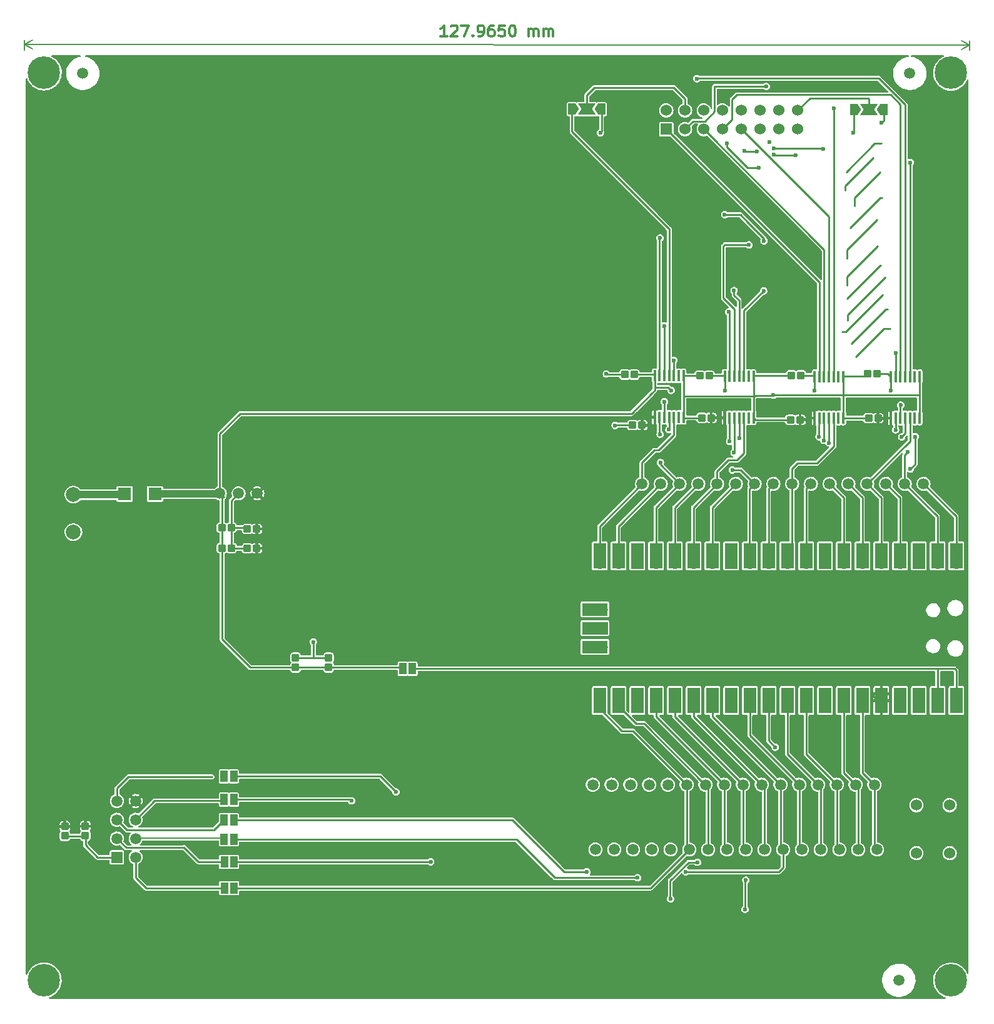
<source format=gbr>
%TF.GenerationSoftware,KiCad,Pcbnew,(5.99.0-10065-g0a0935e0f3)*%
%TF.CreationDate,2021-04-15T14:15:54+02:00*%
%TF.ProjectId,pimop,70696d6f-702e-46b6-9963-61645f706362,rev?*%
%TF.SameCoordinates,Original*%
%TF.FileFunction,Copper,L1,Top*%
%TF.FilePolarity,Positive*%
%FSLAX46Y46*%
G04 Gerber Fmt 4.6, Leading zero omitted, Abs format (unit mm)*
G04 Created by KiCad (PCBNEW (5.99.0-10065-g0a0935e0f3)) date 2021-04-15 14:15:54*
%MOMM*%
%LPD*%
G01*
G04 APERTURE LIST*
G04 Aperture macros list*
%AMRoundRect*
0 Rectangle with rounded corners*
0 $1 Rounding radius*
0 $2 $3 $4 $5 $6 $7 $8 $9 X,Y pos of 4 corners*
0 Add a 4 corners polygon primitive as box body*
4,1,4,$2,$3,$4,$5,$6,$7,$8,$9,$2,$3,0*
0 Add four circle primitives for the rounded corners*
1,1,$1+$1,$2,$3*
1,1,$1+$1,$4,$5*
1,1,$1+$1,$6,$7*
1,1,$1+$1,$8,$9*
0 Add four rect primitives between the rounded corners*
20,1,$1+$1,$2,$3,$4,$5,0*
20,1,$1+$1,$4,$5,$6,$7,0*
20,1,$1+$1,$6,$7,$8,$9,0*
20,1,$1+$1,$8,$9,$2,$3,0*%
%AMFreePoly0*
4,1,6,1.000000,0.000000,0.500000,-0.750000,-0.500000,-0.750000,-0.500000,0.750000,0.500000,0.750000,1.000000,0.000000,1.000000,0.000000,$1*%
%AMFreePoly1*
4,1,7,0.700000,0.000000,1.200000,-0.750000,-1.200000,-0.750000,-0.700000,0.000000,-1.200000,0.750000,1.200000,0.750000,0.700000,0.000000,0.700000,0.000000,$1*%
G04 Aperture macros list end*
%ADD10C,0.300000*%
%TA.AperFunction,NonConductor*%
%ADD11C,0.300000*%
%TD*%
%TA.AperFunction,NonConductor*%
%ADD12C,0.200000*%
%TD*%
%TA.AperFunction,SMDPad,CuDef*%
%ADD13RoundRect,0.250000X-0.300000X0.250000X-0.300000X-0.250000X0.300000X-0.250000X0.300000X0.250000X0*%
%TD*%
%TA.AperFunction,SMDPad,CuDef*%
%ADD14RoundRect,0.250000X0.300000X-0.250000X0.300000X0.250000X-0.300000X0.250000X-0.300000X-0.250000X0*%
%TD*%
%TA.AperFunction,SMDPad,CuDef*%
%ADD15R,1.000000X1.500000*%
%TD*%
%TA.AperFunction,ComponentPad*%
%ADD16C,1.500000*%
%TD*%
%TA.AperFunction,SMDPad,CuDef*%
%ADD17RoundRect,0.086995X-0.086995X0.711835X-0.086995X-0.711835X0.086995X-0.711835X0.086995X0.711835X0*%
%TD*%
%TA.AperFunction,ComponentPad*%
%ADD18C,1.524000*%
%TD*%
%TA.AperFunction,ComponentPad*%
%ADD19C,2.000000*%
%TD*%
%TA.AperFunction,ComponentPad*%
%ADD20C,4.400000*%
%TD*%
%TA.AperFunction,SMDPad,CuDef*%
%ADD21RoundRect,0.250000X-0.250000X-0.300000X0.250000X-0.300000X0.250000X0.300000X-0.250000X0.300000X0*%
%TD*%
%TA.AperFunction,SMDPad,CuDef*%
%ADD22C,1.500000*%
%TD*%
%TA.AperFunction,ComponentPad*%
%ADD23R,1.524000X1.524000*%
%TD*%
%TA.AperFunction,SMDPad,CuDef*%
%ADD24R,1.700000X3.500000*%
%TD*%
%TA.AperFunction,ComponentPad*%
%ADD25O,1.700000X1.700000*%
%TD*%
%TA.AperFunction,ComponentPad*%
%ADD26R,1.700000X1.700000*%
%TD*%
%TA.AperFunction,SMDPad,CuDef*%
%ADD27R,3.500000X1.700000*%
%TD*%
%TA.AperFunction,SMDPad,CuDef*%
%ADD28RoundRect,0.250000X0.250000X0.300000X-0.250000X0.300000X-0.250000X-0.300000X0.250000X-0.300000X0*%
%TD*%
%TA.AperFunction,SMDPad,CuDef*%
%ADD29FreePoly0,0.000000*%
%TD*%
%TA.AperFunction,SMDPad,CuDef*%
%ADD30FreePoly1,0.000000*%
%TD*%
%TA.AperFunction,SMDPad,CuDef*%
%ADD31FreePoly0,180.000000*%
%TD*%
%TA.AperFunction,SMDPad,CuDef*%
%ADD32R,1.800000X1.700000*%
%TD*%
%TA.AperFunction,ComponentPad*%
%ADD33R,1.524000X1.500000*%
%TD*%
%TA.AperFunction,ViaPad*%
%ADD34C,0.600000*%
%TD*%
%TA.AperFunction,Conductor*%
%ADD35C,0.250000*%
%TD*%
%TA.AperFunction,Conductor*%
%ADD36C,1.000000*%
%TD*%
%TA.AperFunction,Conductor*%
%ADD37C,0.200000*%
%TD*%
G04 APERTURE END LIST*
D10*
D11*
X134857249Y-23164741D02*
X134000106Y-23164574D01*
X134428677Y-23164657D02*
X134428970Y-21664658D01*
X134286071Y-21878915D01*
X134143186Y-22021745D01*
X134000315Y-22093145D01*
X135428942Y-21807710D02*
X135500385Y-21736295D01*
X135643256Y-21664895D01*
X136000399Y-21664965D01*
X136143242Y-21736421D01*
X136214657Y-21807864D01*
X136286057Y-21950735D01*
X136286029Y-22093592D01*
X136214559Y-22307864D01*
X135357249Y-23164839D01*
X136285820Y-23165020D01*
X136786113Y-21665118D02*
X137786113Y-21665313D01*
X137142963Y-23165188D01*
X138357277Y-23022568D02*
X138428691Y-23094010D01*
X138357249Y-23165425D01*
X138285834Y-23093982D01*
X138357277Y-23022568D01*
X138357249Y-23165425D01*
X139142963Y-23165579D02*
X139428677Y-23165634D01*
X139571548Y-23094234D01*
X139642991Y-23022819D01*
X139785890Y-22808561D01*
X139857374Y-22522861D01*
X139857486Y-21951432D01*
X139786085Y-21808561D01*
X139714671Y-21737119D01*
X139571827Y-21665662D01*
X139286113Y-21665606D01*
X139143242Y-21737007D01*
X139071800Y-21808422D01*
X139000343Y-21951265D01*
X139000273Y-22308408D01*
X139071674Y-22451279D01*
X139143089Y-22522721D01*
X139285932Y-22594178D01*
X139571646Y-22594234D01*
X139714517Y-22522833D01*
X139785960Y-22451418D01*
X139857416Y-22308575D01*
X141143256Y-21665969D02*
X140857542Y-21665913D01*
X140714671Y-21737314D01*
X140643228Y-21808729D01*
X140500329Y-22022987D01*
X140428845Y-22308687D01*
X140428733Y-22880115D01*
X140500134Y-23022987D01*
X140571548Y-23094429D01*
X140714392Y-23165886D01*
X141000106Y-23165941D01*
X141142977Y-23094541D01*
X141214419Y-23023126D01*
X141285876Y-22880283D01*
X141285946Y-22523140D01*
X141214545Y-22380269D01*
X141143130Y-22308826D01*
X141000287Y-22237370D01*
X140714573Y-22237314D01*
X140571702Y-22308715D01*
X140500259Y-22380129D01*
X140428803Y-22522973D01*
X142643256Y-21666262D02*
X141928970Y-21666123D01*
X141857402Y-22380395D01*
X141928845Y-22308980D01*
X142071716Y-22237579D01*
X142428859Y-22237649D01*
X142571702Y-22309105D01*
X142643116Y-22380548D01*
X142714517Y-22523419D01*
X142714447Y-22880562D01*
X142642991Y-23023405D01*
X142571548Y-23094820D01*
X142428677Y-23166220D01*
X142071534Y-23166151D01*
X141928691Y-23094694D01*
X141857277Y-23023252D01*
X143643256Y-21666458D02*
X143786113Y-21666486D01*
X143928956Y-21737942D01*
X144000371Y-21809385D01*
X144071772Y-21952256D01*
X144143144Y-22237984D01*
X144143075Y-22595127D01*
X144071590Y-22880827D01*
X144000134Y-23023670D01*
X143928691Y-23095085D01*
X143785820Y-23166486D01*
X143642963Y-23166458D01*
X143500120Y-23095001D01*
X143428705Y-23023559D01*
X143357304Y-22880688D01*
X143285932Y-22594959D01*
X143286001Y-22237816D01*
X143357486Y-21952116D01*
X143428942Y-21809273D01*
X143500385Y-21737858D01*
X143643256Y-21666458D01*
X145928677Y-23166904D02*
X145928873Y-22166904D01*
X145928845Y-22309761D02*
X146000287Y-22238347D01*
X146143158Y-22166946D01*
X146357444Y-22166988D01*
X146500287Y-22238444D01*
X146571688Y-22381316D01*
X146571534Y-23167030D01*
X146571688Y-22381316D02*
X146643144Y-22238472D01*
X146786015Y-22167072D01*
X147000301Y-22167114D01*
X147143144Y-22238570D01*
X147214545Y-22381441D01*
X147214391Y-23167155D01*
X147928677Y-23167295D02*
X147928872Y-22167295D01*
X147928845Y-22310152D02*
X148000287Y-22238737D01*
X148143158Y-22167337D01*
X148357444Y-22167379D01*
X148500287Y-22238835D01*
X148571688Y-22381706D01*
X148571534Y-23167421D01*
X148571688Y-22381706D02*
X148643144Y-22238863D01*
X148786015Y-22167462D01*
X149000301Y-22167504D01*
X149143144Y-22238961D01*
X149214545Y-22381832D01*
X149214391Y-23167546D01*
D12*
X77660098Y-25025000D02*
X77660359Y-23688576D01*
X205625098Y-25050000D02*
X205625359Y-23713576D01*
X77660244Y-24274996D02*
X205625244Y-24299996D01*
X77660244Y-24274996D02*
X205625244Y-24299996D01*
X77660244Y-24274996D02*
X78786633Y-24861637D01*
X77660244Y-24274996D02*
X78786862Y-23688795D01*
X205625244Y-24299996D02*
X204498855Y-23713355D01*
X205625244Y-24299996D02*
X204498626Y-24886197D01*
D13*
%TO.P,C7,1*%
%TO.N,+3V3*%
X182645000Y-75015000D03*
%TO.P,C7,2*%
%TO.N,GND*%
X181375000Y-75015000D03*
%TD*%
D14*
%TO.P,C8,1*%
%TO.N,GND*%
X191755000Y-68775000D03*
%TO.P,C8,2*%
%TO.N,+5V*%
X193025000Y-68775000D03*
%TD*%
D15*
%TO.P,J9,1*%
%TO.N,Net-(mod1-Pad39)*%
X130170000Y-108700000D03*
%TO.P,J9,2*%
%TO.N,+5V*%
X128870000Y-108700000D03*
%TD*%
D16*
%TO.P,U2,1,Vin*%
%TO.N,+5V*%
X104110000Y-84965000D03*
%TO.P,U2,2,GND*%
%TO.N,GND*%
X106650000Y-84965000D03*
%TO.P,U2,3,Vout*%
%TO.N,+3V3*%
X109190000Y-84965000D03*
%TD*%
D17*
%TO.P,U4,1,Vcca*%
%TO.N,+3V3*%
X194931820Y-74779080D03*
%TO.P,U4,2,A1*%
%TO.N,/level shifters/B0_IL*%
X195582060Y-74779080D03*
%TO.P,U4,3,A2*%
%TO.N,/level shifters/B1_IL*%
X196232300Y-74779080D03*
%TO.P,U4,4,A3*%
%TO.N,/rpi pico/G0*%
X196880000Y-74779080D03*
%TO.P,U4,5,A4*%
%TO.N,/rpi pico/G1*%
X197527700Y-74779080D03*
%TO.P,U4,6,NC*%
%TO.N,unconnected-(U4-Pad6)*%
X198177940Y-74779080D03*
%TO.P,U4,7,GND*%
%TO.N,GND*%
X198828180Y-74779080D03*
%TO.P,U4,8,OE*%
X198828180Y-69180920D03*
%TO.P,U4,9,NC*%
%TO.N,unconnected-(U4-Pad9)*%
X198177940Y-69180920D03*
%TO.P,U4,10,B4*%
%TO.N,/ledpannel/G1_IL*%
X197527700Y-69180920D03*
%TO.P,U4,11,B3*%
%TO.N,/ledpannel/G0_IL*%
X196880000Y-69180920D03*
%TO.P,U4,12,B2*%
%TO.N,/ledpannel/B1_IL*%
X196232300Y-69180920D03*
%TO.P,U4,13,B1*%
%TO.N,/ledpannel/B0_IL*%
X195582060Y-69180920D03*
%TO.P,U4,14,Vccb*%
%TO.N,+5V*%
X194931820Y-69180920D03*
%TD*%
D18*
%TO.P,SW1,1*%
%TO.N,Net-(SW1-Pad1)*%
X198390000Y-133640000D03*
X202890000Y-133640000D03*
%TO.P,SW1,2*%
%TO.N,GND*%
X202890000Y-127140000D03*
X198390000Y-127140000D03*
%TD*%
D14*
%TO.P,C6,1*%
%TO.N,GND*%
X191915000Y-74805000D03*
%TO.P,C6,2*%
%TO.N,+3V3*%
X193185000Y-74805000D03*
%TD*%
D17*
%TO.P,U5,1,Vcca*%
%TO.N,+3V3*%
X184601820Y-74779080D03*
%TO.P,U5,2,A1*%
%TO.N,/rpi pico/R0*%
X185252060Y-74779080D03*
%TO.P,U5,3,A2*%
%TO.N,/level shifters/R1_IL*%
X185902300Y-74779080D03*
%TO.P,U5,4,A3*%
%TO.N,/level shifters/A0_IL*%
X186550000Y-74779080D03*
%TO.P,U5,5,A4*%
%TO.N,/level shifters/A1_IL*%
X187197700Y-74779080D03*
%TO.P,U5,6,NC*%
%TO.N,unconnected-(U5-Pad6)*%
X187847940Y-74779080D03*
%TO.P,U5,7,GND*%
%TO.N,GND*%
X188498180Y-74779080D03*
%TO.P,U5,8,OE*%
X188498180Y-69180920D03*
%TO.P,U5,9,NC*%
%TO.N,unconnected-(U5-Pad9)*%
X187847940Y-69180920D03*
%TO.P,U5,10,B4*%
%TO.N,/ledpannel/A1_IL*%
X187197700Y-69180920D03*
%TO.P,U5,11,B3*%
%TO.N,/ledpannel/A0_IL*%
X186550000Y-69180920D03*
%TO.P,U5,12,B2*%
%TO.N,/ledpannel/R1_IL*%
X185902300Y-69180920D03*
%TO.P,U5,13,B1*%
%TO.N,/ledpannel/R0_IL*%
X185252060Y-69180920D03*
%TO.P,U5,14,Vccb*%
%TO.N,+5V*%
X184601820Y-69180920D03*
%TD*%
D15*
%TO.P,J4,1*%
%TO.N,/esp8266/GPIO0*%
X104680000Y-129160000D03*
%TO.P,J4,2*%
%TO.N,/rpi pico/GPIO21*%
X105980000Y-129160000D03*
%TD*%
D19*
%TO.P,CON1,1*%
%TO.N,GND*%
X84295000Y-90225000D03*
%TO.P,CON1,2*%
%TO.N,Net-(CON1-Pad2)*%
X84295000Y-85145000D03*
%TD*%
D20*
%TO.P,H4,1*%
%TO.N,N/C*%
X80310000Y-28065000D03*
%TD*%
D14*
%TO.P,C1,1*%
%TO.N,+5V*%
X104390000Y-89605000D03*
%TO.P,C1,2*%
%TO.N,GND*%
X105660000Y-89605000D03*
%TD*%
D21*
%TO.P,C13,1*%
%TO.N,GND*%
X114360000Y-107220000D03*
%TO.P,C13,2*%
%TO.N,+5V*%
X114360000Y-108490000D03*
%TD*%
D20*
%TO.P,H1,1*%
%TO.N,N/C*%
X203040000Y-150855000D03*
%TD*%
D14*
%TO.P,C9,1*%
%TO.N,GND*%
X181495000Y-68995000D03*
%TO.P,C9,2*%
%TO.N,+5V*%
X182765000Y-68995000D03*
%TD*%
%TO.P,C15,1*%
%TO.N,GND*%
X169350000Y-74750000D03*
%TO.P,C15,2*%
%TO.N,+3V3*%
X170620000Y-74750000D03*
%TD*%
%TO.P,C16,1*%
%TO.N,GND*%
X159970000Y-75740000D03*
%TO.P,C16,2*%
%TO.N,+3V3*%
X161240000Y-75740000D03*
%TD*%
D22*
%TO.P,FID2,*%
%TO.N,*%
X197500000Y-28165000D03*
%TD*%
D16*
%TO.P,CON3,1*%
%TO.N,GND*%
X154595000Y-124385000D03*
%TO.P,CON3,2*%
X157135000Y-124385000D03*
%TO.P,CON3,3*%
X159675000Y-124385000D03*
%TO.P,CON3,4*%
X162215000Y-124385000D03*
%TO.P,CON3,5*%
X164755000Y-124385000D03*
%TO.P,CON3,6*%
%TO.N,/rpi pico/GPIO16*%
X167295000Y-124385000D03*
%TO.P,CON3,7*%
%TO.N,/rpi pico/GPIO17*%
X169835000Y-124385000D03*
%TO.P,CON3,8*%
%TO.N,/rpi pico/GPIO18*%
X172375000Y-124385000D03*
%TO.P,CON3,9*%
%TO.N,/rpi pico/GPIO19*%
X174915000Y-124385000D03*
%TO.P,CON3,10*%
%TO.N,/rpi pico/GPIO20*%
X177455000Y-124385000D03*
%TO.P,CON3,11*%
%TO.N,/rpi pico/GPIO21*%
X179995000Y-124385000D03*
%TO.P,CON3,12*%
%TO.N,/rpi pico/GPIO22*%
X182535000Y-124385000D03*
%TO.P,CON3,13*%
%TO.N,/rpi pico/GPIO26_ADC0*%
X185075000Y-124385000D03*
%TO.P,CON3,14*%
%TO.N,/rpi pico/GPIO27_ADC1*%
X187615000Y-124385000D03*
%TO.P,CON3,15*%
%TO.N,/rpi pico/GPIO28_ADC2*%
X190155000Y-124385000D03*
%TO.P,CON3,16*%
%TO.N,/rpi pico/ADC_VREF*%
X192695000Y-124385000D03*
%TD*%
D23*
%TO.P,U1,1,R0*%
%TO.N,/ledpannel/R0_IL*%
X164540000Y-35705000D03*
D18*
%TO.P,U1,2,GO*%
%TO.N,/ledpannel/G0_IL*%
X164540000Y-33165000D03*
%TO.P,U1,3,B0*%
%TO.N,/ledpannel/B0_IL*%
X167080000Y-35705000D03*
%TO.P,U1,4,XO*%
%TO.N,Net-(J8-Pad2)*%
X167080000Y-33165000D03*
%TO.P,U1,5,R1*%
%TO.N,/ledpannel/R1_IL*%
X169620000Y-35705000D03*
%TO.P,U1,6,G1*%
%TO.N,/ledpannel/G1_IL*%
X169620000Y-33165000D03*
%TO.P,U1,7,B1*%
%TO.N,/ledpannel/B1_IL*%
X172160000Y-35705000D03*
%TO.P,U1,8,A4*%
%TO.N,/ledpannel/A4_IL*%
X172160000Y-33165000D03*
%TO.P,U1,9,A0*%
%TO.N,/ledpannel/A0_IL*%
X174700000Y-35705000D03*
%TO.P,U1,10,A1*%
%TO.N,/ledpannel/A1_IL*%
X174700000Y-33165000D03*
%TO.P,U1,11,A2*%
%TO.N,/ledpannel/A2_IL*%
X177240000Y-35705000D03*
%TO.P,U1,12,A3*%
%TO.N,/ledpannel/A3_IL*%
X177240000Y-33165000D03*
%TO.P,U1,13,SCLK*%
%TO.N,/ledpannel/SCLK_IL*%
X179780000Y-35705000D03*
%TO.P,U1,14,LATCH*%
%TO.N,/ledpannel/LATCH_IL*%
X179780000Y-33165000D03*
%TO.P,U1,15,BLANK*%
%TO.N,/ledpannel/BLANK_IL*%
X182320000Y-35705000D03*
%TO.P,U1,16,X1*%
%TO.N,Net-(J7-Pad2)*%
X182320000Y-33165000D03*
%TD*%
D24*
%TO.P,mod1,1,GPIO0*%
%TO.N,/level shifters/B0_IL*%
X203805000Y-93420000D03*
D25*
X203805000Y-94320000D03*
D24*
%TO.P,mod1,2,GPIO1*%
%TO.N,/level shifters/B1_IL*%
X201265000Y-93420000D03*
D25*
X201265000Y-94320000D03*
D26*
%TO.P,mod1,3,GND*%
%TO.N,GND*%
X198725000Y-94320000D03*
D24*
X198725000Y-93420000D03*
D25*
%TO.P,mod1,4,GPIO2*%
%TO.N,/rpi pico/G0*%
X196185000Y-94320000D03*
D24*
X196185000Y-93420000D03*
D25*
%TO.P,mod1,5,GPIO3*%
%TO.N,/rpi pico/G1*%
X193645000Y-94320000D03*
D24*
X193645000Y-93420000D03*
%TO.P,mod1,6,GPIO4*%
%TO.N,/rpi pico/R0*%
X191105000Y-93420000D03*
D25*
X191105000Y-94320000D03*
D24*
%TO.P,mod1,7,GPIO5*%
%TO.N,/level shifters/R1_IL*%
X188565000Y-93420000D03*
D25*
X188565000Y-94320000D03*
D24*
%TO.P,mod1,8,GND*%
%TO.N,GND*%
X186025000Y-93420000D03*
D26*
X186025000Y-94320000D03*
D25*
%TO.P,mod1,9,GPIO6*%
%TO.N,/level shifters/A0_IL*%
X183485000Y-94320000D03*
D24*
X183485000Y-93420000D03*
D25*
%TO.P,mod1,10,GPIO7*%
%TO.N,/level shifters/A1_IL*%
X180945000Y-94320000D03*
D24*
X180945000Y-93420000D03*
%TO.P,mod1,11,GPIO8*%
%TO.N,/level shifters/A2_IL*%
X178405000Y-93420000D03*
D25*
X178405000Y-94320000D03*
D24*
%TO.P,mod1,12,GPIO9*%
%TO.N,/level shifters/A3_IL*%
X175865000Y-93420000D03*
D25*
X175865000Y-94320000D03*
D24*
%TO.P,mod1,13,GND*%
%TO.N,GND*%
X173325000Y-93420000D03*
D26*
X173325000Y-94320000D03*
D25*
%TO.P,mod1,14,GPIO10*%
%TO.N,/level shifters/A4_IL*%
X170785000Y-94320000D03*
D24*
X170785000Y-93420000D03*
%TO.P,mod1,15,GPIO11*%
%TO.N,/level shifters/SCLK_IL*%
X168245000Y-93420000D03*
D25*
X168245000Y-94320000D03*
%TO.P,mod1,16,GPIO12*%
%TO.N,/level shifters/BLANK_IL*%
X165705000Y-94320000D03*
D24*
X165705000Y-93420000D03*
D25*
%TO.P,mod1,17,GPIO13*%
%TO.N,/rpi pico/LATCH*%
X163165000Y-94320000D03*
D24*
X163165000Y-93420000D03*
D26*
%TO.P,mod1,18,GND*%
%TO.N,GND*%
X160625000Y-94320000D03*
D24*
X160625000Y-93420000D03*
D25*
%TO.P,mod1,19,GPIO14*%
%TO.N,/level shifters/X0_IL*%
X158085000Y-94320000D03*
D24*
X158085000Y-93420000D03*
%TO.P,mod1,20,GPIO15*%
%TO.N,/level shifters/X1_IL*%
X155545000Y-93420000D03*
D25*
X155545000Y-94320000D03*
%TO.P,mod1,21,GPIO16*%
%TO.N,/rpi pico/GPIO16*%
X155545000Y-112100000D03*
D24*
X155545000Y-113000000D03*
D25*
%TO.P,mod1,22,GPIO17*%
%TO.N,/rpi pico/GPIO17*%
X158085000Y-112100000D03*
D24*
X158085000Y-113000000D03*
D26*
%TO.P,mod1,23,GND*%
%TO.N,GND*%
X160625000Y-112100000D03*
D24*
X160625000Y-113000000D03*
%TO.P,mod1,24,GPIO18*%
%TO.N,/rpi pico/GPIO18*%
X163165000Y-113000000D03*
D25*
X163165000Y-112100000D03*
D24*
%TO.P,mod1,25,GPIO19*%
%TO.N,/rpi pico/GPIO19*%
X165705000Y-113000000D03*
D25*
X165705000Y-112100000D03*
%TO.P,mod1,26,GPIO20*%
%TO.N,/rpi pico/GPIO20*%
X168245000Y-112100000D03*
D24*
X168245000Y-113000000D03*
%TO.P,mod1,27,GPIO21*%
%TO.N,/rpi pico/GPIO21*%
X170785000Y-113000000D03*
D25*
X170785000Y-112100000D03*
D26*
%TO.P,mod1,28,GND*%
%TO.N,GND*%
X173325000Y-112100000D03*
D24*
X173325000Y-113000000D03*
%TO.P,mod1,29,GPIO22*%
%TO.N,/rpi pico/GPIO22*%
X175865000Y-113000000D03*
D25*
X175865000Y-112100000D03*
%TO.P,mod1,30,RUN*%
%TO.N,Net-(SW1-Pad1)*%
X178405000Y-112100000D03*
D24*
X178405000Y-113000000D03*
%TO.P,mod1,31,GPIO26_ADC0*%
%TO.N,/rpi pico/GPIO26_ADC0*%
X180945000Y-113000000D03*
D25*
X180945000Y-112100000D03*
D24*
%TO.P,mod1,32,GPIO27_ADC1*%
%TO.N,/rpi pico/GPIO27_ADC1*%
X183485000Y-113000000D03*
D25*
X183485000Y-112100000D03*
D24*
%TO.P,mod1,33,AGND*%
%TO.N,GND*%
X186025000Y-113000000D03*
D26*
X186025000Y-112100000D03*
D24*
%TO.P,mod1,34,GPIO28_ADC2*%
%TO.N,/rpi pico/GPIO28_ADC2*%
X188565000Y-113000000D03*
D25*
X188565000Y-112100000D03*
%TO.P,mod1,35,ADC_VREF*%
%TO.N,/rpi pico/ADC_VREF*%
X191105000Y-112100000D03*
D24*
X191105000Y-113000000D03*
D25*
%TO.P,mod1,36,3V3*%
%TO.N,+3V3*%
X193645000Y-112100000D03*
D24*
X193645000Y-113000000D03*
%TO.P,mod1,37,3V3_EN*%
%TO.N,unconnected-(mod1-Pad37)*%
X196185000Y-113000000D03*
D25*
X196185000Y-112100000D03*
D26*
%TO.P,mod1,38,GND*%
%TO.N,GND*%
X198725000Y-112100000D03*
D24*
X198725000Y-113000000D03*
D25*
%TO.P,mod1,39,VSYS*%
%TO.N,Net-(mod1-Pad39)*%
X201265000Y-112100000D03*
D24*
X201265000Y-113000000D03*
%TO.P,mod1,40,VBUS*%
X203805000Y-113000000D03*
D25*
X203805000Y-112100000D03*
D27*
%TO.P,mod1,41,SWCLK*%
%TO.N,unconnected-(mod1-Pad41)*%
X154875000Y-100670000D03*
D25*
X155775000Y-100670000D03*
D27*
%TO.P,mod1,42,GND*%
%TO.N,GND*%
X154875000Y-103210000D03*
D26*
X155775000Y-103210000D03*
D25*
%TO.P,mod1,43,SWDIO*%
%TO.N,unconnected-(mod1-Pad43)*%
X155775000Y-105750000D03*
D27*
X154875000Y-105750000D03*
%TD*%
D21*
%TO.P,C12,1*%
%TO.N,GND*%
X118835000Y-107235000D03*
%TO.P,C12,2*%
%TO.N,+5V*%
X118835000Y-108505000D03*
%TD*%
D28*
%TO.P,C5,1*%
%TO.N,GND*%
X85905000Y-131275000D03*
%TO.P,C5,2*%
%TO.N,+3V3*%
X85905000Y-130005000D03*
%TD*%
D15*
%TO.P,J2,1*%
%TO.N,/esp8266/GPIO-2*%
X104710000Y-134820000D03*
%TO.P,J2,2*%
%TO.N,/rpi pico/GPIO20*%
X106010000Y-134820000D03*
%TD*%
D16*
%TO.P,CON2,1*%
%TO.N,/level shifters/X1_IL*%
X161250000Y-83680000D03*
%TO.P,CON2,2*%
%TO.N,/level shifters/X0_IL*%
X163790000Y-83680000D03*
%TO.P,CON2,3*%
%TO.N,/rpi pico/LATCH*%
X166330000Y-83680000D03*
%TO.P,CON2,4*%
%TO.N,/level shifters/BLANK_IL*%
X168870000Y-83680000D03*
%TO.P,CON2,5*%
%TO.N,/level shifters/SCLK_IL*%
X171410000Y-83680000D03*
%TO.P,CON2,6*%
%TO.N,/level shifters/A4_IL*%
X173950000Y-83680000D03*
%TO.P,CON2,7*%
%TO.N,/level shifters/A3_IL*%
X176490000Y-83680000D03*
%TO.P,CON2,8*%
%TO.N,/level shifters/A2_IL*%
X179030000Y-83680000D03*
%TO.P,CON2,9*%
%TO.N,/level shifters/A1_IL*%
X181570000Y-83680000D03*
%TO.P,CON2,10*%
%TO.N,/level shifters/A0_IL*%
X184110000Y-83680000D03*
%TO.P,CON2,11*%
%TO.N,/level shifters/R1_IL*%
X186650000Y-83680000D03*
%TO.P,CON2,12*%
%TO.N,/rpi pico/R0*%
X189190000Y-83680000D03*
%TO.P,CON2,13*%
%TO.N,/rpi pico/G1*%
X191730000Y-83680000D03*
%TO.P,CON2,14*%
%TO.N,/rpi pico/G0*%
X194270000Y-83680000D03*
%TO.P,CON2,15*%
%TO.N,/level shifters/B1_IL*%
X196810000Y-83680000D03*
%TO.P,CON2,16*%
%TO.N,/level shifters/B0_IL*%
X199350000Y-83680000D03*
%TD*%
D22*
%TO.P,FID1,*%
%TO.N,*%
X85560000Y-28145000D03*
%TD*%
D29*
%TO.P,J7,1*%
%TO.N,/ledpannel/X1_IL*%
X189950000Y-33075000D03*
D30*
%TO.P,J7,2*%
%TO.N,Net-(J7-Pad2)*%
X191950000Y-33075000D03*
D31*
%TO.P,J7,3*%
%TO.N,GND*%
X193950000Y-33075000D03*
%TD*%
D13*
%TO.P,C2,1*%
%TO.N,GND*%
X105675000Y-92365000D03*
%TO.P,C2,2*%
%TO.N,+5V*%
X104405000Y-92365000D03*
%TD*%
D17*
%TO.P,U6,1,Vcca*%
%TO.N,+3V3*%
X172441820Y-74750355D03*
%TO.P,U6,2,A1*%
%TO.N,/level shifters/A2_IL*%
X173092060Y-74750355D03*
%TO.P,U6,3,A2*%
%TO.N,/level shifters/A3_IL*%
X173742300Y-74750355D03*
%TO.P,U6,4,A3*%
%TO.N,/level shifters/A4_IL*%
X174390000Y-74750355D03*
%TO.P,U6,5,A4*%
%TO.N,/level shifters/SCLK_IL*%
X175037700Y-74750355D03*
%TO.P,U6,6,NC*%
%TO.N,unconnected-(U6-Pad6)*%
X175687940Y-74750355D03*
%TO.P,U6,7,GND*%
%TO.N,GND*%
X176338180Y-74750355D03*
%TO.P,U6,8,OE*%
X176338180Y-69152195D03*
%TO.P,U6,9,NC*%
%TO.N,unconnected-(U6-Pad9)*%
X175687940Y-69152195D03*
%TO.P,U6,10,B4*%
%TO.N,/ledpannel/SCLK_IL*%
X175037700Y-69152195D03*
%TO.P,U6,11,B3*%
%TO.N,/ledpannel/A4_IL*%
X174390000Y-69152195D03*
%TO.P,U6,12,B2*%
%TO.N,/ledpannel/A3_IL*%
X173742300Y-69152195D03*
%TO.P,U6,13,B1*%
%TO.N,/ledpannel/A2_IL*%
X173092060Y-69152195D03*
%TO.P,U6,14,Vccb*%
%TO.N,+5V*%
X172441820Y-69152195D03*
%TD*%
D14*
%TO.P,C11,1*%
%TO.N,GND*%
X107835000Y-89775000D03*
%TO.P,C11,2*%
%TO.N,+3V3*%
X109105000Y-89775000D03*
%TD*%
D15*
%TO.P,J5,1*%
%TO.N,/esp8266/RX*%
X104720000Y-138360000D03*
%TO.P,J5,2*%
%TO.N,/rpi pico/GPIO16*%
X106020000Y-138360000D03*
%TD*%
D14*
%TO.P,C18,1*%
%TO.N,GND*%
X158915000Y-68905000D03*
%TO.P,C18,2*%
%TO.N,+5V*%
X160185000Y-68905000D03*
%TD*%
D17*
%TO.P,U7,1,Vcca*%
%TO.N,+3V3*%
X162971820Y-74669080D03*
%TO.P,U7,2,A1*%
%TO.N,/rpi pico/LATCH*%
X163622060Y-74669080D03*
%TO.P,U7,3,A2*%
%TO.N,/level shifters/BLANK_IL*%
X164272300Y-74669080D03*
%TO.P,U7,4,A3*%
%TO.N,/level shifters/X0_IL*%
X164920000Y-74669080D03*
%TO.P,U7,5,A4*%
%TO.N,/level shifters/X1_IL*%
X165567700Y-74669080D03*
%TO.P,U7,6,NC*%
%TO.N,unconnected-(U7-Pad6)*%
X166217940Y-74669080D03*
%TO.P,U7,7,GND*%
%TO.N,GND*%
X166868180Y-74669080D03*
%TO.P,U7,8,OE*%
X166868180Y-69070920D03*
%TO.P,U7,9,NC*%
%TO.N,unconnected-(U7-Pad9)*%
X166217940Y-69070920D03*
%TO.P,U7,10,B4*%
%TO.N,/ledpannel/X1_IL*%
X165567700Y-69070920D03*
%TO.P,U7,11,B3*%
%TO.N,/ledpannel/X0_IL*%
X164920000Y-69070920D03*
%TO.P,U7,12,B2*%
%TO.N,/ledpannel/BLANK_IL*%
X164272300Y-69070920D03*
%TO.P,U7,13,B1*%
%TO.N,/ledpannel/LATCH_IL*%
X163622060Y-69070920D03*
%TO.P,U7,14,Vccb*%
%TO.N,+5V*%
X162971820Y-69070920D03*
%TD*%
D15*
%TO.P,J3,1*%
%TO.N,/esp8266/CH_EN*%
X104680000Y-131750000D03*
%TO.P,J3,2*%
%TO.N,/rpi pico/GPIO18*%
X105980000Y-131750000D03*
%TD*%
D28*
%TO.P,C14,1*%
%TO.N,GND*%
X83140000Y-131290000D03*
%TO.P,C14,2*%
%TO.N,+3V3*%
X83140000Y-130020000D03*
%TD*%
D22*
%TO.P,FID3,*%
%TO.N,*%
X196020000Y-150835000D03*
%TD*%
D16*
%TO.P,CON4,1*%
%TO.N,/rpi pico/ADC_VREF*%
X193045000Y-133145000D03*
%TO.P,CON4,2*%
%TO.N,/rpi pico/GPIO28_ADC2*%
X190505000Y-133145000D03*
%TO.P,CON4,3*%
%TO.N,/rpi pico/GPIO27_ADC1*%
X187965000Y-133145000D03*
%TO.P,CON4,4*%
%TO.N,/rpi pico/GPIO26_ADC0*%
X185425000Y-133145000D03*
%TO.P,CON4,5*%
%TO.N,/rpi pico/GPIO22*%
X182885000Y-133145000D03*
%TO.P,CON4,6*%
%TO.N,/rpi pico/GPIO21*%
X180345000Y-133145000D03*
%TO.P,CON4,7*%
%TO.N,/rpi pico/GPIO20*%
X177805000Y-133145000D03*
%TO.P,CON4,8*%
%TO.N,/rpi pico/GPIO19*%
X175265000Y-133145000D03*
%TO.P,CON4,9*%
%TO.N,/rpi pico/GPIO18*%
X172725000Y-133145000D03*
%TO.P,CON4,10*%
%TO.N,/rpi pico/GPIO17*%
X170185000Y-133145000D03*
%TO.P,CON4,11*%
%TO.N,/rpi pico/GPIO16*%
X167645000Y-133145000D03*
%TO.P,CON4,12*%
%TO.N,GND*%
X165105000Y-133145000D03*
%TO.P,CON4,13*%
X162565000Y-133145000D03*
%TO.P,CON4,14*%
X160025000Y-133145000D03*
%TO.P,CON4,15*%
X157485000Y-133145000D03*
%TO.P,CON4,16*%
X154945000Y-133145000D03*
%TD*%
D20*
%TO.P,H3,1*%
%TO.N,N/C*%
X80300000Y-150845000D03*
%TD*%
D14*
%TO.P,C10,1*%
%TO.N,GND*%
X107830000Y-92400000D03*
%TO.P,C10,2*%
%TO.N,+3V3*%
X109100000Y-92400000D03*
%TD*%
%TO.P,C17,1*%
%TO.N,GND*%
X169065000Y-69065000D03*
%TO.P,C17,2*%
%TO.N,+5V*%
X170335000Y-69065000D03*
%TD*%
D29*
%TO.P,J8,1*%
%TO.N,/ledpannel/X0_IL*%
X151775000Y-33000000D03*
D30*
%TO.P,J8,2*%
%TO.N,Net-(J8-Pad2)*%
X153775000Y-33000000D03*
D31*
%TO.P,J8,3*%
%TO.N,GND*%
X155775000Y-33000000D03*
%TD*%
D20*
%TO.P,H2,1*%
%TO.N,N/C*%
X203050000Y-28095000D03*
%TD*%
D15*
%TO.P,J6,1*%
%TO.N,/esp8266/TX*%
X104680000Y-123250000D03*
%TO.P,J6,2*%
%TO.N,/rpi pico/GPIO17*%
X105980000Y-123250000D03*
%TD*%
D32*
%TO.P,D1,1*%
%TO.N,Net-(CON1-Pad2)*%
X91225000Y-85050000D03*
%TO.P,D1,2*%
%TO.N,+5V*%
X95325000Y-85050000D03*
%TD*%
D33*
%TO.P,U3,1,GND*%
%TO.N,GND*%
X90175000Y-134205000D03*
D16*
%TO.P,U3,2,TX*%
%TO.N,/esp8266/RX*%
X92715000Y-134205000D03*
%TO.P,U3,3,GPIO-2*%
%TO.N,/esp8266/GPIO-2*%
X90175000Y-131665000D03*
%TO.P,U3,4,CH_EN*%
%TO.N,/esp8266/CH_EN*%
X92715000Y-131665000D03*
%TO.P,U3,5,GPIO0*%
%TO.N,/esp8266/GPIO0*%
X90175000Y-129125000D03*
%TO.P,U3,6,RESET*%
%TO.N,/esp8266/RESET*%
X92715000Y-129125000D03*
%TO.P,U3,7,RX*%
%TO.N,/esp8266/TX*%
X90175000Y-126585000D03*
%TO.P,U3,8,3V3*%
%TO.N,+3V3*%
X92715000Y-126585000D03*
%TD*%
D15*
%TO.P,J1,1*%
%TO.N,/esp8266/RESET*%
X104690000Y-126390000D03*
%TO.P,J1,2*%
%TO.N,/rpi pico/GPIO19*%
X105990000Y-126390000D03*
%TD*%
D34*
%TO.N,GND*%
X156420000Y-68820000D03*
X116750000Y-105080000D03*
X157610000Y-75780000D03*
X155600000Y-36200000D03*
X193690000Y-34870000D03*
X179040000Y-71700000D03*
%TO.N,+5V*%
X184610000Y-71075500D03*
X194880000Y-71060000D03*
X172515489Y-71075489D03*
X165200000Y-71040000D03*
%TO.N,/level shifters/X0_IL*%
X164890000Y-76350000D03*
%TO.N,/rpi pico/LATCH*%
X163740000Y-80800000D03*
X163700000Y-76970000D03*
%TO.N,/level shifters/BLANK_IL*%
X164260000Y-72580000D03*
%TO.N,/level shifters/A4_IL*%
X174413200Y-77530000D03*
%TO.N,/level shifters/A3_IL*%
X173460000Y-81800000D03*
X173710000Y-79480000D03*
%TO.N,/level shifters/A2_IL*%
X173117800Y-77950000D03*
%TO.N,/level shifters/R1_IL*%
X185844085Y-77804962D03*
%TO.N,/level shifters/A0_IL*%
X186570000Y-78140000D03*
%TO.N,/rpi pico/GPIO21*%
X153800000Y-136170000D03*
X167180000Y-136150000D03*
%TO.N,/rpi pico/GPIO20*%
X132650000Y-134800000D03*
%TO.N,/rpi pico/GPIO19*%
X175310000Y-137280000D03*
X121930000Y-126560000D03*
X175200000Y-141240000D03*
%TO.N,/rpi pico/GPIO18*%
X160640000Y-136970000D03*
%TO.N,/rpi pico/GPIO17*%
X168760000Y-134870000D03*
X165100000Y-139820000D03*
X127960000Y-125370000D03*
%TO.N,/rpi pico/R0*%
X185212171Y-77315178D03*
%TO.N,/ledpannel/X1_IL*%
X165570000Y-66970000D03*
X179060000Y-38310000D03*
X189860000Y-36170000D03*
X185780000Y-38350000D03*
%TO.N,/rpi pico/G0*%
X196400000Y-77330000D03*
X197580000Y-81660000D03*
X198210000Y-77290000D03*
%TO.N,/ledpannel/B0_IL*%
X195607800Y-66000000D03*
X178060000Y-29920000D03*
%TO.N,/ledpannel/G0_IL*%
X168690000Y-28880000D03*
%TO.N,/ledpannel/G1_IL*%
X197540000Y-40210000D03*
%TO.N,/ledpannel/A2_IL*%
X175150000Y-38640000D03*
X172980000Y-60410000D03*
X176805911Y-38694089D03*
%TO.N,/ledpannel/A3_IL*%
X175730000Y-51350000D03*
%TO.N,/ledpannel/A4_IL*%
X173710000Y-57530000D03*
%TO.N,/ledpannel/A1_IL*%
X187180000Y-32840000D03*
%TO.N,/ledpannel/BLANK_IL*%
X182060000Y-39220000D03*
X172440000Y-47270000D03*
X179111589Y-39141589D03*
X164280000Y-62330000D03*
X177770000Y-50820000D03*
%TO.N,/ledpannel/SCLK_IL*%
X177710000Y-57590000D03*
%TO.N,/ledpannel/LATCH_IL*%
X172770000Y-37650000D03*
X163690000Y-50420000D03*
X178470000Y-37460000D03*
X177080000Y-40920000D03*
%TO.N,/level shifters/B1_IL*%
X196260000Y-73020000D03*
X197196589Y-79393411D03*
%TO.N,Net-(SW1-Pad1)*%
X179275000Y-119300000D03*
%TO.N,/level shifters/B0_IL*%
X195570000Y-76370000D03*
%TD*%
D35*
%TO.N,*%
X188760000Y-43350000D02*
X188760000Y-43960000D01*
X188830000Y-63140000D02*
X193850000Y-58120000D01*
X194490000Y-60050000D02*
X194280000Y-60050000D01*
X193750000Y-44990000D02*
X193460000Y-44990000D01*
X194810000Y-62680000D02*
X194000000Y-62680000D01*
X194000000Y-62680000D02*
X190150000Y-66530000D01*
X193070000Y-47940000D02*
X189010000Y-52000000D01*
X190010000Y-44980000D02*
X190010000Y-46090000D01*
X193180000Y-51500000D02*
X189010000Y-55670000D01*
X189010000Y-52000000D02*
X189010000Y-53210000D01*
X194280000Y-60050000D02*
X189580000Y-64750000D01*
X189050000Y-60860000D02*
X189050000Y-61610000D01*
X188970000Y-58660000D02*
X193490000Y-54140000D01*
X192570000Y-39540000D02*
X188760000Y-43350000D01*
X188330000Y-63140000D02*
X188830000Y-63140000D01*
X193460000Y-41530000D02*
X190010000Y-44980000D01*
X189010000Y-55670000D02*
X189010000Y-56840000D01*
X193460000Y-44990000D02*
X189400000Y-49050000D01*
X193670000Y-37660000D02*
X192750000Y-37660000D01*
X194170000Y-55740000D02*
X189050000Y-60860000D01*
X192750000Y-37660000D02*
X188920000Y-41490000D01*
X193490000Y-54140000D02*
X193570000Y-54140000D01*
%TO.N,GND*%
X105660000Y-89605000D02*
X105660000Y-92340000D01*
X156505000Y-68905000D02*
X156420000Y-68820000D01*
X198710000Y-71700000D02*
X187330000Y-71700000D01*
X191915000Y-74805000D02*
X188524100Y-74805000D01*
X166874100Y-69065000D02*
X166868180Y-69070920D01*
X176631820Y-71748180D02*
X178991820Y-71748180D01*
X105660000Y-85955000D02*
X106650000Y-84965000D01*
X85925000Y-131350000D02*
X85925000Y-132565000D01*
X188498180Y-71878180D02*
X188498180Y-69180920D01*
X188589100Y-69090000D02*
X188498180Y-69180920D01*
X105675000Y-92325000D02*
X105600000Y-92400000D01*
X176338180Y-71748180D02*
X176338180Y-69152195D01*
X188498180Y-74779080D02*
X188498180Y-71878180D01*
X188502260Y-74775000D02*
X188498180Y-74779080D01*
X116790000Y-107220000D02*
X118820000Y-107220000D01*
X179040000Y-71700000D02*
X187330000Y-71700000D01*
X118820000Y-107220000D02*
X118835000Y-107235000D01*
X176591820Y-71788180D02*
X176631820Y-71748180D01*
X107745000Y-92395000D02*
X105605000Y-92395000D01*
X85915000Y-131340000D02*
X85925000Y-131350000D01*
X155775000Y-33000000D02*
X155775000Y-36025000D01*
X187330000Y-71700000D02*
X188320000Y-71700000D01*
X181495000Y-68995000D02*
X176495375Y-68995000D01*
X107785000Y-89625000D02*
X105680000Y-89625000D01*
X166949100Y-74750000D02*
X166868180Y-74669080D01*
X116790000Y-107220000D02*
X116790000Y-105120000D01*
X166868180Y-69070920D02*
X166868180Y-71788180D01*
X155775000Y-36025000D02*
X155600000Y-36200000D01*
X166868180Y-71788180D02*
X166868180Y-74669080D01*
X105680000Y-89625000D02*
X105660000Y-89605000D01*
X198828180Y-71818180D02*
X198828180Y-69180920D01*
X193690000Y-34870000D02*
X193950000Y-34610000D01*
X191755000Y-68775000D02*
X191440000Y-69090000D01*
X176602825Y-75015000D02*
X176338180Y-74750355D01*
X198828180Y-74779080D02*
X198828180Y-71818180D01*
X85925000Y-132565000D02*
X87565000Y-134205000D01*
X178991820Y-71748180D02*
X179040000Y-71700000D01*
X191440000Y-69090000D02*
X188589100Y-69090000D01*
X181375000Y-75015000D02*
X176602825Y-75015000D01*
X83110000Y-131340000D02*
X85915000Y-131340000D01*
X169350000Y-74750000D02*
X166949100Y-74750000D01*
X176495375Y-68995000D02*
X176338180Y-69152195D01*
X166868180Y-71788180D02*
X176591820Y-71788180D01*
X105660000Y-92340000D02*
X105600000Y-92400000D01*
X105660000Y-89605000D02*
X105660000Y-85955000D01*
X116790000Y-105120000D02*
X116750000Y-105080000D01*
X105605000Y-92395000D02*
X105600000Y-92400000D01*
X198828180Y-71818180D02*
X198710000Y-71700000D01*
X87565000Y-134205000D02*
X90175000Y-134205000D01*
X176338180Y-71748180D02*
X176631820Y-71748180D01*
X166899100Y-69040000D02*
X166868180Y-69070920D01*
X176338180Y-74750355D02*
X176338180Y-71748180D01*
X159970000Y-75740000D02*
X157480000Y-75740000D01*
X158915000Y-68905000D02*
X156505000Y-68905000D01*
X169065000Y-69065000D02*
X166874100Y-69065000D01*
X114360000Y-107220000D02*
X116790000Y-107220000D01*
X193950000Y-34610000D02*
X193950000Y-33075000D01*
X188524100Y-74805000D02*
X188498180Y-74779080D01*
%TO.N,+5V*%
X165200000Y-71040000D02*
X164791820Y-70631820D01*
X184601820Y-71067320D02*
X184610000Y-71075500D01*
X193025000Y-68775000D02*
X194525900Y-68775000D01*
X172441820Y-71001820D02*
X172515489Y-71075489D01*
X184415900Y-68995000D02*
X184601820Y-69180920D01*
X194880000Y-71060000D02*
X194880000Y-69232740D01*
X172329625Y-69040000D02*
X172441820Y-69152195D01*
X160185000Y-68905000D02*
X162805900Y-68905000D01*
X162620000Y-71380000D02*
X159830000Y-74170000D01*
X182765000Y-68995000D02*
X184415900Y-68995000D01*
X106860000Y-74170000D02*
X104110000Y-76920000D01*
D36*
X95325000Y-85050000D02*
X104025000Y-85050000D01*
D35*
X162971820Y-69070920D02*
X162971820Y-71028180D01*
X162785900Y-68885000D02*
X162971820Y-69070920D01*
X104025000Y-85050000D02*
X104110000Y-84965000D01*
X162971820Y-71028180D02*
X162620000Y-71380000D01*
X194525900Y-68775000D02*
X194931820Y-69180920D01*
X162805900Y-68905000D02*
X162971820Y-69070920D01*
X104110000Y-76920000D02*
X104110000Y-84965000D01*
X194880000Y-69232740D02*
X194931820Y-69180920D01*
X104390000Y-85245000D02*
X104110000Y-84965000D01*
X164791820Y-70631820D02*
X162971820Y-70631820D01*
X184601820Y-69180920D02*
X184601820Y-71067320D01*
X128870000Y-108700000D02*
X128700000Y-108530000D01*
X172354625Y-69065000D02*
X172441820Y-69152195D01*
X172441820Y-69152195D02*
X172441820Y-71001820D01*
X104625000Y-85480000D02*
X104110000Y-84965000D01*
X108210000Y-108530000D02*
X104390000Y-104710000D01*
X159830000Y-74170000D02*
X106860000Y-74170000D01*
X128700000Y-108530000D02*
X108210000Y-108530000D01*
X104390000Y-104710000D02*
X104390000Y-89605000D01*
X162965900Y-69065000D02*
X162971820Y-69070920D01*
X170335000Y-69065000D02*
X172354625Y-69065000D01*
X104390000Y-89605000D02*
X104390000Y-85245000D01*
D36*
%TO.N,Net-(CON1-Pad2)*%
X84295000Y-85145000D02*
X91130000Y-85145000D01*
D35*
%TO.N,/level shifters/X1_IL*%
X165567700Y-74669080D02*
X165567700Y-77062300D01*
X161250000Y-83680000D02*
X155510000Y-89420000D01*
X161250000Y-80790000D02*
X161250000Y-83680000D01*
X162890000Y-79150000D02*
X161250000Y-80790000D01*
X163480000Y-79150000D02*
X162890000Y-79150000D01*
X165567700Y-77062300D02*
X163480000Y-79150000D01*
X155510000Y-89420000D02*
X155510000Y-94420000D01*
%TO.N,/level shifters/SCLK_IL*%
X171410000Y-83680000D02*
X168210000Y-86880000D01*
X174120000Y-80470000D02*
X172930000Y-80470000D01*
X172930000Y-80470000D02*
X171410000Y-81990000D01*
X168210000Y-86880000D02*
X168210000Y-94420000D01*
X175037700Y-74750355D02*
X175037700Y-79552300D01*
X171410000Y-81990000D02*
X171410000Y-83680000D01*
X175037700Y-79552300D02*
X174120000Y-80470000D01*
%TO.N,/level shifters/X0_IL*%
X164920000Y-74669080D02*
X164920000Y-76320000D01*
X158050000Y-89420000D02*
X163790000Y-83680000D01*
X164920000Y-76320000D02*
X164890000Y-76350000D01*
X158050000Y-94420000D02*
X158050000Y-89420000D01*
%TO.N,/rpi pico/LATCH*%
X163130000Y-94420000D02*
X163130000Y-86880000D01*
X163622060Y-74669080D02*
X163622060Y-76892060D01*
X163740000Y-81090000D02*
X166330000Y-83680000D01*
X163622060Y-76892060D02*
X163700000Y-76970000D01*
X163130000Y-86880000D02*
X166330000Y-83680000D01*
X163740000Y-80800000D02*
X163740000Y-81090000D01*
%TO.N,/level shifters/BLANK_IL*%
X164272300Y-74669080D02*
X164272300Y-72592300D01*
X165670000Y-86880000D02*
X165670000Y-94420000D01*
X164272300Y-72592300D02*
X164260000Y-72580000D01*
X168870000Y-83680000D02*
X165670000Y-86880000D01*
%TO.N,/level shifters/A4_IL*%
X174390000Y-74750355D02*
X174390000Y-77506800D01*
X173950000Y-83680000D02*
X170750000Y-86880000D01*
X170750000Y-86880000D02*
X170750000Y-94420000D01*
X174390000Y-77506800D02*
X174413200Y-77530000D01*
%TO.N,/level shifters/A3_IL*%
X175818800Y-94408800D02*
X175830000Y-94420000D01*
X174610000Y-81800000D02*
X176490000Y-83680000D01*
X173742300Y-79447700D02*
X173710000Y-79480000D01*
X173460000Y-81800000D02*
X174610000Y-81800000D01*
X173742300Y-74750355D02*
X173742300Y-79447700D01*
X175818800Y-84351200D02*
X175818800Y-94408800D01*
X176490000Y-83680000D02*
X175818800Y-84351200D01*
%TO.N,/level shifters/A2_IL*%
X173092060Y-74750355D02*
X173092060Y-77924260D01*
X173092060Y-77924260D02*
X173117800Y-77950000D01*
X178370000Y-84340000D02*
X179030000Y-83680000D01*
X178370000Y-94420000D02*
X178370000Y-84340000D01*
%TO.N,/level shifters/R1_IL*%
X185902300Y-77746747D02*
X185844085Y-77804962D01*
X186650000Y-83680000D02*
X188530000Y-85560000D01*
X188530000Y-85560000D02*
X188530000Y-94420000D01*
X185902300Y-74779080D02*
X185902300Y-77746747D01*
%TO.N,/level shifters/A0_IL*%
X183450000Y-84340000D02*
X184110000Y-83680000D01*
X186570000Y-78140000D02*
X186550000Y-78120000D01*
X186550000Y-78120000D02*
X186550000Y-74779080D01*
X183450000Y-94420000D02*
X183450000Y-84340000D01*
%TO.N,/level shifters/A1_IL*%
X187197700Y-74779080D02*
X187197700Y-78622300D01*
X181570000Y-93760000D02*
X180910000Y-94420000D01*
X181570000Y-81610000D02*
X181570000Y-83680000D01*
X184940000Y-80880000D02*
X182300000Y-80880000D01*
X182300000Y-80880000D02*
X181570000Y-81610000D01*
X181570000Y-83680000D02*
X181570000Y-93760000D01*
X187197700Y-78622300D02*
X184940000Y-80880000D01*
%TO.N,/rpi pico/ADC_VREF*%
X192695000Y-124385000D02*
X191070000Y-122760000D01*
X192695000Y-132795000D02*
X193045000Y-133145000D01*
X192695000Y-124385000D02*
X192695000Y-132795000D01*
X191070000Y-122760000D02*
X191070000Y-112200000D01*
%TO.N,/rpi pico/GPIO28_ADC2*%
X190505000Y-133145000D02*
X190505000Y-124735000D01*
X188530000Y-122760000D02*
X188530000Y-112200000D01*
X190505000Y-124735000D02*
X190155000Y-124385000D01*
X190155000Y-124385000D02*
X188530000Y-122760000D01*
%TO.N,/rpi pico/GPIO22*%
X182535000Y-124385000D02*
X175830000Y-117680000D01*
X182535000Y-132795000D02*
X182885000Y-133145000D01*
X182535000Y-124385000D02*
X182535000Y-132795000D01*
X175830000Y-117680000D02*
X175830000Y-112200000D01*
%TO.N,/rpi pico/GPIO21*%
X149550000Y-135020000D02*
X150700000Y-136170000D01*
X143690000Y-129160000D02*
X149550000Y-135020000D01*
X179995000Y-124385000D02*
X179995000Y-132795000D01*
X179995000Y-124385000D02*
X170750000Y-115140000D01*
X180345000Y-135585000D02*
X180345000Y-133145000D01*
X170750000Y-115140000D02*
X170750000Y-112200000D01*
X179780000Y-136150000D02*
X180345000Y-135585000D01*
X179995000Y-132795000D02*
X180345000Y-133145000D01*
X167180000Y-136150000D02*
X179780000Y-136150000D01*
X105980000Y-129160000D02*
X143690000Y-129160000D01*
X150700000Y-136170000D02*
X153800000Y-136170000D01*
%TO.N,/rpi pico/GPIO20*%
X177805000Y-133145000D02*
X177805000Y-124735000D01*
X168210000Y-115140000D02*
X168210000Y-112200000D01*
X132630000Y-134820000D02*
X132650000Y-134800000D01*
X177805000Y-124735000D02*
X177455000Y-124385000D01*
X177455000Y-124385000D02*
X168210000Y-115140000D01*
X106010000Y-134820000D02*
X132630000Y-134820000D01*
%TO.N,/rpi pico/GPIO19*%
X175230000Y-137360000D02*
X175230000Y-141210000D01*
X175310000Y-137280000D02*
X175230000Y-137360000D01*
X121760000Y-126390000D02*
X121930000Y-126560000D01*
X165670000Y-115140000D02*
X165670000Y-112200000D01*
X175230000Y-141210000D02*
X175200000Y-141240000D01*
X174915000Y-124385000D02*
X165670000Y-115140000D01*
X174915000Y-124385000D02*
X174915000Y-132795000D01*
X105990000Y-126390000D02*
X121760000Y-126390000D01*
X174915000Y-132795000D02*
X175265000Y-133145000D01*
%TO.N,/rpi pico/GPIO18*%
X144260000Y-131750000D02*
X149210000Y-136700000D01*
X172375000Y-124385000D02*
X163130000Y-115140000D01*
X149480000Y-136970000D02*
X160640000Y-136970000D01*
X172375000Y-124385000D02*
X172375000Y-132795000D01*
X105980000Y-131750000D02*
X144260000Y-131750000D01*
X172375000Y-132795000D02*
X172725000Y-133145000D01*
X149210000Y-136700000D02*
X149480000Y-136970000D01*
X163130000Y-115140000D02*
X163130000Y-112200000D01*
%TO.N,/rpi pico/GPIO17*%
X170185000Y-124735000D02*
X169835000Y-124385000D01*
X161550000Y-116125000D02*
X169810000Y-124385000D01*
X158050000Y-113744120D02*
X160430880Y-116125000D01*
X158050000Y-112200000D02*
X158050000Y-113744120D01*
X165070000Y-137335723D02*
X165070000Y-139820000D01*
X170185000Y-133145000D02*
X170185000Y-124735000D01*
X105980000Y-123250000D02*
X125840000Y-123250000D01*
X168760000Y-134870000D02*
X167535723Y-134870000D01*
X160430880Y-116125000D02*
X161550000Y-116125000D01*
X167535723Y-134870000D02*
X165070000Y-137335723D01*
X125840000Y-123250000D02*
X127960000Y-125370000D01*
X169810000Y-124385000D02*
X169835000Y-124385000D01*
%TO.N,/rpi pico/GPIO16*%
X160054800Y-117144800D02*
X158550200Y-117144800D01*
X167295000Y-132795000D02*
X167645000Y-133145000D01*
X167645000Y-133145000D02*
X162430000Y-138360000D01*
X155510000Y-114104600D02*
X155510000Y-112200000D01*
X158550200Y-117144800D02*
X155510000Y-114104600D01*
X162430000Y-138360000D02*
X106020000Y-138360000D01*
X167295000Y-124385000D02*
X167295000Y-132795000D01*
X167295000Y-124385000D02*
X160054800Y-117144800D01*
%TO.N,/esp8266/RESET*%
X92715000Y-129125000D02*
X95280000Y-126560000D01*
X95280000Y-126560000D02*
X104520000Y-126560000D01*
X104520000Y-126560000D02*
X104690000Y-126390000D01*
%TO.N,/esp8266/GPIO-2*%
X91425000Y-132915000D02*
X97455000Y-132915000D01*
X101230000Y-134820000D02*
X104710000Y-134820000D01*
X90175000Y-131665000D02*
X91425000Y-132915000D01*
X97455000Y-132915000D02*
X99235000Y-132915000D01*
X97455000Y-132915000D02*
X97645000Y-132915000D01*
X99235000Y-132915000D02*
X99280000Y-132870000D01*
X99280000Y-132870000D02*
X101230000Y-134820000D01*
D37*
%TO.N,/esp8266/CH_EN*%
X104530000Y-131600000D02*
X104680000Y-131750000D01*
X92715000Y-131665000D02*
X92780000Y-131600000D01*
X104550000Y-131620000D02*
X104680000Y-131750000D01*
X92780000Y-131600000D02*
X104530000Y-131600000D01*
D35*
%TO.N,/esp8266/GPIO0*%
X103330000Y-130510000D02*
X91560000Y-130510000D01*
X91560000Y-130510000D02*
X90175000Y-129125000D01*
X104680000Y-129160000D02*
X103330000Y-130510000D01*
%TO.N,/esp8266/RX*%
X103130000Y-138360000D02*
X104720000Y-138360000D01*
X92715000Y-136945000D02*
X94175000Y-138405000D01*
X103085000Y-138405000D02*
X103130000Y-138360000D01*
X94175000Y-138405000D02*
X103085000Y-138405000D01*
X92715000Y-134205000D02*
X92715000Y-136945000D01*
%TO.N,/esp8266/TX*%
X90175000Y-124865000D02*
X91745000Y-123295000D01*
X91745000Y-123295000D02*
X103045000Y-123295000D01*
X90175000Y-126585000D02*
X90175000Y-124865000D01*
%TO.N,/rpi pico/R0*%
X185252060Y-75577910D02*
X185252060Y-74779080D01*
X191430000Y-94430000D02*
X191610000Y-94610000D01*
X185212171Y-77315178D02*
X185212171Y-75617799D01*
X189190000Y-83680000D02*
X191070000Y-85560000D01*
X191070000Y-85560000D02*
X191070000Y-94420000D01*
X185212171Y-75617799D02*
X185252060Y-75577910D01*
%TO.N,/ledpannel/X1_IL*%
X165567700Y-69070920D02*
X165567700Y-66972300D01*
X189860000Y-36170000D02*
X189950000Y-36080000D01*
X179060000Y-38310000D02*
X185740000Y-38310000D01*
X165567700Y-66972300D02*
X165570000Y-66970000D01*
X189950000Y-36080000D02*
X189950000Y-33075000D01*
X185740000Y-38310000D02*
X185780000Y-38350000D01*
%TO.N,/rpi pico/G0*%
X196150000Y-85560000D02*
X194270000Y-83680000D01*
X196150000Y-94420000D02*
X196150000Y-85560000D01*
X197580000Y-81660000D02*
X198210000Y-81030000D01*
X196880000Y-74779080D02*
X196880000Y-76850000D01*
X198210000Y-81030000D02*
X198210000Y-77290000D01*
X196880000Y-76850000D02*
X196400000Y-77330000D01*
%TO.N,/ledpannel/X0_IL*%
X164920000Y-49190000D02*
X151775000Y-36045000D01*
X151775000Y-36045000D02*
X151775000Y-33000000D01*
X164920000Y-69070920D02*
X164920000Y-49190000D01*
%TO.N,/ledpannel/R1_IL*%
X185902300Y-69180920D02*
X185902300Y-51987300D01*
X185902300Y-51987300D02*
X169620000Y-35705000D01*
%TO.N,+3V3*%
X192550000Y-112390000D02*
X192795000Y-112635000D01*
X172441465Y-74750000D02*
X172441820Y-74750355D01*
X170620000Y-74750000D02*
X172441465Y-74750000D01*
%TO.N,/ledpannel/R0_IL*%
X185252060Y-56417060D02*
X164540000Y-35705000D01*
X185252060Y-69180920D02*
X185252060Y-56417060D01*
%TO.N,/ledpannel/B0_IL*%
X169774548Y-34618489D02*
X171073489Y-33319548D01*
X195607800Y-66000000D02*
X195582060Y-66025740D01*
X171100000Y-29920000D02*
X178060000Y-29920000D01*
X171073489Y-33319548D02*
X171073489Y-29946511D01*
X168166511Y-34618489D02*
X169774548Y-34618489D01*
X171073489Y-29946511D02*
X171100000Y-29920000D01*
X167080000Y-35705000D02*
X168166511Y-34618489D01*
X195582060Y-66025740D02*
X195582060Y-69180920D01*
%TO.N,/ledpannel/B1_IL*%
X174100000Y-31050000D02*
X173450000Y-31700000D01*
X173450000Y-31700000D02*
X173450000Y-34415000D01*
X196232300Y-69180920D02*
X196232300Y-32398018D01*
X196232300Y-32398018D02*
X194884282Y-31050000D01*
X194884282Y-31050000D02*
X174100000Y-31050000D01*
X173450000Y-34415000D02*
X172160000Y-35705000D01*
%TO.N,/ledpannel/G0_IL*%
X196880000Y-69180920D02*
X196880000Y-32410000D01*
X168770000Y-28800000D02*
X168690000Y-28880000D01*
X193270000Y-28800000D02*
X168770000Y-28800000D01*
X196880000Y-32410000D02*
X193270000Y-28800000D01*
%TO.N,/ledpannel/G1_IL*%
X197527700Y-69180920D02*
X197527700Y-40222300D01*
X197527700Y-40222300D02*
X197540000Y-40210000D01*
%TO.N,/ledpannel/A2_IL*%
X175204089Y-38694089D02*
X176805911Y-38694089D01*
X175150000Y-38640000D02*
X175204089Y-38694089D01*
X173092060Y-60522060D02*
X172980000Y-60410000D01*
X173092060Y-69152195D02*
X173092060Y-60522060D01*
%TO.N,/ledpannel/A3_IL*%
X172270000Y-58560000D02*
X172270000Y-51540000D01*
X173742300Y-69152195D02*
X173742300Y-60032300D01*
X173742300Y-60032300D02*
X172270000Y-58560000D01*
X172270000Y-51540000D02*
X172460000Y-51350000D01*
X172460000Y-51350000D02*
X175730000Y-51350000D01*
%TO.N,/ledpannel/A4_IL*%
X173710000Y-58160000D02*
X174390000Y-58840000D01*
X174390000Y-58840000D02*
X174390000Y-69152195D01*
X173710000Y-57530000D02*
X173710000Y-58160000D01*
%TO.N,/ledpannel/A0_IL*%
X186550000Y-47555000D02*
X174700000Y-35705000D01*
X186550000Y-69180920D02*
X186550000Y-47555000D01*
%TO.N,/ledpannel/A1_IL*%
X187197700Y-32857700D02*
X187180000Y-32840000D01*
X187197700Y-69180920D02*
X187197700Y-32857700D01*
%TO.N,/ledpannel/BLANK_IL*%
X164272300Y-62337700D02*
X164280000Y-62330000D01*
X175570000Y-48280000D02*
X177770000Y-50480000D01*
X174560000Y-47270000D02*
X175570000Y-48280000D01*
X179190000Y-39220000D02*
X182060000Y-39220000D01*
X177770000Y-50480000D02*
X177770000Y-50820000D01*
X164272300Y-69070920D02*
X164272300Y-62337700D01*
X172440000Y-47270000D02*
X174560000Y-47270000D01*
X179111589Y-39141589D02*
X179190000Y-39220000D01*
%TO.N,/ledpannel/SCLK_IL*%
X175037700Y-60262300D02*
X177710000Y-57590000D01*
X175037700Y-69152195D02*
X175037700Y-60262300D01*
%TO.N,/ledpannel/LATCH_IL*%
X163622060Y-69070920D02*
X163622060Y-50487940D01*
X177080000Y-40920000D02*
X175530000Y-40920000D01*
X175530000Y-40920000D02*
X172770000Y-38160000D01*
X163622060Y-50487940D02*
X163690000Y-50420000D01*
X172770000Y-38160000D02*
X172770000Y-37650000D01*
%TO.N,/level shifters/B1_IL*%
X196810000Y-79780000D02*
X197196589Y-79393411D01*
X201230000Y-94420000D02*
X201230000Y-88100000D01*
X196232300Y-74779080D02*
X196232300Y-73047700D01*
X201230000Y-88100000D02*
X196810000Y-83680000D01*
X196810000Y-83680000D02*
X196810000Y-79780000D01*
X196232300Y-73047700D02*
X196260000Y-73020000D01*
%TO.N,/rpi pico/G1*%
X197527700Y-74779080D02*
X197527700Y-77882300D01*
X197527700Y-77882300D02*
X191730000Y-83680000D01*
X193610000Y-94420000D02*
X193610000Y-85560000D01*
X193610000Y-85560000D02*
X191730000Y-83680000D01*
%TO.N,/rpi pico/GPIO26_ADC0*%
X185425000Y-124735000D02*
X185075000Y-124385000D01*
X185425000Y-133145000D02*
X185425000Y-124735000D01*
X185075000Y-124385000D02*
X180910000Y-120220000D01*
X180910000Y-120220000D02*
X180910000Y-112200000D01*
%TO.N,Net-(mod1-Pad39)*%
X203770000Y-112200000D02*
X203770000Y-108945000D01*
X201220000Y-108700000D02*
X130170000Y-108700000D01*
X201265000Y-112100000D02*
X201265000Y-108745000D01*
X203770000Y-108945000D02*
X203525000Y-108700000D01*
X203525000Y-108700000D02*
X201220000Y-108700000D01*
X201265000Y-108745000D02*
X201220000Y-108700000D01*
%TO.N,/rpi pico/GPIO27_ADC1*%
X183450000Y-120220000D02*
X183450000Y-112200000D01*
X187615000Y-132795000D02*
X187965000Y-133145000D01*
X187615000Y-124385000D02*
X183450000Y-120220000D01*
X187615000Y-124385000D02*
X187615000Y-132795000D01*
%TO.N,Net-(J7-Pad2)*%
X191880000Y-31520000D02*
X183965000Y-31520000D01*
X183965000Y-31520000D02*
X182320000Y-33165000D01*
X191950000Y-31590000D02*
X191880000Y-31520000D01*
X191950000Y-33075000D02*
X191950000Y-31590000D01*
%TO.N,Net-(J8-Pad2)*%
X153775000Y-31125000D02*
X153775000Y-33000000D01*
X167080000Y-31580000D02*
X165575000Y-30075000D01*
X167080000Y-33165000D02*
X167080000Y-31580000D01*
X154825000Y-30075000D02*
X153775000Y-31125000D01*
X165575000Y-30075000D02*
X154825000Y-30075000D01*
%TO.N,Net-(SW1-Pad1)*%
X178370000Y-118395000D02*
X179275000Y-119300000D01*
X178370000Y-112200000D02*
X178370000Y-118395000D01*
%TO.N,/level shifters/B0_IL*%
X199585000Y-83445000D02*
X199350000Y-83680000D01*
X195570000Y-76370000D02*
X195582060Y-76357940D01*
X203770000Y-88100000D02*
X203770000Y-94420000D01*
X204130000Y-94430000D02*
X204310000Y-94610000D01*
X199350000Y-83680000D02*
X203770000Y-88100000D01*
X195582060Y-76357940D02*
X195582060Y-74779080D01*
%TD*%
%TA.AperFunction,Conductor*%
%TO.N,+3V3*%
G36*
X85231112Y-25743907D02*
G01*
X85267076Y-25793407D01*
X85267076Y-25854593D01*
X85231112Y-25904093D01*
X85194517Y-25920616D01*
X84926376Y-25980552D01*
X84926371Y-25980554D01*
X84923179Y-25981267D01*
X84642606Y-26084498D01*
X84639702Y-26086029D01*
X84639700Y-26086030D01*
X84430889Y-26196124D01*
X84378150Y-26223930D01*
X84134458Y-26397113D01*
X83915811Y-26601004D01*
X83913728Y-26603540D01*
X83913727Y-26603541D01*
X83728136Y-26829483D01*
X83728132Y-26829488D01*
X83726051Y-26832022D01*
X83724319Y-26834816D01*
X83614804Y-27011446D01*
X83568512Y-27086107D01*
X83445960Y-27358796D01*
X83360551Y-27645297D01*
X83360038Y-27648538D01*
X83360037Y-27648541D01*
X83342977Y-27756255D01*
X83313783Y-27940578D01*
X83310009Y-28095000D01*
X83308353Y-28162757D01*
X83306478Y-28239451D01*
X83306832Y-28242708D01*
X83306832Y-28242712D01*
X83334834Y-28500465D01*
X83338766Y-28536663D01*
X83410078Y-28826995D01*
X83411276Y-28830052D01*
X83509650Y-29081070D01*
X83519163Y-29105345D01*
X83520756Y-29108219D01*
X83520758Y-29108223D01*
X83662510Y-29363952D01*
X83662514Y-29363958D01*
X83664102Y-29366823D01*
X83666057Y-29369455D01*
X83666058Y-29369457D01*
X83686637Y-29397166D01*
X83842350Y-29606834D01*
X83844639Y-29609188D01*
X83844640Y-29609189D01*
X83879691Y-29645233D01*
X84050776Y-29821163D01*
X84067212Y-29834097D01*
X84273180Y-29996177D01*
X84285717Y-30006043D01*
X84543046Y-30158227D01*
X84818241Y-30275041D01*
X84954682Y-30312623D01*
X85103302Y-30353560D01*
X85103307Y-30353561D01*
X85106469Y-30354432D01*
X85402664Y-30395006D01*
X85547934Y-30395513D01*
X85698328Y-30396038D01*
X85698335Y-30396038D01*
X85701624Y-30396049D01*
X85998096Y-30357544D01*
X86286870Y-30280167D01*
X86562875Y-30165278D01*
X86565710Y-30163628D01*
X86565716Y-30163625D01*
X86818417Y-30016549D01*
X86818421Y-30016547D01*
X86821260Y-30014894D01*
X86922815Y-29936120D01*
X87054895Y-29833669D01*
X87054897Y-29833667D01*
X87057486Y-29831659D01*
X87060813Y-29828286D01*
X87184591Y-29702766D01*
X87267402Y-29618790D01*
X87274908Y-29608830D01*
X87445347Y-29382650D01*
X87445347Y-29382649D01*
X87447322Y-29380029D01*
X87594083Y-29119569D01*
X87608366Y-29083861D01*
X87703891Y-28845031D01*
X87703892Y-28845029D01*
X87705108Y-28841988D01*
X87778445Y-28552161D01*
X87812807Y-28255181D01*
X87813192Y-28239451D01*
X87815445Y-28147248D01*
X87815500Y-28145000D01*
X87795687Y-27846696D01*
X87740628Y-27573632D01*
X87737244Y-27556850D01*
X87737243Y-27556848D01*
X87736595Y-27553632D01*
X87639262Y-27270959D01*
X87505400Y-27003641D01*
X87337358Y-26756376D01*
X87257272Y-26666804D01*
X87140282Y-26535957D01*
X87140278Y-26535953D01*
X87138091Y-26533507D01*
X87110500Y-26509858D01*
X87014897Y-26427917D01*
X86911098Y-26338950D01*
X86660367Y-26176124D01*
X86657413Y-26174721D01*
X86657407Y-26174718D01*
X86393268Y-26049296D01*
X86393269Y-26049296D01*
X86390305Y-26047889D01*
X86105655Y-25956498D01*
X86102430Y-25955918D01*
X86102423Y-25955916D01*
X85910785Y-25921435D01*
X85856863Y-25892522D01*
X85830233Y-25837436D01*
X85841068Y-25777217D01*
X85885229Y-25734868D01*
X85928317Y-25725000D01*
X197299796Y-25725000D01*
X197357987Y-25743907D01*
X197393951Y-25793407D01*
X197393951Y-25854593D01*
X197357987Y-25904093D01*
X197308424Y-25922623D01*
X197154940Y-25936051D01*
X197066069Y-25955916D01*
X196866376Y-26000552D01*
X196866371Y-26000554D01*
X196863179Y-26001267D01*
X196582606Y-26104498D01*
X196579702Y-26106029D01*
X196579700Y-26106030D01*
X196352478Y-26225831D01*
X196318150Y-26243930D01*
X196074458Y-26417113D01*
X195855811Y-26621004D01*
X195853728Y-26623540D01*
X195853727Y-26623541D01*
X195668136Y-26849483D01*
X195668132Y-26849488D01*
X195666051Y-26852022D01*
X195621241Y-26924294D01*
X195557818Y-27026585D01*
X195508512Y-27106107D01*
X195463605Y-27206030D01*
X195396294Y-27355803D01*
X195385960Y-27378796D01*
X195300551Y-27665297D01*
X195300038Y-27668538D01*
X195300037Y-27668541D01*
X195272330Y-27843474D01*
X195253783Y-27960578D01*
X195246478Y-28259451D01*
X195246832Y-28262708D01*
X195246832Y-28262712D01*
X195278277Y-28552161D01*
X195278766Y-28556663D01*
X195279552Y-28559863D01*
X195345166Y-28826995D01*
X195350078Y-28846995D01*
X195351276Y-28850052D01*
X195441812Y-29081070D01*
X195459163Y-29125345D01*
X195460756Y-29128219D01*
X195460758Y-29128223D01*
X195602510Y-29383952D01*
X195602514Y-29383958D01*
X195604102Y-29386823D01*
X195782350Y-29626834D01*
X195990776Y-29841163D01*
X196086141Y-29916208D01*
X196202434Y-30007721D01*
X196225717Y-30026043D01*
X196243482Y-30036549D01*
X196463824Y-30166859D01*
X196483046Y-30178227D01*
X196686072Y-30264407D01*
X196737670Y-30286309D01*
X196758241Y-30295041D01*
X196920957Y-30339860D01*
X197043302Y-30373560D01*
X197043307Y-30373561D01*
X197046469Y-30374432D01*
X197342664Y-30415006D01*
X197487934Y-30415513D01*
X197638328Y-30416038D01*
X197638335Y-30416038D01*
X197641624Y-30416049D01*
X197938096Y-30377544D01*
X198226870Y-30300167D01*
X198502875Y-30185278D01*
X198505710Y-30183628D01*
X198505716Y-30183625D01*
X198758417Y-30036549D01*
X198758421Y-30036547D01*
X198761260Y-30034894D01*
X198851630Y-29964796D01*
X198994895Y-29853669D01*
X198994897Y-29853667D01*
X198997486Y-29851659D01*
X199007837Y-29841163D01*
X199113444Y-29734070D01*
X199207402Y-29638790D01*
X199220715Y-29621124D01*
X199385347Y-29402650D01*
X199385347Y-29402649D01*
X199387322Y-29400029D01*
X199534083Y-29139569D01*
X199542083Y-29119569D01*
X199643891Y-28865031D01*
X199643892Y-28865029D01*
X199645108Y-28861988D01*
X199718445Y-28572161D01*
X199752807Y-28275181D01*
X199753192Y-28259451D01*
X199754387Y-28210524D01*
X199755500Y-28165000D01*
X199735687Y-27866696D01*
X199676595Y-27573632D01*
X199670817Y-27556850D01*
X199630925Y-27440998D01*
X199579262Y-27290959D01*
X199556144Y-27244792D01*
X199446874Y-27026585D01*
X199445400Y-27023641D01*
X199277358Y-26776376D01*
X199179390Y-26666804D01*
X199080282Y-26555957D01*
X199080278Y-26555953D01*
X199078091Y-26553507D01*
X199052263Y-26531369D01*
X198936868Y-26432464D01*
X198851098Y-26358950D01*
X198600367Y-26196124D01*
X198597413Y-26194721D01*
X198597407Y-26194718D01*
X198341281Y-26073101D01*
X198330305Y-26067889D01*
X198045655Y-25976498D01*
X198042430Y-25975918D01*
X198042423Y-25975916D01*
X197879729Y-25946643D01*
X197751418Y-25923556D01*
X197736927Y-25922898D01*
X197679654Y-25901371D01*
X197645973Y-25850290D01*
X197648748Y-25789168D01*
X197686920Y-25741350D01*
X197741418Y-25725000D01*
X202003339Y-25725000D01*
X202061530Y-25743907D01*
X202097494Y-25793407D01*
X202097494Y-25854593D01*
X202061530Y-25904093D01*
X202042260Y-25915028D01*
X201968318Y-25946643D01*
X201968314Y-25946645D01*
X201965414Y-25947885D01*
X201701383Y-26103101D01*
X201698884Y-26105036D01*
X201698878Y-26105040D01*
X201608888Y-26174718D01*
X201459214Y-26290608D01*
X201456988Y-26292838D01*
X201330694Y-26419353D01*
X201242834Y-26507366D01*
X201240915Y-26509854D01*
X201240911Y-26509858D01*
X201119828Y-26666804D01*
X201055750Y-26749861D01*
X201054162Y-26752572D01*
X201054162Y-26752573D01*
X201051935Y-26756376D01*
X200900995Y-27014163D01*
X200781078Y-27295986D01*
X200780224Y-27299015D01*
X200780223Y-27299017D01*
X200734330Y-27461743D01*
X200697942Y-27590763D01*
X200652936Y-27893713D01*
X200651659Y-27957327D01*
X200647561Y-28161537D01*
X200646790Y-28199926D01*
X200679601Y-28504439D01*
X200680333Y-28507501D01*
X200680334Y-28507505D01*
X200697603Y-28579711D01*
X200750840Y-28802314D01*
X200751956Y-28805259D01*
X200751957Y-28805263D01*
X200857508Y-29083861D01*
X200859350Y-29088723D01*
X200860836Y-29091511D01*
X200860836Y-29091512D01*
X200992365Y-29338360D01*
X201003374Y-29359022D01*
X201005194Y-29361588D01*
X201005196Y-29361591D01*
X201178752Y-29606261D01*
X201178757Y-29606268D01*
X201180575Y-29608830D01*
X201182710Y-29611147D01*
X201182711Y-29611149D01*
X201336521Y-29778123D01*
X201388082Y-29834097D01*
X201396488Y-29841163D01*
X201620114Y-30029141D01*
X201620121Y-30029146D01*
X201622531Y-30031172D01*
X201880120Y-30196859D01*
X202156675Y-30328473D01*
X202159676Y-30329457D01*
X202159679Y-30329458D01*
X202444718Y-30422898D01*
X202447711Y-30423879D01*
X202450797Y-30424471D01*
X202450803Y-30424472D01*
X202745414Y-30480939D01*
X202745423Y-30480940D01*
X202748511Y-30481532D01*
X203054198Y-30500496D01*
X203057341Y-30500290D01*
X203057349Y-30500290D01*
X203257016Y-30487203D01*
X203359818Y-30480465D01*
X203660415Y-30421763D01*
X203675095Y-30416894D01*
X203744482Y-30393879D01*
X203951116Y-30325341D01*
X204227209Y-30192763D01*
X204229855Y-30191048D01*
X204229862Y-30191044D01*
X204481571Y-30027894D01*
X204481578Y-30027889D01*
X204484219Y-30026177D01*
X204486784Y-30024006D01*
X204609641Y-29920000D01*
X204717978Y-29828286D01*
X204720104Y-29825961D01*
X204720111Y-29825955D01*
X204922574Y-29604616D01*
X204922575Y-29604615D01*
X204924697Y-29602295D01*
X205023253Y-29462325D01*
X205099204Y-29354458D01*
X205099206Y-29354455D01*
X205101026Y-29351870D01*
X205244105Y-29081070D01*
X205268300Y-29016529D01*
X205306430Y-28968678D01*
X205365404Y-28952378D01*
X205422696Y-28973856D01*
X205456422Y-29024907D01*
X205460000Y-29051280D01*
X205460000Y-149914600D01*
X205441093Y-149972791D01*
X205391593Y-150008755D01*
X205330407Y-150008755D01*
X205280907Y-149972791D01*
X205271681Y-149957299D01*
X205141172Y-149684294D01*
X205141170Y-149684290D01*
X205139814Y-149681454D01*
X204973678Y-149424154D01*
X204967478Y-149416804D01*
X204778231Y-149192464D01*
X204778226Y-149192459D01*
X204776194Y-149190050D01*
X204550565Y-148982936D01*
X204369596Y-148855040D01*
X204303022Y-148807990D01*
X204303021Y-148807989D01*
X204300448Y-148806171D01*
X204118226Y-148709485D01*
X204032677Y-148664093D01*
X204032670Y-148664090D01*
X204029898Y-148662619D01*
X203743300Y-148554609D01*
X203527332Y-148503357D01*
X203448361Y-148484616D01*
X203448358Y-148484616D01*
X203445301Y-148483890D01*
X203314690Y-148470047D01*
X203143859Y-148451941D01*
X203143852Y-148451941D01*
X203140732Y-148451610D01*
X202834530Y-148458291D01*
X202531658Y-148503826D01*
X202528620Y-148504689D01*
X202528618Y-148504689D01*
X202240067Y-148586613D01*
X202240064Y-148586614D01*
X202237028Y-148587476D01*
X202194253Y-148605765D01*
X201958318Y-148706643D01*
X201958314Y-148706645D01*
X201955414Y-148707885D01*
X201691383Y-148863101D01*
X201688884Y-148865036D01*
X201688878Y-148865040D01*
X201625736Y-148913930D01*
X201449214Y-149050608D01*
X201446988Y-149052838D01*
X201242817Y-149257366D01*
X201232834Y-149267366D01*
X201230915Y-149269854D01*
X201230911Y-149269858D01*
X201094728Y-149446376D01*
X201045750Y-149509861D01*
X200890995Y-149774163D01*
X200771078Y-150055986D01*
X200770224Y-150059015D01*
X200770223Y-150059017D01*
X200717249Y-150246850D01*
X200687942Y-150350763D01*
X200642936Y-150653713D01*
X200642873Y-150656874D01*
X200636991Y-150949926D01*
X200636790Y-150959926D01*
X200669601Y-151264439D01*
X200740840Y-151562314D01*
X200741956Y-151565259D01*
X200741957Y-151565263D01*
X200846618Y-151841512D01*
X200849350Y-151848723D01*
X200850836Y-151851511D01*
X200850836Y-151851512D01*
X200989415Y-152111591D01*
X200993374Y-152119022D01*
X200995194Y-152121588D01*
X200995196Y-152121591D01*
X201168752Y-152366261D01*
X201168757Y-152366268D01*
X201170575Y-152368830D01*
X201172710Y-152371147D01*
X201172711Y-152371149D01*
X201361370Y-152575955D01*
X201378082Y-152594097D01*
X201380496Y-152596126D01*
X201610114Y-152789141D01*
X201610121Y-152789146D01*
X201612531Y-152791172D01*
X201870120Y-152956859D01*
X202146675Y-153088473D01*
X202149676Y-153089457D01*
X202149679Y-153089458D01*
X202279228Y-153131926D01*
X202328634Y-153168019D01*
X202347389Y-153226259D01*
X202328329Y-153284400D01*
X202278735Y-153320234D01*
X202248389Y-153325000D01*
X81061360Y-153325000D01*
X81003169Y-153306093D01*
X80967205Y-153256593D01*
X80967205Y-153195407D01*
X81003169Y-153145907D01*
X81030193Y-153132034D01*
X81030519Y-153131926D01*
X81201116Y-153075341D01*
X81477209Y-152942763D01*
X81479855Y-152941048D01*
X81479862Y-152941044D01*
X81731571Y-152777894D01*
X81731578Y-152777889D01*
X81734219Y-152776177D01*
X81967978Y-152578286D01*
X81970104Y-152575961D01*
X81970111Y-152575955D01*
X82172574Y-152354616D01*
X82172575Y-152354615D01*
X82174697Y-152352295D01*
X82343985Y-152111870D01*
X82349204Y-152104458D01*
X82349206Y-152104455D01*
X82351026Y-152101870D01*
X82367850Y-152070029D01*
X82484778Y-151848723D01*
X82494105Y-151831070D01*
X82540548Y-151707181D01*
X82600505Y-151547246D01*
X82600507Y-151547241D01*
X82601615Y-151544284D01*
X82671813Y-151246162D01*
X82673845Y-151226663D01*
X82703349Y-150943585D01*
X82703350Y-150943574D01*
X82703562Y-150941537D01*
X82703805Y-150929451D01*
X193766478Y-150929451D01*
X193766832Y-150932708D01*
X193766832Y-150932712D01*
X193769789Y-150959926D01*
X193798766Y-151226663D01*
X193870078Y-151516995D01*
X193871276Y-151520052D01*
X193944612Y-151707181D01*
X193979163Y-151795345D01*
X193980756Y-151798219D01*
X193980758Y-151798223D01*
X194122510Y-152053952D01*
X194122514Y-152053958D01*
X194124102Y-152056823D01*
X194302350Y-152296834D01*
X194304639Y-152299188D01*
X194304640Y-152299189D01*
X194363504Y-152359720D01*
X194510776Y-152511163D01*
X194593112Y-152575955D01*
X194616167Y-152594097D01*
X194745717Y-152696043D01*
X194763482Y-152706549D01*
X194901029Y-152787894D01*
X195003046Y-152848227D01*
X195213047Y-152937368D01*
X195258966Y-152956859D01*
X195278241Y-152965041D01*
X195440957Y-153009860D01*
X195563302Y-153043560D01*
X195563307Y-153043561D01*
X195566469Y-153044432D01*
X195862664Y-153085006D01*
X196007934Y-153085513D01*
X196158328Y-153086038D01*
X196158335Y-153086038D01*
X196161624Y-153086049D01*
X196458096Y-153047544D01*
X196746870Y-152970167D01*
X197022875Y-152855278D01*
X197025710Y-152853628D01*
X197025716Y-152853625D01*
X197278417Y-152706549D01*
X197278421Y-152706547D01*
X197281260Y-152704894D01*
X197299683Y-152690604D01*
X197514895Y-152523669D01*
X197514897Y-152523667D01*
X197517486Y-152521659D01*
X197527837Y-152511163D01*
X197675769Y-152361149D01*
X197727402Y-152308790D01*
X197875793Y-152111870D01*
X197905347Y-152072650D01*
X197905347Y-152072649D01*
X197907322Y-152070029D01*
X198054083Y-151809569D01*
X198074617Y-151758232D01*
X198163891Y-151535031D01*
X198163892Y-151535029D01*
X198165108Y-151531988D01*
X198238445Y-151242161D01*
X198272807Y-150945181D01*
X198273192Y-150929451D01*
X198275445Y-150837248D01*
X198275500Y-150835000D01*
X198255687Y-150536696D01*
X198196595Y-150243632D01*
X198099262Y-149960959D01*
X198092662Y-149947778D01*
X198005298Y-149773316D01*
X197965400Y-149693641D01*
X197797358Y-149446376D01*
X197766389Y-149411739D01*
X197600282Y-149225957D01*
X197600278Y-149225953D01*
X197598091Y-149223507D01*
X197550206Y-149182464D01*
X197441571Y-149089353D01*
X197371098Y-149028950D01*
X197120367Y-148866124D01*
X197117413Y-148864721D01*
X197117407Y-148864718D01*
X196853268Y-148739296D01*
X196853269Y-148739296D01*
X196850305Y-148737889D01*
X196565655Y-148646498D01*
X196562430Y-148645918D01*
X196562423Y-148645916D01*
X196405137Y-148617616D01*
X196271418Y-148593556D01*
X195972764Y-148579995D01*
X195969496Y-148580281D01*
X195969493Y-148580281D01*
X195873047Y-148588719D01*
X195674940Y-148606051D01*
X195554454Y-148632983D01*
X195386376Y-148670552D01*
X195386371Y-148670554D01*
X195383179Y-148671267D01*
X195102606Y-148774498D01*
X195099702Y-148776029D01*
X195099700Y-148776030D01*
X194925433Y-148867911D01*
X194838150Y-148913930D01*
X194594458Y-149087113D01*
X194375811Y-149291004D01*
X194373728Y-149293540D01*
X194373727Y-149293541D01*
X194188136Y-149519483D01*
X194188132Y-149519488D01*
X194186051Y-149522022D01*
X194184319Y-149524816D01*
X194031402Y-149771446D01*
X194028512Y-149776107D01*
X193905960Y-150048796D01*
X193820551Y-150335297D01*
X193773783Y-150630578D01*
X193766478Y-150929451D01*
X82703805Y-150929451D01*
X82704490Y-150895307D01*
X82705459Y-150847066D01*
X82705459Y-150847055D01*
X82705500Y-150845000D01*
X82691822Y-150630578D01*
X82686203Y-150542492D01*
X82686202Y-150542487D01*
X82686002Y-150539346D01*
X82627824Y-150238647D01*
X82567592Y-150055986D01*
X82532900Y-149950779D01*
X82532898Y-149950773D01*
X82531910Y-149947778D01*
X82444133Y-149764163D01*
X82401172Y-149674294D01*
X82401170Y-149674290D01*
X82399814Y-149671454D01*
X82233678Y-149414154D01*
X82111954Y-149269858D01*
X82038231Y-149182464D01*
X82038226Y-149182459D01*
X82036194Y-149180050D01*
X81810565Y-148972936D01*
X81574598Y-148806171D01*
X81563022Y-148797990D01*
X81563021Y-148797989D01*
X81560448Y-148796171D01*
X81450605Y-148737889D01*
X81292677Y-148654093D01*
X81292670Y-148654090D01*
X81289898Y-148652619D01*
X81003300Y-148544609D01*
X80750499Y-148484616D01*
X80708361Y-148474616D01*
X80708358Y-148474616D01*
X80705301Y-148473890D01*
X80557470Y-148458222D01*
X80403859Y-148441941D01*
X80403852Y-148441941D01*
X80400732Y-148441610D01*
X80094530Y-148448291D01*
X79791658Y-148493826D01*
X79788620Y-148494689D01*
X79788618Y-148494689D01*
X79500067Y-148576613D01*
X79500064Y-148576614D01*
X79497028Y-148577476D01*
X79494120Y-148578719D01*
X79494121Y-148578719D01*
X79218318Y-148696643D01*
X79218314Y-148696645D01*
X79215414Y-148697885D01*
X78951383Y-148853101D01*
X78948884Y-148855036D01*
X78948878Y-148855040D01*
X78874802Y-148912396D01*
X78709214Y-149040608D01*
X78492834Y-149257366D01*
X78490915Y-149259854D01*
X78490911Y-149259858D01*
X78347013Y-149446376D01*
X78305750Y-149499861D01*
X78150995Y-149764163D01*
X78066589Y-149962529D01*
X78050096Y-150001291D01*
X78009915Y-150047433D01*
X77950286Y-150061145D01*
X77893985Y-150037189D01*
X77862518Y-149984715D01*
X77860000Y-149962529D01*
X77860000Y-141233824D01*
X174694538Y-141233824D01*
X174713121Y-141375939D01*
X174715962Y-141382395D01*
X174715962Y-141382396D01*
X174717870Y-141386731D01*
X174770845Y-141507126D01*
X174863068Y-141616838D01*
X174868939Y-141620746D01*
X174868940Y-141620747D01*
X174881235Y-141628931D01*
X174982377Y-141696257D01*
X174989104Y-141698359D01*
X174989107Y-141698360D01*
X175112448Y-141736894D01*
X175112449Y-141736894D01*
X175119180Y-141738997D01*
X175190831Y-141740311D01*
X175255427Y-141741495D01*
X175255429Y-141741495D01*
X175262481Y-141741624D01*
X175269284Y-141739769D01*
X175269286Y-141739769D01*
X175316065Y-141727015D01*
X175400758Y-141703925D01*
X175522897Y-141628931D01*
X175619078Y-141522672D01*
X175681570Y-141393689D01*
X175684557Y-141375939D01*
X175704715Y-141256120D01*
X175704715Y-141256117D01*
X175705349Y-141252350D01*
X175705500Y-141240000D01*
X175685182Y-141098123D01*
X175625860Y-140967651D01*
X175621258Y-140962310D01*
X175621254Y-140962304D01*
X175579501Y-140913848D01*
X175555840Y-140857423D01*
X175555500Y-140849225D01*
X175555500Y-137771839D01*
X175574407Y-137713648D01*
X175602698Y-137687473D01*
X175632897Y-137668931D01*
X175729078Y-137562672D01*
X175791570Y-137433689D01*
X175792821Y-137426257D01*
X175814715Y-137296120D01*
X175814715Y-137296117D01*
X175815349Y-137292350D01*
X175815402Y-137288065D01*
X175815453Y-137283826D01*
X175815500Y-137280000D01*
X175795182Y-137138123D01*
X175791845Y-137130782D01*
X175738780Y-137014073D01*
X175738780Y-137014072D01*
X175735860Y-137007651D01*
X175642303Y-136899074D01*
X175522033Y-136821118D01*
X175515275Y-136819097D01*
X175515273Y-136819096D01*
X175391479Y-136782074D01*
X175384718Y-136780052D01*
X175298694Y-136779527D01*
X175248448Y-136779220D01*
X175241396Y-136779177D01*
X175234620Y-136781114D01*
X175234617Y-136781114D01*
X175110369Y-136816624D01*
X175110367Y-136816625D01*
X175103589Y-136818562D01*
X174982375Y-136895042D01*
X174887499Y-137002469D01*
X174826588Y-137132206D01*
X174804538Y-137273824D01*
X174805453Y-137280822D01*
X174813895Y-137345379D01*
X174823121Y-137415939D01*
X174825962Y-137422395D01*
X174825962Y-137422396D01*
X174865195Y-137511558D01*
X174880845Y-137547126D01*
X174885383Y-137552525D01*
X174889110Y-137558512D01*
X174886373Y-137560216D01*
X174904252Y-137604351D01*
X174904500Y-137611349D01*
X174904500Y-140783270D01*
X174885593Y-140841461D01*
X174873917Y-140854069D01*
X174872375Y-140855042D01*
X174777499Y-140962469D01*
X174716588Y-141092206D01*
X174694538Y-141233824D01*
X77860000Y-141233824D01*
X77860000Y-139813824D01*
X164594538Y-139813824D01*
X164613121Y-139955939D01*
X164615962Y-139962395D01*
X164615962Y-139962396D01*
X164617870Y-139966731D01*
X164670845Y-140087126D01*
X164763068Y-140196838D01*
X164768939Y-140200746D01*
X164768940Y-140200747D01*
X164781235Y-140208931D01*
X164882377Y-140276257D01*
X164889104Y-140278359D01*
X164889107Y-140278360D01*
X165012448Y-140316894D01*
X165012449Y-140316894D01*
X165019180Y-140318997D01*
X165090831Y-140320311D01*
X165155427Y-140321495D01*
X165155429Y-140321495D01*
X165162481Y-140321624D01*
X165169284Y-140319769D01*
X165169286Y-140319769D01*
X165216065Y-140307015D01*
X165300758Y-140283925D01*
X165422897Y-140208931D01*
X165519078Y-140102672D01*
X165581570Y-139973689D01*
X165584557Y-139955939D01*
X165604715Y-139836120D01*
X165604715Y-139836117D01*
X165605349Y-139832350D01*
X165605500Y-139820000D01*
X165585182Y-139678123D01*
X165525860Y-139547651D01*
X165473890Y-139487337D01*
X165436901Y-139444410D01*
X165436900Y-139444409D01*
X165432303Y-139439074D01*
X165428756Y-139436775D01*
X165397999Y-139385383D01*
X165395500Y-139363282D01*
X165395500Y-137511558D01*
X165414407Y-137453367D01*
X165424496Y-137441554D01*
X166556256Y-136309794D01*
X166610773Y-136282017D01*
X166671205Y-136291588D01*
X166716876Y-136339926D01*
X166744708Y-136403178D01*
X166750845Y-136417126D01*
X166755382Y-136422523D01*
X166755383Y-136422525D01*
X166799914Y-136475500D01*
X166843068Y-136526838D01*
X166848939Y-136530746D01*
X166848940Y-136530747D01*
X166861235Y-136538931D01*
X166962377Y-136606257D01*
X166969104Y-136608359D01*
X166969107Y-136608360D01*
X167092448Y-136646894D01*
X167092449Y-136646894D01*
X167099180Y-136648997D01*
X167170830Y-136650310D01*
X167235427Y-136651495D01*
X167235429Y-136651495D01*
X167242481Y-136651624D01*
X167249284Y-136649769D01*
X167249286Y-136649769D01*
X167296065Y-136637015D01*
X167380758Y-136613925D01*
X167502897Y-136538931D01*
X167530837Y-136508063D01*
X167583904Y-136477610D01*
X167604234Y-136475500D01*
X179761715Y-136475500D01*
X179770344Y-136475877D01*
X179808805Y-136479242D01*
X179839139Y-136471114D01*
X179846342Y-136469184D01*
X179854774Y-136467315D01*
X179884509Y-136462072D01*
X179884510Y-136462072D01*
X179893038Y-136460568D01*
X179900539Y-136456237D01*
X179906017Y-136454243D01*
X179911306Y-136451777D01*
X179919675Y-136449535D01*
X179929567Y-136442609D01*
X179951514Y-136427242D01*
X179958796Y-136422603D01*
X179958931Y-136422525D01*
X179992441Y-136403178D01*
X179998008Y-136396544D01*
X179998011Y-136396541D01*
X180017260Y-136373601D01*
X180023094Y-136367233D01*
X180562228Y-135828098D01*
X180568596Y-135822263D01*
X180591543Y-135803009D01*
X180591545Y-135803007D01*
X180598178Y-135797441D01*
X180617610Y-135763784D01*
X180622249Y-135756503D01*
X180627554Y-135748927D01*
X180644535Y-135724675D01*
X180646777Y-135716307D01*
X180649244Y-135711018D01*
X180651239Y-135705536D01*
X180655568Y-135698038D01*
X180657220Y-135688674D01*
X180662313Y-135659785D01*
X180664183Y-135651352D01*
X180672002Y-135622172D01*
X180672002Y-135622167D01*
X180674243Y-135613805D01*
X180670877Y-135575335D01*
X180670500Y-135566707D01*
X180670500Y-134105608D01*
X180689407Y-134047417D01*
X180726412Y-134016476D01*
X180841160Y-133961005D01*
X180841162Y-133961004D01*
X180845669Y-133958825D01*
X180955759Y-133874655D01*
X180995100Y-133844577D01*
X180995101Y-133844576D01*
X180999085Y-133841530D01*
X181125782Y-133695781D01*
X181146123Y-133659683D01*
X181188337Y-133584765D01*
X181220585Y-133527534D01*
X181279620Y-133343660D01*
X181282429Y-133317800D01*
X181300197Y-133154251D01*
X181300197Y-133154246D01*
X181300477Y-133151671D01*
X181300500Y-133145000D01*
X181286565Y-133007816D01*
X181281491Y-132957857D01*
X181281490Y-132957853D01*
X181280984Y-132952870D01*
X181223234Y-132768589D01*
X181129608Y-132599683D01*
X181079102Y-132540757D01*
X181007197Y-132456864D01*
X181007195Y-132456862D01*
X181003931Y-132453054D01*
X180958668Y-132417944D01*
X180855298Y-132337761D01*
X180855293Y-132337758D01*
X180851338Y-132334690D01*
X180678061Y-132249427D01*
X180569895Y-132221252D01*
X180496036Y-132202013D01*
X180496032Y-132202012D01*
X180491178Y-132200748D01*
X180486166Y-132200485D01*
X180486164Y-132200485D01*
X180432361Y-132197665D01*
X180414319Y-132196720D01*
X180357197Y-132174793D01*
X180323873Y-132123479D01*
X180320500Y-132097856D01*
X180320500Y-125345608D01*
X180339407Y-125287417D01*
X180376412Y-125256476D01*
X180491160Y-125201005D01*
X180491162Y-125201004D01*
X180495669Y-125198825D01*
X180649085Y-125081530D01*
X180775782Y-124935781D01*
X180787517Y-124914956D01*
X180831896Y-124836195D01*
X180870585Y-124767534D01*
X180929620Y-124583660D01*
X180940538Y-124483158D01*
X180950197Y-124394251D01*
X180950197Y-124394246D01*
X180950477Y-124391671D01*
X180950500Y-124385000D01*
X180930984Y-124192870D01*
X180873234Y-124008589D01*
X180779608Y-123839683D01*
X180711874Y-123760657D01*
X180657197Y-123696864D01*
X180657195Y-123696862D01*
X180653931Y-123693054D01*
X180597777Y-123649496D01*
X180505298Y-123577761D01*
X180505293Y-123577758D01*
X180501338Y-123574690D01*
X180328061Y-123489427D01*
X180213242Y-123459519D01*
X180146036Y-123442013D01*
X180146032Y-123442012D01*
X180141178Y-123440748D01*
X180136166Y-123440485D01*
X180136164Y-123440485D01*
X180068134Y-123436920D01*
X179948324Y-123430641D01*
X179757377Y-123459519D01*
X179752666Y-123461252D01*
X179752667Y-123461252D01*
X179650463Y-123498855D01*
X179589323Y-123501203D01*
X179546275Y-123475948D01*
X171194831Y-115124504D01*
X171167054Y-115069987D01*
X171176625Y-115009555D01*
X171219890Y-114966290D01*
X171264835Y-114955500D01*
X171635000Y-114955500D01*
X171678953Y-114946757D01*
X171704076Y-114941760D01*
X171704078Y-114941759D01*
X171713641Y-114939857D01*
X171780310Y-114895310D01*
X171824857Y-114828641D01*
X171840500Y-114750000D01*
X171840500Y-111250000D01*
X172269500Y-111250000D01*
X172269500Y-114750000D01*
X172285143Y-114828641D01*
X172329690Y-114895310D01*
X172396359Y-114939857D01*
X172405922Y-114941759D01*
X172405924Y-114941760D01*
X172431047Y-114946757D01*
X172475000Y-114955500D01*
X174175000Y-114955500D01*
X174218953Y-114946757D01*
X174244076Y-114941760D01*
X174244078Y-114941759D01*
X174253641Y-114939857D01*
X174320310Y-114895310D01*
X174364857Y-114828641D01*
X174380500Y-114750000D01*
X174380500Y-111250000D01*
X174809500Y-111250000D01*
X174809500Y-114750000D01*
X174825143Y-114828641D01*
X174869690Y-114895310D01*
X174936359Y-114939857D01*
X174945922Y-114941759D01*
X174945924Y-114941760D01*
X174971047Y-114946757D01*
X175015000Y-114955500D01*
X175405500Y-114955500D01*
X175463691Y-114974407D01*
X175499655Y-115023907D01*
X175504500Y-115054500D01*
X175504500Y-117661715D01*
X175504123Y-117670344D01*
X175500758Y-117708805D01*
X175502999Y-117717168D01*
X175510816Y-117746342D01*
X175512685Y-117754774D01*
X175519432Y-117793038D01*
X175523763Y-117800539D01*
X175525757Y-117806017D01*
X175528223Y-117811306D01*
X175530465Y-117819675D01*
X175535433Y-117826771D01*
X175535434Y-117826772D01*
X175552758Y-117851514D01*
X175557396Y-117858795D01*
X175576822Y-117892441D01*
X175606398Y-117917258D01*
X175612766Y-117923093D01*
X181625441Y-123935767D01*
X181653218Y-123990284D01*
X181646294Y-124045090D01*
X181626216Y-124091485D01*
X181626213Y-124091494D01*
X181624226Y-124096086D01*
X181584734Y-124285123D01*
X181584060Y-124478240D01*
X181585052Y-124483158D01*
X181620722Y-124660059D01*
X181622232Y-124667549D01*
X181624191Y-124672164D01*
X181690268Y-124827832D01*
X181697689Y-124845316D01*
X181700534Y-124849440D01*
X181700535Y-124849442D01*
X181804503Y-125000153D01*
X181804507Y-125000157D01*
X181807350Y-125004279D01*
X181810967Y-125007747D01*
X181810969Y-125007750D01*
X181943113Y-125134471D01*
X181946735Y-125137944D01*
X182110151Y-125240853D01*
X182145333Y-125254077D01*
X182193150Y-125292250D01*
X182209500Y-125346747D01*
X182209500Y-132432810D01*
X182190593Y-132491001D01*
X182178523Y-132504739D01*
X182161691Y-132520657D01*
X182158817Y-132524762D01*
X182158814Y-132524765D01*
X182062498Y-132662319D01*
X182050923Y-132678850D01*
X182048934Y-132683446D01*
X182048933Y-132683448D01*
X182024440Y-132740048D01*
X181974226Y-132856086D01*
X181934734Y-133045123D01*
X181934717Y-133050136D01*
X181934716Y-133050141D01*
X181934430Y-133132234D01*
X181934060Y-133238240D01*
X181947716Y-133305965D01*
X181970628Y-133419593D01*
X181972232Y-133427549D01*
X182047689Y-133605316D01*
X182050534Y-133609440D01*
X182050535Y-133609442D01*
X182154503Y-133760153D01*
X182154507Y-133760157D01*
X182157350Y-133764279D01*
X182160967Y-133767747D01*
X182160969Y-133767750D01*
X182278172Y-133880143D01*
X182296735Y-133897944D01*
X182460151Y-134000853D01*
X182640922Y-134068800D01*
X182645877Y-134069585D01*
X182645878Y-134069585D01*
X182826704Y-134098225D01*
X182826708Y-134098225D01*
X182831663Y-134099010D01*
X182905764Y-134095645D01*
X183019571Y-134090478D01*
X183019576Y-134090477D01*
X183024582Y-134090250D01*
X183029441Y-134089020D01*
X183029444Y-134089020D01*
X183206943Y-134044105D01*
X183211800Y-134042876D01*
X183216310Y-134040696D01*
X183381160Y-133961005D01*
X183381162Y-133961004D01*
X183385669Y-133958825D01*
X183495759Y-133874655D01*
X183535100Y-133844577D01*
X183535101Y-133844576D01*
X183539085Y-133841530D01*
X183665782Y-133695781D01*
X183686123Y-133659683D01*
X183728337Y-133584765D01*
X183760585Y-133527534D01*
X183819620Y-133343660D01*
X183822429Y-133317800D01*
X183840197Y-133154251D01*
X183840197Y-133154246D01*
X183840477Y-133151671D01*
X183840500Y-133145000D01*
X183826565Y-133007816D01*
X183821491Y-132957857D01*
X183821490Y-132957853D01*
X183820984Y-132952870D01*
X183763234Y-132768589D01*
X183669608Y-132599683D01*
X183619102Y-132540757D01*
X183547197Y-132456864D01*
X183547195Y-132456862D01*
X183543931Y-132453054D01*
X183498668Y-132417944D01*
X183395298Y-132337761D01*
X183395293Y-132337758D01*
X183391338Y-132334690D01*
X183218061Y-132249427D01*
X183109895Y-132221252D01*
X183036036Y-132202013D01*
X183036032Y-132202012D01*
X183031178Y-132200748D01*
X183026166Y-132200485D01*
X183026164Y-132200485D01*
X182972361Y-132197665D01*
X182954319Y-132196720D01*
X182897197Y-132174793D01*
X182863873Y-132123479D01*
X182860500Y-132097856D01*
X182860500Y-125345608D01*
X182879407Y-125287417D01*
X182916412Y-125256476D01*
X183031160Y-125201005D01*
X183031162Y-125201004D01*
X183035669Y-125198825D01*
X183189085Y-125081530D01*
X183315782Y-124935781D01*
X183327517Y-124914956D01*
X183371896Y-124836195D01*
X183410585Y-124767534D01*
X183469620Y-124583660D01*
X183480538Y-124483158D01*
X183490197Y-124394251D01*
X183490197Y-124394246D01*
X183490477Y-124391671D01*
X183490500Y-124385000D01*
X183470984Y-124192870D01*
X183413234Y-124008589D01*
X183319608Y-123839683D01*
X183251874Y-123760657D01*
X183197197Y-123696864D01*
X183197195Y-123696862D01*
X183193931Y-123693054D01*
X183137777Y-123649496D01*
X183045298Y-123577761D01*
X183045293Y-123577758D01*
X183041338Y-123574690D01*
X182868061Y-123489427D01*
X182753242Y-123459519D01*
X182686036Y-123442013D01*
X182686032Y-123442012D01*
X182681178Y-123440748D01*
X182676166Y-123440485D01*
X182676164Y-123440485D01*
X182608134Y-123436920D01*
X182488324Y-123430641D01*
X182297377Y-123459519D01*
X182292666Y-123461252D01*
X182292667Y-123461252D01*
X182190462Y-123498855D01*
X182129321Y-123501203D01*
X182086274Y-123475948D01*
X176184496Y-117574169D01*
X176156719Y-117519652D01*
X176155500Y-117504165D01*
X176155500Y-115054500D01*
X176174407Y-114996309D01*
X176223907Y-114960345D01*
X176254500Y-114955500D01*
X176715000Y-114955500D01*
X176758953Y-114946757D01*
X176784076Y-114941760D01*
X176784078Y-114941759D01*
X176793641Y-114939857D01*
X176860310Y-114895310D01*
X176904857Y-114828641D01*
X176920500Y-114750000D01*
X176920500Y-111250000D01*
X177349500Y-111250000D01*
X177349500Y-114750000D01*
X177365143Y-114828641D01*
X177409690Y-114895310D01*
X177476359Y-114939857D01*
X177485922Y-114941759D01*
X177485924Y-114941760D01*
X177511047Y-114946757D01*
X177555000Y-114955500D01*
X177945500Y-114955500D01*
X178003691Y-114974407D01*
X178039655Y-115023907D01*
X178044500Y-115054500D01*
X178044500Y-118376715D01*
X178044123Y-118385344D01*
X178040758Y-118423805D01*
X178042999Y-118432168D01*
X178050816Y-118461342D01*
X178052685Y-118469774D01*
X178059432Y-118508038D01*
X178063763Y-118515539D01*
X178065757Y-118521017D01*
X178068223Y-118526306D01*
X178070465Y-118534675D01*
X178075433Y-118541771D01*
X178075434Y-118541772D01*
X178092758Y-118566514D01*
X178097396Y-118573795D01*
X178116822Y-118607441D01*
X178146398Y-118632258D01*
X178152766Y-118638093D01*
X178741498Y-119226825D01*
X178769275Y-119281342D01*
X178769977Y-119291007D01*
X178769538Y-119293824D01*
X178788121Y-119435939D01*
X178790962Y-119442395D01*
X178790962Y-119442396D01*
X178792870Y-119446731D01*
X178845845Y-119567126D01*
X178938068Y-119676838D01*
X178943939Y-119680746D01*
X178943940Y-119680747D01*
X178956235Y-119688931D01*
X179057377Y-119756257D01*
X179064104Y-119758359D01*
X179064107Y-119758360D01*
X179187448Y-119796894D01*
X179187449Y-119796894D01*
X179194180Y-119798997D01*
X179265830Y-119800310D01*
X179330427Y-119801495D01*
X179330429Y-119801495D01*
X179337481Y-119801624D01*
X179344284Y-119799769D01*
X179344286Y-119799769D01*
X179391065Y-119787015D01*
X179475758Y-119763925D01*
X179597897Y-119688931D01*
X179694078Y-119582672D01*
X179756570Y-119453689D01*
X179759557Y-119435939D01*
X179779715Y-119316120D01*
X179779715Y-119316117D01*
X179780349Y-119312350D01*
X179780500Y-119300000D01*
X179760182Y-119158123D01*
X179700860Y-119027651D01*
X179607303Y-118919074D01*
X179487033Y-118841118D01*
X179480275Y-118839097D01*
X179480273Y-118839096D01*
X179356479Y-118802074D01*
X179349718Y-118800052D01*
X179312508Y-118799825D01*
X179275331Y-118799598D01*
X179217257Y-118780336D01*
X179205931Y-118770604D01*
X178724496Y-118289169D01*
X178696719Y-118234652D01*
X178695500Y-118219165D01*
X178695500Y-115054500D01*
X178714407Y-114996309D01*
X178763907Y-114960345D01*
X178794500Y-114955500D01*
X179255000Y-114955500D01*
X179298953Y-114946757D01*
X179324076Y-114941760D01*
X179324078Y-114941759D01*
X179333641Y-114939857D01*
X179400310Y-114895310D01*
X179444857Y-114828641D01*
X179460500Y-114750000D01*
X179460500Y-111250000D01*
X179889500Y-111250000D01*
X179889500Y-114750000D01*
X179905143Y-114828641D01*
X179949690Y-114895310D01*
X180016359Y-114939857D01*
X180025922Y-114941759D01*
X180025924Y-114941760D01*
X180051047Y-114946757D01*
X180095000Y-114955500D01*
X180485500Y-114955500D01*
X180543691Y-114974407D01*
X180579655Y-115023907D01*
X180584500Y-115054500D01*
X180584500Y-120201715D01*
X180584123Y-120210344D01*
X180580758Y-120248805D01*
X180582999Y-120257168D01*
X180590816Y-120286342D01*
X180592685Y-120294774D01*
X180599432Y-120333038D01*
X180603763Y-120340539D01*
X180605757Y-120346017D01*
X180608223Y-120351306D01*
X180610465Y-120359675D01*
X180615433Y-120366771D01*
X180615434Y-120366772D01*
X180632758Y-120391514D01*
X180637396Y-120398795D01*
X180656822Y-120432441D01*
X180686398Y-120457258D01*
X180692766Y-120463093D01*
X184165440Y-123935767D01*
X184193217Y-123990284D01*
X184186294Y-124045088D01*
X184166216Y-124091486D01*
X184166215Y-124091490D01*
X184164226Y-124096086D01*
X184124734Y-124285123D01*
X184124060Y-124478240D01*
X184125052Y-124483158D01*
X184160722Y-124660059D01*
X184162232Y-124667549D01*
X184164191Y-124672164D01*
X184230268Y-124827832D01*
X184237689Y-124845316D01*
X184240534Y-124849440D01*
X184240535Y-124849442D01*
X184344503Y-125000153D01*
X184344507Y-125000157D01*
X184347350Y-125004279D01*
X184350967Y-125007747D01*
X184350969Y-125007750D01*
X184483113Y-125134471D01*
X184486735Y-125137944D01*
X184650151Y-125240853D01*
X184830922Y-125308800D01*
X184835877Y-125309585D01*
X184835878Y-125309585D01*
X185015987Y-125338111D01*
X185070503Y-125365888D01*
X185098281Y-125420405D01*
X185099500Y-125435892D01*
X185099500Y-132182787D01*
X185080593Y-132240978D01*
X185034686Y-132275697D01*
X185010842Y-132284470D01*
X185010837Y-132284472D01*
X185006136Y-132286202D01*
X185001878Y-132288842D01*
X185001876Y-132288843D01*
X184927933Y-132334690D01*
X184842006Y-132387967D01*
X184701691Y-132520657D01*
X184698817Y-132524762D01*
X184698814Y-132524765D01*
X184602498Y-132662319D01*
X184590923Y-132678850D01*
X184588934Y-132683446D01*
X184588933Y-132683448D01*
X184564440Y-132740048D01*
X184514226Y-132856086D01*
X184474734Y-133045123D01*
X184474717Y-133050136D01*
X184474716Y-133050141D01*
X184474430Y-133132234D01*
X184474060Y-133238240D01*
X184487716Y-133305965D01*
X184510628Y-133419593D01*
X184512232Y-133427549D01*
X184587689Y-133605316D01*
X184590534Y-133609440D01*
X184590535Y-133609442D01*
X184694503Y-133760153D01*
X184694507Y-133760157D01*
X184697350Y-133764279D01*
X184700967Y-133767747D01*
X184700969Y-133767750D01*
X184818172Y-133880143D01*
X184836735Y-133897944D01*
X185000151Y-134000853D01*
X185180922Y-134068800D01*
X185185877Y-134069585D01*
X185185878Y-134069585D01*
X185366704Y-134098225D01*
X185366708Y-134098225D01*
X185371663Y-134099010D01*
X185445764Y-134095645D01*
X185559571Y-134090478D01*
X185559576Y-134090477D01*
X185564582Y-134090250D01*
X185569441Y-134089020D01*
X185569444Y-134089020D01*
X185746943Y-134044105D01*
X185751800Y-134042876D01*
X185756310Y-134040696D01*
X185921160Y-133961005D01*
X185921162Y-133961004D01*
X185925669Y-133958825D01*
X186035759Y-133874655D01*
X186075100Y-133844577D01*
X186075101Y-133844576D01*
X186079085Y-133841530D01*
X186205782Y-133695781D01*
X186226123Y-133659683D01*
X186268337Y-133584765D01*
X186300585Y-133527534D01*
X186359620Y-133343660D01*
X186362429Y-133317800D01*
X186380197Y-133154251D01*
X186380197Y-133154246D01*
X186380477Y-133151671D01*
X186380500Y-133145000D01*
X186366565Y-133007816D01*
X186361491Y-132957857D01*
X186361490Y-132957853D01*
X186360984Y-132952870D01*
X186303234Y-132768589D01*
X186209608Y-132599683D01*
X186159102Y-132540757D01*
X186087197Y-132456864D01*
X186087195Y-132456862D01*
X186083931Y-132453054D01*
X186038668Y-132417944D01*
X185935298Y-132337761D01*
X185935293Y-132337758D01*
X185931338Y-132334690D01*
X185926849Y-132332481D01*
X185926844Y-132332478D01*
X185805791Y-132272913D01*
X185761926Y-132230256D01*
X185750500Y-132184084D01*
X185750500Y-125093909D01*
X185769407Y-125035718D01*
X185774784Y-125028959D01*
X185799825Y-125000153D01*
X185855782Y-124935781D01*
X185867517Y-124914956D01*
X185911896Y-124836195D01*
X185950585Y-124767534D01*
X186009620Y-124583660D01*
X186020538Y-124483158D01*
X186030197Y-124394251D01*
X186030197Y-124394246D01*
X186030477Y-124391671D01*
X186030500Y-124385000D01*
X186010984Y-124192870D01*
X185953234Y-124008589D01*
X185859608Y-123839683D01*
X185791874Y-123760657D01*
X185737197Y-123696864D01*
X185737195Y-123696862D01*
X185733931Y-123693054D01*
X185677777Y-123649496D01*
X185585298Y-123577761D01*
X185585293Y-123577758D01*
X185581338Y-123574690D01*
X185408061Y-123489427D01*
X185293242Y-123459519D01*
X185226036Y-123442013D01*
X185226032Y-123442012D01*
X185221178Y-123440748D01*
X185216166Y-123440485D01*
X185216164Y-123440485D01*
X185148134Y-123436920D01*
X185028324Y-123430641D01*
X184837377Y-123459519D01*
X184832666Y-123461252D01*
X184832667Y-123461252D01*
X184730463Y-123498855D01*
X184669323Y-123501203D01*
X184626275Y-123475948D01*
X181264496Y-120114169D01*
X181236719Y-120059652D01*
X181235500Y-120044165D01*
X181235500Y-115054500D01*
X181254407Y-114996309D01*
X181303907Y-114960345D01*
X181334500Y-114955500D01*
X181795000Y-114955500D01*
X181838953Y-114946757D01*
X181864076Y-114941760D01*
X181864078Y-114941759D01*
X181873641Y-114939857D01*
X181940310Y-114895310D01*
X181984857Y-114828641D01*
X182000500Y-114750000D01*
X182000500Y-111250000D01*
X182429500Y-111250000D01*
X182429500Y-114750000D01*
X182445143Y-114828641D01*
X182489690Y-114895310D01*
X182556359Y-114939857D01*
X182565922Y-114941759D01*
X182565924Y-114941760D01*
X182591047Y-114946757D01*
X182635000Y-114955500D01*
X183025500Y-114955500D01*
X183083691Y-114974407D01*
X183119655Y-115023907D01*
X183124500Y-115054500D01*
X183124500Y-120201715D01*
X183124123Y-120210344D01*
X183120758Y-120248805D01*
X183122999Y-120257168D01*
X183130816Y-120286342D01*
X183132685Y-120294774D01*
X183139432Y-120333038D01*
X183143763Y-120340539D01*
X183145757Y-120346017D01*
X183148223Y-120351306D01*
X183150465Y-120359675D01*
X183155433Y-120366771D01*
X183155434Y-120366772D01*
X183172758Y-120391514D01*
X183177396Y-120398795D01*
X183196822Y-120432441D01*
X183226398Y-120457258D01*
X183232766Y-120463093D01*
X186705440Y-123935767D01*
X186733217Y-123990284D01*
X186726294Y-124045088D01*
X186706216Y-124091486D01*
X186706215Y-124091490D01*
X186704226Y-124096086D01*
X186664734Y-124285123D01*
X186664060Y-124478240D01*
X186665052Y-124483158D01*
X186700722Y-124660059D01*
X186702232Y-124667549D01*
X186704191Y-124672164D01*
X186770268Y-124827832D01*
X186777689Y-124845316D01*
X186780534Y-124849440D01*
X186780535Y-124849442D01*
X186884503Y-125000153D01*
X186884507Y-125000157D01*
X186887350Y-125004279D01*
X186890967Y-125007747D01*
X186890969Y-125007750D01*
X187023113Y-125134471D01*
X187026735Y-125137944D01*
X187190151Y-125240853D01*
X187225333Y-125254077D01*
X187273150Y-125292250D01*
X187289500Y-125346747D01*
X187289500Y-132432810D01*
X187270593Y-132491001D01*
X187258523Y-132504739D01*
X187241691Y-132520657D01*
X187238817Y-132524762D01*
X187238814Y-132524765D01*
X187142498Y-132662319D01*
X187130923Y-132678850D01*
X187128934Y-132683446D01*
X187128933Y-132683448D01*
X187104440Y-132740048D01*
X187054226Y-132856086D01*
X187014734Y-133045123D01*
X187014717Y-133050136D01*
X187014716Y-133050141D01*
X187014430Y-133132234D01*
X187014060Y-133238240D01*
X187027716Y-133305965D01*
X187050628Y-133419593D01*
X187052232Y-133427549D01*
X187127689Y-133605316D01*
X187130534Y-133609440D01*
X187130535Y-133609442D01*
X187234503Y-133760153D01*
X187234507Y-133760157D01*
X187237350Y-133764279D01*
X187240967Y-133767747D01*
X187240969Y-133767750D01*
X187358172Y-133880143D01*
X187376735Y-133897944D01*
X187540151Y-134000853D01*
X187720922Y-134068800D01*
X187725877Y-134069585D01*
X187725878Y-134069585D01*
X187906704Y-134098225D01*
X187906708Y-134098225D01*
X187911663Y-134099010D01*
X187985764Y-134095645D01*
X188099571Y-134090478D01*
X188099576Y-134090477D01*
X188104582Y-134090250D01*
X188109441Y-134089020D01*
X188109444Y-134089020D01*
X188286943Y-134044105D01*
X188291800Y-134042876D01*
X188296310Y-134040696D01*
X188461160Y-133961005D01*
X188461162Y-133961004D01*
X188465669Y-133958825D01*
X188575759Y-133874655D01*
X188615100Y-133844577D01*
X188615101Y-133844576D01*
X188619085Y-133841530D01*
X188745782Y-133695781D01*
X188766123Y-133659683D01*
X188808337Y-133584765D01*
X188840585Y-133527534D01*
X188899620Y-133343660D01*
X188902429Y-133317800D01*
X188920197Y-133154251D01*
X188920197Y-133154246D01*
X188920477Y-133151671D01*
X188920500Y-133145000D01*
X188906565Y-133007816D01*
X188901491Y-132957857D01*
X188901490Y-132957853D01*
X188900984Y-132952870D01*
X188843234Y-132768589D01*
X188749608Y-132599683D01*
X188699102Y-132540757D01*
X188627197Y-132456864D01*
X188627195Y-132456862D01*
X188623931Y-132453054D01*
X188578668Y-132417944D01*
X188475298Y-132337761D01*
X188475293Y-132337758D01*
X188471338Y-132334690D01*
X188298061Y-132249427D01*
X188189895Y-132221252D01*
X188116036Y-132202013D01*
X188116032Y-132202012D01*
X188111178Y-132200748D01*
X188106166Y-132200485D01*
X188106164Y-132200485D01*
X188052361Y-132197665D01*
X188034319Y-132196720D01*
X187977197Y-132174793D01*
X187943873Y-132123479D01*
X187940500Y-132097856D01*
X187940500Y-125345608D01*
X187959407Y-125287417D01*
X187996412Y-125256476D01*
X188111160Y-125201005D01*
X188111162Y-125201004D01*
X188115669Y-125198825D01*
X188269085Y-125081530D01*
X188395782Y-124935781D01*
X188407517Y-124914956D01*
X188451896Y-124836195D01*
X188490585Y-124767534D01*
X188549620Y-124583660D01*
X188560538Y-124483158D01*
X188570197Y-124394251D01*
X188570197Y-124394246D01*
X188570477Y-124391671D01*
X188570500Y-124385000D01*
X188550984Y-124192870D01*
X188493234Y-124008589D01*
X188399608Y-123839683D01*
X188331874Y-123760657D01*
X188277197Y-123696864D01*
X188277195Y-123696862D01*
X188273931Y-123693054D01*
X188217777Y-123649496D01*
X188125298Y-123577761D01*
X188125293Y-123577758D01*
X188121338Y-123574690D01*
X187948061Y-123489427D01*
X187833242Y-123459519D01*
X187766036Y-123442013D01*
X187766032Y-123442012D01*
X187761178Y-123440748D01*
X187756166Y-123440485D01*
X187756164Y-123440485D01*
X187688134Y-123436920D01*
X187568324Y-123430641D01*
X187377377Y-123459519D01*
X187372666Y-123461252D01*
X187372667Y-123461252D01*
X187270463Y-123498855D01*
X187209323Y-123501203D01*
X187166275Y-123475948D01*
X183804496Y-120114169D01*
X183776719Y-120059652D01*
X183775500Y-120044165D01*
X183775500Y-115054500D01*
X183794407Y-114996309D01*
X183843907Y-114960345D01*
X183874500Y-114955500D01*
X184335000Y-114955500D01*
X184378953Y-114946757D01*
X184404076Y-114941760D01*
X184404078Y-114941759D01*
X184413641Y-114939857D01*
X184480310Y-114895310D01*
X184524857Y-114828641D01*
X184540500Y-114750000D01*
X184540500Y-111250000D01*
X184969500Y-111250000D01*
X184969500Y-114750000D01*
X184985143Y-114828641D01*
X185029690Y-114895310D01*
X185096359Y-114939857D01*
X185105922Y-114941759D01*
X185105924Y-114941760D01*
X185131047Y-114946757D01*
X185175000Y-114955500D01*
X186875000Y-114955500D01*
X186918953Y-114946757D01*
X186944076Y-114941760D01*
X186944078Y-114941759D01*
X186953641Y-114939857D01*
X187020310Y-114895310D01*
X187064857Y-114828641D01*
X187080500Y-114750000D01*
X187080500Y-111250000D01*
X187509500Y-111250000D01*
X187509500Y-114750000D01*
X187525143Y-114828641D01*
X187569690Y-114895310D01*
X187636359Y-114939857D01*
X187645922Y-114941759D01*
X187645924Y-114941760D01*
X187671047Y-114946757D01*
X187715000Y-114955500D01*
X188105500Y-114955500D01*
X188163691Y-114974407D01*
X188199655Y-115023907D01*
X188204500Y-115054500D01*
X188204500Y-122741715D01*
X188204123Y-122750344D01*
X188200758Y-122788805D01*
X188202999Y-122797168D01*
X188210816Y-122826342D01*
X188212685Y-122834774D01*
X188219432Y-122873038D01*
X188223763Y-122880539D01*
X188225757Y-122886017D01*
X188228223Y-122891306D01*
X188230465Y-122899675D01*
X188235433Y-122906771D01*
X188235434Y-122906772D01*
X188252758Y-122931514D01*
X188257396Y-122938795D01*
X188276822Y-122972441D01*
X188299778Y-122991703D01*
X188306398Y-122997258D01*
X188312766Y-123003093D01*
X189245440Y-123935767D01*
X189273217Y-123990284D01*
X189266294Y-124045088D01*
X189246216Y-124091486D01*
X189246215Y-124091490D01*
X189244226Y-124096086D01*
X189204734Y-124285123D01*
X189204060Y-124478240D01*
X189205052Y-124483158D01*
X189240722Y-124660059D01*
X189242232Y-124667549D01*
X189244191Y-124672164D01*
X189310268Y-124827832D01*
X189317689Y-124845316D01*
X189320534Y-124849440D01*
X189320535Y-124849442D01*
X189424503Y-125000153D01*
X189424507Y-125000157D01*
X189427350Y-125004279D01*
X189430967Y-125007747D01*
X189430969Y-125007750D01*
X189563113Y-125134471D01*
X189566735Y-125137944D01*
X189730151Y-125240853D01*
X189910922Y-125308800D01*
X189915877Y-125309585D01*
X189915878Y-125309585D01*
X190095987Y-125338111D01*
X190150503Y-125365888D01*
X190178281Y-125420405D01*
X190179500Y-125435892D01*
X190179500Y-132182787D01*
X190160593Y-132240978D01*
X190114686Y-132275697D01*
X190090842Y-132284470D01*
X190090837Y-132284472D01*
X190086136Y-132286202D01*
X190081878Y-132288842D01*
X190081876Y-132288843D01*
X190007933Y-132334690D01*
X189922006Y-132387967D01*
X189781691Y-132520657D01*
X189778817Y-132524762D01*
X189778814Y-132524765D01*
X189682498Y-132662319D01*
X189670923Y-132678850D01*
X189668934Y-132683446D01*
X189668933Y-132683448D01*
X189644440Y-132740048D01*
X189594226Y-132856086D01*
X189554734Y-133045123D01*
X189554717Y-133050136D01*
X189554716Y-133050141D01*
X189554430Y-133132234D01*
X189554060Y-133238240D01*
X189567716Y-133305965D01*
X189590628Y-133419593D01*
X189592232Y-133427549D01*
X189667689Y-133605316D01*
X189670534Y-133609440D01*
X189670535Y-133609442D01*
X189774503Y-133760153D01*
X189774507Y-133760157D01*
X189777350Y-133764279D01*
X189780967Y-133767747D01*
X189780969Y-133767750D01*
X189898172Y-133880143D01*
X189916735Y-133897944D01*
X190080151Y-134000853D01*
X190260922Y-134068800D01*
X190265877Y-134069585D01*
X190265878Y-134069585D01*
X190446704Y-134098225D01*
X190446708Y-134098225D01*
X190451663Y-134099010D01*
X190525764Y-134095645D01*
X190639571Y-134090478D01*
X190639576Y-134090477D01*
X190644582Y-134090250D01*
X190649441Y-134089020D01*
X190649444Y-134089020D01*
X190826943Y-134044105D01*
X190831800Y-134042876D01*
X190836310Y-134040696D01*
X191001160Y-133961005D01*
X191001162Y-133961004D01*
X191005669Y-133958825D01*
X191115759Y-133874655D01*
X191155100Y-133844577D01*
X191155101Y-133844576D01*
X191159085Y-133841530D01*
X191285782Y-133695781D01*
X191306123Y-133659683D01*
X191348337Y-133584765D01*
X191380585Y-133527534D01*
X191439620Y-133343660D01*
X191442429Y-133317800D01*
X191460197Y-133154251D01*
X191460197Y-133154246D01*
X191460477Y-133151671D01*
X191460500Y-133145000D01*
X191446565Y-133007816D01*
X191441491Y-132957857D01*
X191441490Y-132957853D01*
X191440984Y-132952870D01*
X191383234Y-132768589D01*
X191289608Y-132599683D01*
X191239102Y-132540757D01*
X191167197Y-132456864D01*
X191167195Y-132456862D01*
X191163931Y-132453054D01*
X191118668Y-132417944D01*
X191015298Y-132337761D01*
X191015293Y-132337758D01*
X191011338Y-132334690D01*
X191006849Y-132332481D01*
X191006844Y-132332478D01*
X190885791Y-132272913D01*
X190841926Y-132230256D01*
X190830500Y-132184084D01*
X190830500Y-125093909D01*
X190849407Y-125035718D01*
X190854784Y-125028959D01*
X190879825Y-125000153D01*
X190935782Y-124935781D01*
X190947517Y-124914956D01*
X190991896Y-124836195D01*
X191030585Y-124767534D01*
X191089620Y-124583660D01*
X191100538Y-124483158D01*
X191110197Y-124394251D01*
X191110197Y-124394246D01*
X191110477Y-124391671D01*
X191110500Y-124385000D01*
X191090984Y-124192870D01*
X191033234Y-124008589D01*
X190939608Y-123839683D01*
X190871874Y-123760657D01*
X190817197Y-123696864D01*
X190817195Y-123696862D01*
X190813931Y-123693054D01*
X190757777Y-123649496D01*
X190665298Y-123577761D01*
X190665293Y-123577758D01*
X190661338Y-123574690D01*
X190488061Y-123489427D01*
X190373242Y-123459519D01*
X190306036Y-123442013D01*
X190306032Y-123442012D01*
X190301178Y-123440748D01*
X190296166Y-123440485D01*
X190296164Y-123440485D01*
X190228134Y-123436920D01*
X190108324Y-123430641D01*
X189917377Y-123459519D01*
X189912666Y-123461252D01*
X189912667Y-123461252D01*
X189810463Y-123498855D01*
X189749323Y-123501203D01*
X189706275Y-123475948D01*
X188884496Y-122654169D01*
X188856719Y-122599652D01*
X188855500Y-122584165D01*
X188855500Y-115054500D01*
X188874407Y-114996309D01*
X188923907Y-114960345D01*
X188954500Y-114955500D01*
X189415000Y-114955500D01*
X189458953Y-114946757D01*
X189484076Y-114941760D01*
X189484078Y-114941759D01*
X189493641Y-114939857D01*
X189560310Y-114895310D01*
X189604857Y-114828641D01*
X189620500Y-114750000D01*
X189620500Y-111250000D01*
X190049500Y-111250000D01*
X190049500Y-114750000D01*
X190065143Y-114828641D01*
X190109690Y-114895310D01*
X190176359Y-114939857D01*
X190185922Y-114941759D01*
X190185924Y-114941760D01*
X190211047Y-114946757D01*
X190255000Y-114955500D01*
X190645500Y-114955500D01*
X190703691Y-114974407D01*
X190739655Y-115023907D01*
X190744500Y-115054500D01*
X190744500Y-122741715D01*
X190744123Y-122750344D01*
X190740758Y-122788805D01*
X190742999Y-122797168D01*
X190750816Y-122826342D01*
X190752685Y-122834774D01*
X190759432Y-122873038D01*
X190763763Y-122880539D01*
X190765757Y-122886017D01*
X190768223Y-122891306D01*
X190770465Y-122899675D01*
X190775433Y-122906771D01*
X190775434Y-122906772D01*
X190792758Y-122931514D01*
X190797396Y-122938795D01*
X190816822Y-122972441D01*
X190839778Y-122991703D01*
X190846398Y-122997258D01*
X190852766Y-123003093D01*
X191785440Y-123935767D01*
X191813217Y-123990284D01*
X191806294Y-124045088D01*
X191786216Y-124091486D01*
X191786215Y-124091490D01*
X191784226Y-124096086D01*
X191744734Y-124285123D01*
X191744060Y-124478240D01*
X191745052Y-124483158D01*
X191780722Y-124660059D01*
X191782232Y-124667549D01*
X191784191Y-124672164D01*
X191850268Y-124827832D01*
X191857689Y-124845316D01*
X191860534Y-124849440D01*
X191860535Y-124849442D01*
X191964503Y-125000153D01*
X191964507Y-125000157D01*
X191967350Y-125004279D01*
X191970967Y-125007747D01*
X191970969Y-125007750D01*
X192103113Y-125134471D01*
X192106735Y-125137944D01*
X192270151Y-125240853D01*
X192305333Y-125254077D01*
X192353150Y-125292250D01*
X192369500Y-125346747D01*
X192369500Y-132432810D01*
X192350593Y-132491001D01*
X192338523Y-132504739D01*
X192321691Y-132520657D01*
X192318817Y-132524762D01*
X192318814Y-132524765D01*
X192222498Y-132662319D01*
X192210923Y-132678850D01*
X192208934Y-132683446D01*
X192208933Y-132683448D01*
X192184440Y-132740048D01*
X192134226Y-132856086D01*
X192094734Y-133045123D01*
X192094717Y-133050136D01*
X192094716Y-133050141D01*
X192094430Y-133132234D01*
X192094060Y-133238240D01*
X192107716Y-133305965D01*
X192130628Y-133419593D01*
X192132232Y-133427549D01*
X192207689Y-133605316D01*
X192210534Y-133609440D01*
X192210535Y-133609442D01*
X192314503Y-133760153D01*
X192314507Y-133760157D01*
X192317350Y-133764279D01*
X192320967Y-133767747D01*
X192320969Y-133767750D01*
X192438172Y-133880143D01*
X192456735Y-133897944D01*
X192620151Y-134000853D01*
X192800922Y-134068800D01*
X192805877Y-134069585D01*
X192805878Y-134069585D01*
X192986704Y-134098225D01*
X192986708Y-134098225D01*
X192991663Y-134099010D01*
X193065764Y-134095645D01*
X193179571Y-134090478D01*
X193179576Y-134090477D01*
X193184582Y-134090250D01*
X193189441Y-134089020D01*
X193189444Y-134089020D01*
X193366943Y-134044105D01*
X193371800Y-134042876D01*
X193376310Y-134040696D01*
X193541160Y-133961005D01*
X193541162Y-133961004D01*
X193545669Y-133958825D01*
X193655759Y-133874655D01*
X193695100Y-133844577D01*
X193695101Y-133844576D01*
X193699085Y-133841530D01*
X193792202Y-133734411D01*
X197427117Y-133734411D01*
X197436410Y-133780500D01*
X197462823Y-133911490D01*
X197465768Y-133926098D01*
X197467727Y-133930712D01*
X197538832Y-134098225D01*
X197542173Y-134106097D01*
X197545019Y-134110223D01*
X197545021Y-134110226D01*
X197650360Y-134262923D01*
X197650364Y-134262928D01*
X197653212Y-134267056D01*
X197687575Y-134300009D01*
X197787153Y-134395500D01*
X197794348Y-134402400D01*
X197959815Y-134506601D01*
X198142856Y-134575402D01*
X198219457Y-134587534D01*
X198331034Y-134605206D01*
X198331038Y-134605206D01*
X198335993Y-134605991D01*
X198415597Y-134602376D01*
X198526323Y-134597349D01*
X198526327Y-134597348D01*
X198531335Y-134597121D01*
X198720904Y-134549153D01*
X198733634Y-134542999D01*
X198892447Y-134466226D01*
X198892449Y-134466225D01*
X198896956Y-134464046D01*
X199052299Y-134345277D01*
X199055586Y-134341496D01*
X199055590Y-134341492D01*
X199177296Y-134201485D01*
X199180588Y-134197698D01*
X199276581Y-134027338D01*
X199336358Y-133841155D01*
X199337204Y-133833372D01*
X199347419Y-133739329D01*
X199347953Y-133734411D01*
X201927117Y-133734411D01*
X201936410Y-133780500D01*
X201962823Y-133911490D01*
X201965768Y-133926098D01*
X201967727Y-133930712D01*
X202038832Y-134098225D01*
X202042173Y-134106097D01*
X202045019Y-134110223D01*
X202045021Y-134110226D01*
X202150360Y-134262923D01*
X202150364Y-134262928D01*
X202153212Y-134267056D01*
X202187575Y-134300009D01*
X202287153Y-134395500D01*
X202294348Y-134402400D01*
X202459815Y-134506601D01*
X202642856Y-134575402D01*
X202719457Y-134587534D01*
X202831034Y-134605206D01*
X202831038Y-134605206D01*
X202835993Y-134605991D01*
X202915597Y-134602376D01*
X203026323Y-134597349D01*
X203026327Y-134597348D01*
X203031335Y-134597121D01*
X203220904Y-134549153D01*
X203233634Y-134542999D01*
X203392447Y-134466226D01*
X203392449Y-134466225D01*
X203396956Y-134464046D01*
X203552299Y-134345277D01*
X203555586Y-134341496D01*
X203555590Y-134341492D01*
X203677296Y-134201485D01*
X203680588Y-134197698D01*
X203776581Y-134027338D01*
X203836358Y-133841155D01*
X203837204Y-133833372D01*
X203847419Y-133739329D01*
X203857476Y-133646754D01*
X203857500Y-133640000D01*
X203853509Y-133600701D01*
X203838246Y-133450444D01*
X203838245Y-133450440D01*
X203837739Y-133445457D01*
X203836242Y-133440681D01*
X203836241Y-133440675D01*
X203780762Y-133263644D01*
X203780762Y-133263643D01*
X203779263Y-133258861D01*
X203684462Y-133087835D01*
X203632665Y-133027402D01*
X203560473Y-132943174D01*
X203560471Y-132943172D01*
X203557207Y-132939364D01*
X203529091Y-132917555D01*
X203406657Y-132822584D01*
X203406652Y-132822581D01*
X203402697Y-132819513D01*
X203227243Y-132733180D01*
X203117812Y-132704675D01*
X203042872Y-132685154D01*
X203042868Y-132685153D01*
X203038014Y-132683889D01*
X203033002Y-132683626D01*
X203033000Y-132683626D01*
X202964207Y-132680021D01*
X202842738Y-132673655D01*
X202649393Y-132702896D01*
X202644682Y-132704629D01*
X202644683Y-132704629D01*
X202470579Y-132768686D01*
X202470574Y-132768689D01*
X202465876Y-132770417D01*
X202461618Y-132773057D01*
X202461616Y-132773058D01*
X202410038Y-132805038D01*
X202299685Y-132873460D01*
X202157607Y-133007816D01*
X202154733Y-133011921D01*
X202154730Y-133011924D01*
X202066028Y-133138604D01*
X202045448Y-133167996D01*
X202043459Y-133172592D01*
X202043458Y-133172594D01*
X201993780Y-133287393D01*
X201967788Y-133347457D01*
X201927800Y-133538869D01*
X201927782Y-133543882D01*
X201927782Y-133543887D01*
X201927607Y-133594034D01*
X201927117Y-133734411D01*
X199347953Y-133734411D01*
X199357476Y-133646754D01*
X199357500Y-133640000D01*
X199353509Y-133600701D01*
X199338246Y-133450444D01*
X199338245Y-133450440D01*
X199337739Y-133445457D01*
X199336242Y-133440681D01*
X199336241Y-133440675D01*
X199280762Y-133263644D01*
X199280762Y-133263643D01*
X199279263Y-133258861D01*
X199184462Y-133087835D01*
X199132665Y-133027402D01*
X199060473Y-132943174D01*
X199060471Y-132943172D01*
X199057207Y-132939364D01*
X199029091Y-132917555D01*
X198906657Y-132822584D01*
X198906652Y-132822581D01*
X198902697Y-132819513D01*
X198727243Y-132733180D01*
X198617812Y-132704675D01*
X198542872Y-132685154D01*
X198542868Y-132685153D01*
X198538014Y-132683889D01*
X198533002Y-132683626D01*
X198533000Y-132683626D01*
X198464207Y-132680021D01*
X198342738Y-132673655D01*
X198149393Y-132702896D01*
X198144682Y-132704629D01*
X198144683Y-132704629D01*
X197970579Y-132768686D01*
X197970574Y-132768689D01*
X197965876Y-132770417D01*
X197961618Y-132773057D01*
X197961616Y-132773058D01*
X197910038Y-132805038D01*
X197799685Y-132873460D01*
X197657607Y-133007816D01*
X197654733Y-133011921D01*
X197654730Y-133011924D01*
X197566028Y-133138604D01*
X197545448Y-133167996D01*
X197543459Y-133172592D01*
X197543458Y-133172594D01*
X197493780Y-133287393D01*
X197467788Y-133347457D01*
X197427800Y-133538869D01*
X197427782Y-133543882D01*
X197427782Y-133543887D01*
X197427607Y-133594034D01*
X197427117Y-133734411D01*
X193792202Y-133734411D01*
X193825782Y-133695781D01*
X193846123Y-133659683D01*
X193888337Y-133584765D01*
X193920585Y-133527534D01*
X193979620Y-133343660D01*
X193982429Y-133317800D01*
X194000197Y-133154251D01*
X194000197Y-133154246D01*
X194000477Y-133151671D01*
X194000500Y-133145000D01*
X193986565Y-133007816D01*
X193981491Y-132957857D01*
X193981490Y-132957853D01*
X193980984Y-132952870D01*
X193923234Y-132768589D01*
X193829608Y-132599683D01*
X193779102Y-132540757D01*
X193707197Y-132456864D01*
X193707195Y-132456862D01*
X193703931Y-132453054D01*
X193658668Y-132417944D01*
X193555298Y-132337761D01*
X193555293Y-132337758D01*
X193551338Y-132334690D01*
X193378061Y-132249427D01*
X193269895Y-132221252D01*
X193196036Y-132202013D01*
X193196032Y-132202012D01*
X193191178Y-132200748D01*
X193186166Y-132200485D01*
X193186164Y-132200485D01*
X193132361Y-132197665D01*
X193114319Y-132196720D01*
X193057197Y-132174793D01*
X193023873Y-132123479D01*
X193020500Y-132097856D01*
X193020500Y-127234411D01*
X197427117Y-127234411D01*
X197445270Y-127324438D01*
X197460623Y-127400580D01*
X197465768Y-127426098D01*
X197542173Y-127606097D01*
X197545019Y-127610223D01*
X197545021Y-127610226D01*
X197650360Y-127762923D01*
X197650364Y-127762928D01*
X197653212Y-127767056D01*
X197794348Y-127902400D01*
X197959815Y-128006601D01*
X198142856Y-128075402D01*
X198244714Y-128091534D01*
X198331034Y-128105206D01*
X198331038Y-128105206D01*
X198335993Y-128105991D01*
X198415597Y-128102376D01*
X198526323Y-128097349D01*
X198526327Y-128097348D01*
X198531335Y-128097121D01*
X198720904Y-128049153D01*
X198808927Y-128006601D01*
X198892447Y-127966226D01*
X198892449Y-127966225D01*
X198896956Y-127964046D01*
X199052299Y-127845277D01*
X199055586Y-127841496D01*
X199055590Y-127841492D01*
X199177296Y-127701485D01*
X199180588Y-127697698D01*
X199276581Y-127527338D01*
X199336358Y-127341155D01*
X199347954Y-127234411D01*
X201927117Y-127234411D01*
X201945270Y-127324438D01*
X201960623Y-127400580D01*
X201965768Y-127426098D01*
X202042173Y-127606097D01*
X202045019Y-127610223D01*
X202045021Y-127610226D01*
X202150360Y-127762923D01*
X202150364Y-127762928D01*
X202153212Y-127767056D01*
X202294348Y-127902400D01*
X202459815Y-128006601D01*
X202642856Y-128075402D01*
X202744714Y-128091534D01*
X202831034Y-128105206D01*
X202831038Y-128105206D01*
X202835993Y-128105991D01*
X202915597Y-128102376D01*
X203026323Y-128097349D01*
X203026327Y-128097348D01*
X203031335Y-128097121D01*
X203220904Y-128049153D01*
X203308927Y-128006601D01*
X203392447Y-127966226D01*
X203392449Y-127966225D01*
X203396956Y-127964046D01*
X203552299Y-127845277D01*
X203555586Y-127841496D01*
X203555590Y-127841492D01*
X203677296Y-127701485D01*
X203680588Y-127697698D01*
X203776581Y-127527338D01*
X203836358Y-127341155D01*
X203857476Y-127146754D01*
X203857500Y-127140000D01*
X203857072Y-127135781D01*
X203838246Y-126950444D01*
X203838245Y-126950440D01*
X203837739Y-126945457D01*
X203836242Y-126940681D01*
X203836241Y-126940675D01*
X203780762Y-126763644D01*
X203780762Y-126763643D01*
X203779263Y-126758861D01*
X203684462Y-126587835D01*
X203632665Y-126527402D01*
X203560473Y-126443174D01*
X203560471Y-126443172D01*
X203557207Y-126439364D01*
X203491103Y-126388088D01*
X203406657Y-126322584D01*
X203406652Y-126322581D01*
X203402697Y-126319513D01*
X203227243Y-126233180D01*
X203132838Y-126208589D01*
X203042872Y-126185154D01*
X203042868Y-126185153D01*
X203038014Y-126183889D01*
X203033002Y-126183626D01*
X203033000Y-126183626D01*
X202964207Y-126180021D01*
X202842738Y-126173655D01*
X202649393Y-126202896D01*
X202644682Y-126204629D01*
X202644683Y-126204629D01*
X202470579Y-126268686D01*
X202470574Y-126268689D01*
X202465876Y-126270417D01*
X202461618Y-126273057D01*
X202461616Y-126273058D01*
X202303949Y-126370816D01*
X202299685Y-126373460D01*
X202157607Y-126507816D01*
X202154733Y-126511921D01*
X202154730Y-126511924D01*
X202095800Y-126596086D01*
X202045448Y-126667996D01*
X202043459Y-126672592D01*
X202043458Y-126672594D01*
X202038887Y-126683158D01*
X201967788Y-126847457D01*
X201927800Y-127038869D01*
X201927782Y-127043882D01*
X201927782Y-127043887D01*
X201927456Y-127137329D01*
X201927117Y-127234411D01*
X199347954Y-127234411D01*
X199357476Y-127146754D01*
X199357500Y-127140000D01*
X199357072Y-127135781D01*
X199338246Y-126950444D01*
X199338245Y-126950440D01*
X199337739Y-126945457D01*
X199336242Y-126940681D01*
X199336241Y-126940675D01*
X199280762Y-126763644D01*
X199280762Y-126763643D01*
X199279263Y-126758861D01*
X199184462Y-126587835D01*
X199132665Y-126527402D01*
X199060473Y-126443174D01*
X199060471Y-126443172D01*
X199057207Y-126439364D01*
X198991103Y-126388088D01*
X198906657Y-126322584D01*
X198906652Y-126322581D01*
X198902697Y-126319513D01*
X198727243Y-126233180D01*
X198632838Y-126208589D01*
X198542872Y-126185154D01*
X198542868Y-126185153D01*
X198538014Y-126183889D01*
X198533002Y-126183626D01*
X198533000Y-126183626D01*
X198464207Y-126180021D01*
X198342738Y-126173655D01*
X198149393Y-126202896D01*
X198144682Y-126204629D01*
X198144683Y-126204629D01*
X197970579Y-126268686D01*
X197970574Y-126268689D01*
X197965876Y-126270417D01*
X197961618Y-126273057D01*
X197961616Y-126273058D01*
X197803949Y-126370816D01*
X197799685Y-126373460D01*
X197657607Y-126507816D01*
X197654733Y-126511921D01*
X197654730Y-126511924D01*
X197595800Y-126596086D01*
X197545448Y-126667996D01*
X197543459Y-126672592D01*
X197543458Y-126672594D01*
X197538887Y-126683158D01*
X197467788Y-126847457D01*
X197427800Y-127038869D01*
X197427782Y-127043882D01*
X197427782Y-127043887D01*
X197427456Y-127137329D01*
X197427117Y-127234411D01*
X193020500Y-127234411D01*
X193020500Y-125345608D01*
X193039407Y-125287417D01*
X193076412Y-125256476D01*
X193191160Y-125201005D01*
X193191162Y-125201004D01*
X193195669Y-125198825D01*
X193349085Y-125081530D01*
X193475782Y-124935781D01*
X193487517Y-124914956D01*
X193531896Y-124836195D01*
X193570585Y-124767534D01*
X193629620Y-124583660D01*
X193640538Y-124483158D01*
X193650197Y-124394251D01*
X193650197Y-124394246D01*
X193650477Y-124391671D01*
X193650500Y-124385000D01*
X193630984Y-124192870D01*
X193573234Y-124008589D01*
X193479608Y-123839683D01*
X193411874Y-123760657D01*
X193357197Y-123696864D01*
X193357195Y-123696862D01*
X193353931Y-123693054D01*
X193297777Y-123649496D01*
X193205298Y-123577761D01*
X193205293Y-123577758D01*
X193201338Y-123574690D01*
X193028061Y-123489427D01*
X192913242Y-123459519D01*
X192846036Y-123442013D01*
X192846032Y-123442012D01*
X192841178Y-123440748D01*
X192836166Y-123440485D01*
X192836164Y-123440485D01*
X192768134Y-123436920D01*
X192648324Y-123430641D01*
X192457377Y-123459519D01*
X192452666Y-123461252D01*
X192452667Y-123461252D01*
X192350463Y-123498855D01*
X192289323Y-123501203D01*
X192246275Y-123475948D01*
X191424496Y-122654169D01*
X191396719Y-122599652D01*
X191395500Y-122584165D01*
X191395500Y-115054500D01*
X191414407Y-114996309D01*
X191463907Y-114960345D01*
X191494500Y-114955500D01*
X191955000Y-114955500D01*
X191998953Y-114946757D01*
X192024076Y-114941760D01*
X192024078Y-114941759D01*
X192033641Y-114939857D01*
X192100310Y-114895310D01*
X192144857Y-114828641D01*
X192160500Y-114750000D01*
X192160500Y-113208243D01*
X192590000Y-113208243D01*
X192590000Y-114745142D01*
X192590948Y-114754763D01*
X192603703Y-114818888D01*
X192611022Y-114836557D01*
X192644624Y-114886847D01*
X192658153Y-114900376D01*
X192708443Y-114933978D01*
X192726112Y-114941297D01*
X192790237Y-114954052D01*
X192799858Y-114955000D01*
X193429320Y-114955000D01*
X193442005Y-114950878D01*
X193445000Y-114946757D01*
X193445000Y-113215680D01*
X193442583Y-113208243D01*
X193845000Y-113208243D01*
X193845000Y-114939320D01*
X193849122Y-114952005D01*
X193853243Y-114955000D01*
X194490142Y-114955000D01*
X194499763Y-114954052D01*
X194563888Y-114941297D01*
X194581557Y-114933978D01*
X194631847Y-114900376D01*
X194645376Y-114886847D01*
X194678978Y-114836557D01*
X194686297Y-114818888D01*
X194699052Y-114754763D01*
X194700000Y-114745142D01*
X194700000Y-113215680D01*
X194695878Y-113202995D01*
X194691757Y-113200000D01*
X193860680Y-113200000D01*
X193847995Y-113204122D01*
X193845000Y-113208243D01*
X193442583Y-113208243D01*
X193440878Y-113202995D01*
X193436757Y-113200000D01*
X192605680Y-113200000D01*
X192592995Y-113204122D01*
X192590000Y-113208243D01*
X192160500Y-113208243D01*
X192160500Y-112308243D01*
X192590000Y-112308243D01*
X192590000Y-112784320D01*
X192594122Y-112797005D01*
X192598243Y-112800000D01*
X193429320Y-112800000D01*
X193442005Y-112795878D01*
X193445000Y-112791757D01*
X193445000Y-112315680D01*
X193442583Y-112308243D01*
X193845000Y-112308243D01*
X193845000Y-112784320D01*
X193849122Y-112797005D01*
X193853243Y-112800000D01*
X194684320Y-112800000D01*
X194697005Y-112795878D01*
X194700000Y-112791757D01*
X194700000Y-112315680D01*
X194695878Y-112302995D01*
X194691757Y-112300000D01*
X193860680Y-112300000D01*
X193847995Y-112304122D01*
X193845000Y-112308243D01*
X193442583Y-112308243D01*
X193440878Y-112302995D01*
X193436757Y-112300000D01*
X192605680Y-112300000D01*
X192592995Y-112304122D01*
X192590000Y-112308243D01*
X192160500Y-112308243D01*
X192160500Y-111254858D01*
X192590000Y-111254858D01*
X192590000Y-111884320D01*
X192594122Y-111897005D01*
X192598243Y-111900000D01*
X193429320Y-111900000D01*
X193442005Y-111895878D01*
X193445000Y-111891757D01*
X193445000Y-111060680D01*
X193442583Y-111053243D01*
X193845000Y-111053243D01*
X193845000Y-111884320D01*
X193849122Y-111897005D01*
X193853243Y-111900000D01*
X194684320Y-111900000D01*
X194697005Y-111895878D01*
X194700000Y-111891757D01*
X194700000Y-111254858D01*
X194699521Y-111250000D01*
X195129500Y-111250000D01*
X195129500Y-114750000D01*
X195145143Y-114828641D01*
X195189690Y-114895310D01*
X195256359Y-114939857D01*
X195265922Y-114941759D01*
X195265924Y-114941760D01*
X195291047Y-114946757D01*
X195335000Y-114955500D01*
X197035000Y-114955500D01*
X197078953Y-114946757D01*
X197104076Y-114941760D01*
X197104078Y-114941759D01*
X197113641Y-114939857D01*
X197180310Y-114895310D01*
X197224857Y-114828641D01*
X197240500Y-114750000D01*
X197240500Y-111250000D01*
X197669500Y-111250000D01*
X197669500Y-114750000D01*
X197685143Y-114828641D01*
X197729690Y-114895310D01*
X197796359Y-114939857D01*
X197805922Y-114941759D01*
X197805924Y-114941760D01*
X197831047Y-114946757D01*
X197875000Y-114955500D01*
X199575000Y-114955500D01*
X199618953Y-114946757D01*
X199644076Y-114941760D01*
X199644078Y-114941759D01*
X199653641Y-114939857D01*
X199720310Y-114895310D01*
X199764857Y-114828641D01*
X199780500Y-114750000D01*
X199780500Y-111250000D01*
X199764857Y-111171359D01*
X199720310Y-111104690D01*
X199653641Y-111060143D01*
X199644078Y-111058241D01*
X199644076Y-111058240D01*
X199618800Y-111053213D01*
X199575000Y-111044500D01*
X197875000Y-111044500D01*
X197831200Y-111053213D01*
X197805924Y-111058240D01*
X197805922Y-111058241D01*
X197796359Y-111060143D01*
X197729690Y-111104690D01*
X197685143Y-111171359D01*
X197669500Y-111250000D01*
X197240500Y-111250000D01*
X197224857Y-111171359D01*
X197180310Y-111104690D01*
X197113641Y-111060143D01*
X197104078Y-111058241D01*
X197104076Y-111058240D01*
X197078800Y-111053213D01*
X197035000Y-111044500D01*
X195335000Y-111044500D01*
X195291200Y-111053213D01*
X195265924Y-111058240D01*
X195265922Y-111058241D01*
X195256359Y-111060143D01*
X195189690Y-111104690D01*
X195145143Y-111171359D01*
X195129500Y-111250000D01*
X194699521Y-111250000D01*
X194699052Y-111245237D01*
X194686297Y-111181112D01*
X194678978Y-111163443D01*
X194645376Y-111113153D01*
X194631847Y-111099624D01*
X194581557Y-111066022D01*
X194563888Y-111058703D01*
X194499763Y-111045948D01*
X194490142Y-111045000D01*
X193860680Y-111045000D01*
X193847995Y-111049122D01*
X193845000Y-111053243D01*
X193442583Y-111053243D01*
X193440878Y-111047995D01*
X193436757Y-111045000D01*
X192799858Y-111045000D01*
X192790237Y-111045948D01*
X192726112Y-111058703D01*
X192708443Y-111066022D01*
X192658153Y-111099624D01*
X192644624Y-111113153D01*
X192611022Y-111163443D01*
X192603703Y-111181112D01*
X192590948Y-111245237D01*
X192590000Y-111254858D01*
X192160500Y-111254858D01*
X192160500Y-111250000D01*
X192144857Y-111171359D01*
X192100310Y-111104690D01*
X192033641Y-111060143D01*
X192024078Y-111058241D01*
X192024076Y-111058240D01*
X191998800Y-111053213D01*
X191955000Y-111044500D01*
X190255000Y-111044500D01*
X190211200Y-111053213D01*
X190185924Y-111058240D01*
X190185922Y-111058241D01*
X190176359Y-111060143D01*
X190109690Y-111104690D01*
X190065143Y-111171359D01*
X190049500Y-111250000D01*
X189620500Y-111250000D01*
X189604857Y-111171359D01*
X189560310Y-111104690D01*
X189493641Y-111060143D01*
X189484078Y-111058241D01*
X189484076Y-111058240D01*
X189458800Y-111053213D01*
X189415000Y-111044500D01*
X187715000Y-111044500D01*
X187671200Y-111053213D01*
X187645924Y-111058240D01*
X187645922Y-111058241D01*
X187636359Y-111060143D01*
X187569690Y-111104690D01*
X187525143Y-111171359D01*
X187509500Y-111250000D01*
X187080500Y-111250000D01*
X187064857Y-111171359D01*
X187020310Y-111104690D01*
X186953641Y-111060143D01*
X186944078Y-111058241D01*
X186944076Y-111058240D01*
X186918800Y-111053213D01*
X186875000Y-111044500D01*
X185175000Y-111044500D01*
X185131200Y-111053213D01*
X185105924Y-111058240D01*
X185105922Y-111058241D01*
X185096359Y-111060143D01*
X185029690Y-111104690D01*
X184985143Y-111171359D01*
X184969500Y-111250000D01*
X184540500Y-111250000D01*
X184524857Y-111171359D01*
X184480310Y-111104690D01*
X184413641Y-111060143D01*
X184404078Y-111058241D01*
X184404076Y-111058240D01*
X184378800Y-111053213D01*
X184335000Y-111044500D01*
X182635000Y-111044500D01*
X182591200Y-111053213D01*
X182565924Y-111058240D01*
X182565922Y-111058241D01*
X182556359Y-111060143D01*
X182489690Y-111104690D01*
X182445143Y-111171359D01*
X182429500Y-111250000D01*
X182000500Y-111250000D01*
X181984857Y-111171359D01*
X181940310Y-111104690D01*
X181873641Y-111060143D01*
X181864078Y-111058241D01*
X181864076Y-111058240D01*
X181838800Y-111053213D01*
X181795000Y-111044500D01*
X180095000Y-111044500D01*
X180051200Y-111053213D01*
X180025924Y-111058240D01*
X180025922Y-111058241D01*
X180016359Y-111060143D01*
X179949690Y-111104690D01*
X179905143Y-111171359D01*
X179889500Y-111250000D01*
X179460500Y-111250000D01*
X179444857Y-111171359D01*
X179400310Y-111104690D01*
X179333641Y-111060143D01*
X179324078Y-111058241D01*
X179324076Y-111058240D01*
X179298800Y-111053213D01*
X179255000Y-111044500D01*
X177555000Y-111044500D01*
X177511200Y-111053213D01*
X177485924Y-111058240D01*
X177485922Y-111058241D01*
X177476359Y-111060143D01*
X177409690Y-111104690D01*
X177365143Y-111171359D01*
X177349500Y-111250000D01*
X176920500Y-111250000D01*
X176904857Y-111171359D01*
X176860310Y-111104690D01*
X176793641Y-111060143D01*
X176784078Y-111058241D01*
X176784076Y-111058240D01*
X176758800Y-111053213D01*
X176715000Y-111044500D01*
X175015000Y-111044500D01*
X174971200Y-111053213D01*
X174945924Y-111058240D01*
X174945922Y-111058241D01*
X174936359Y-111060143D01*
X174869690Y-111104690D01*
X174825143Y-111171359D01*
X174809500Y-111250000D01*
X174380500Y-111250000D01*
X174364857Y-111171359D01*
X174320310Y-111104690D01*
X174253641Y-111060143D01*
X174244078Y-111058241D01*
X174244076Y-111058240D01*
X174218800Y-111053213D01*
X174175000Y-111044500D01*
X172475000Y-111044500D01*
X172431200Y-111053213D01*
X172405924Y-111058240D01*
X172405922Y-111058241D01*
X172396359Y-111060143D01*
X172329690Y-111104690D01*
X172285143Y-111171359D01*
X172269500Y-111250000D01*
X171840500Y-111250000D01*
X171824857Y-111171359D01*
X171780310Y-111104690D01*
X171713641Y-111060143D01*
X171704078Y-111058241D01*
X171704076Y-111058240D01*
X171678800Y-111053213D01*
X171635000Y-111044500D01*
X169935000Y-111044500D01*
X169891200Y-111053213D01*
X169865924Y-111058240D01*
X169865922Y-111058241D01*
X169856359Y-111060143D01*
X169789690Y-111104690D01*
X169745143Y-111171359D01*
X169729500Y-111250000D01*
X169729500Y-114750000D01*
X169745143Y-114828641D01*
X169789690Y-114895310D01*
X169856359Y-114939857D01*
X169865922Y-114941759D01*
X169865924Y-114941760D01*
X169891047Y-114946757D01*
X169935000Y-114955500D01*
X170325500Y-114955500D01*
X170383691Y-114974407D01*
X170419655Y-115023907D01*
X170424500Y-115054500D01*
X170424500Y-115121715D01*
X170424123Y-115130344D01*
X170420758Y-115168805D01*
X170422999Y-115177168D01*
X170430816Y-115206342D01*
X170432685Y-115214774D01*
X170439432Y-115253038D01*
X170443763Y-115260539D01*
X170445757Y-115266017D01*
X170448223Y-115271306D01*
X170450465Y-115279675D01*
X170455433Y-115286771D01*
X170455434Y-115286772D01*
X170472758Y-115311514D01*
X170477396Y-115318795D01*
X170496822Y-115352441D01*
X170526398Y-115377258D01*
X170532766Y-115383093D01*
X179085440Y-123935767D01*
X179113217Y-123990284D01*
X179106294Y-124045088D01*
X179086216Y-124091486D01*
X179086215Y-124091490D01*
X179084226Y-124096086D01*
X179044734Y-124285123D01*
X179044060Y-124478240D01*
X179045052Y-124483158D01*
X179080722Y-124660059D01*
X179082232Y-124667549D01*
X179084191Y-124672164D01*
X179150268Y-124827832D01*
X179157689Y-124845316D01*
X179160534Y-124849440D01*
X179160535Y-124849442D01*
X179264503Y-125000153D01*
X179264507Y-125000157D01*
X179267350Y-125004279D01*
X179270967Y-125007747D01*
X179270969Y-125007750D01*
X179403113Y-125134471D01*
X179406735Y-125137944D01*
X179570151Y-125240853D01*
X179605333Y-125254077D01*
X179653150Y-125292250D01*
X179669500Y-125346747D01*
X179669500Y-132432810D01*
X179650593Y-132491001D01*
X179638523Y-132504739D01*
X179621691Y-132520657D01*
X179618817Y-132524762D01*
X179618814Y-132524765D01*
X179522498Y-132662319D01*
X179510923Y-132678850D01*
X179508934Y-132683446D01*
X179508933Y-132683448D01*
X179484440Y-132740048D01*
X179434226Y-132856086D01*
X179394734Y-133045123D01*
X179394717Y-133050136D01*
X179394716Y-133050141D01*
X179394430Y-133132234D01*
X179394060Y-133238240D01*
X179407716Y-133305965D01*
X179430628Y-133419593D01*
X179432232Y-133427549D01*
X179507689Y-133605316D01*
X179510534Y-133609440D01*
X179510535Y-133609442D01*
X179614503Y-133760153D01*
X179614507Y-133760157D01*
X179617350Y-133764279D01*
X179620967Y-133767747D01*
X179620969Y-133767750D01*
X179738172Y-133880143D01*
X179756735Y-133897944D01*
X179920151Y-134000853D01*
X179952122Y-134012870D01*
X179955333Y-134014077D01*
X180003150Y-134052250D01*
X180019500Y-134106747D01*
X180019500Y-135409167D01*
X180000593Y-135467358D01*
X179990503Y-135479171D01*
X179674169Y-135795504D01*
X179619653Y-135823281D01*
X179604166Y-135824500D01*
X167605439Y-135824500D01*
X167547248Y-135805593D01*
X167530446Y-135790129D01*
X167512303Y-135769074D01*
X167392033Y-135691118D01*
X167385272Y-135689096D01*
X167383862Y-135688674D01*
X167382859Y-135687981D01*
X167378873Y-135686139D01*
X167379193Y-135685447D01*
X167333530Y-135653885D01*
X167313258Y-135596156D01*
X167330791Y-135537536D01*
X167342227Y-135523822D01*
X167641553Y-135224496D01*
X167696070Y-135196719D01*
X167711557Y-135195500D01*
X168333802Y-135195500D01*
X168391993Y-135214407D01*
X168409585Y-135230798D01*
X168418529Y-135241439D01*
X168418532Y-135241441D01*
X168423068Y-135246838D01*
X168428939Y-135250746D01*
X168428940Y-135250747D01*
X168461581Y-135272474D01*
X168542377Y-135326257D01*
X168549104Y-135328359D01*
X168549107Y-135328360D01*
X168672448Y-135366894D01*
X168672449Y-135366894D01*
X168679180Y-135368997D01*
X168750830Y-135370310D01*
X168815427Y-135371495D01*
X168815429Y-135371495D01*
X168822481Y-135371624D01*
X168829284Y-135369769D01*
X168829286Y-135369769D01*
X168876065Y-135357015D01*
X168960758Y-135333925D01*
X169082897Y-135258931D01*
X169150993Y-135183700D01*
X169174346Y-135157900D01*
X169174346Y-135157899D01*
X169179078Y-135152672D01*
X169233527Y-135040289D01*
X169238494Y-135030038D01*
X169241570Y-135023689D01*
X169242901Y-135015781D01*
X169264715Y-134886120D01*
X169264715Y-134886117D01*
X169265349Y-134882350D01*
X169265500Y-134870000D01*
X169258362Y-134820153D01*
X169246182Y-134735106D01*
X169245182Y-134728123D01*
X169218502Y-134669442D01*
X169188780Y-134604073D01*
X169188780Y-134604072D01*
X169185860Y-134597651D01*
X169092303Y-134489074D01*
X168972033Y-134411118D01*
X168965275Y-134409097D01*
X168965273Y-134409096D01*
X168841479Y-134372074D01*
X168834718Y-134370052D01*
X168748694Y-134369527D01*
X168698448Y-134369220D01*
X168691396Y-134369177D01*
X168684620Y-134371114D01*
X168684617Y-134371114D01*
X168560369Y-134406624D01*
X168560367Y-134406625D01*
X168553589Y-134408562D01*
X168432375Y-134485042D01*
X168427708Y-134490326D01*
X168427706Y-134490328D01*
X168409420Y-134511034D01*
X168356729Y-134542134D01*
X168335216Y-134544500D01*
X167554008Y-134544500D01*
X167545379Y-134544123D01*
X167545340Y-134544120D01*
X167506918Y-134540758D01*
X167498554Y-134542999D01*
X167498555Y-134542999D01*
X167469381Y-134550816D01*
X167460949Y-134552685D01*
X167431214Y-134557928D01*
X167431213Y-134557928D01*
X167422685Y-134559432D01*
X167415184Y-134563763D01*
X167409701Y-134565759D01*
X167404417Y-134568223D01*
X167396048Y-134570465D01*
X167378492Y-134582758D01*
X167364220Y-134592751D01*
X167356939Y-134597390D01*
X167323282Y-134616822D01*
X167317716Y-134623455D01*
X167317714Y-134623457D01*
X167298460Y-134646404D01*
X167292625Y-134652772D01*
X164852766Y-137092630D01*
X164846399Y-137098464D01*
X164816822Y-137123282D01*
X164807646Y-137139176D01*
X164797397Y-137156927D01*
X164792758Y-137164209D01*
X164776035Y-137188093D01*
X164770465Y-137196048D01*
X164768223Y-137204417D01*
X164765757Y-137209706D01*
X164763763Y-137215184D01*
X164759432Y-137222685D01*
X164757928Y-137231213D01*
X164757928Y-137231214D01*
X164752685Y-137260949D01*
X164750816Y-137269381D01*
X164740758Y-137306918D01*
X164741513Y-137315545D01*
X164744123Y-137345379D01*
X164744500Y-137354008D01*
X164744500Y-139429146D01*
X164725593Y-139487337D01*
X164719704Y-139494681D01*
X164677499Y-139542469D01*
X164616588Y-139672206D01*
X164594538Y-139813824D01*
X77860000Y-139813824D01*
X77860000Y-130938748D01*
X82439500Y-130938748D01*
X82439500Y-131623258D01*
X82440050Y-131626915D01*
X82446779Y-131671671D01*
X82454636Y-131723935D01*
X82457839Y-131730606D01*
X82457840Y-131730608D01*
X82473913Y-131764079D01*
X82513265Y-131846029D01*
X82605202Y-131945486D01*
X82655300Y-131974585D01*
X82715917Y-132009795D01*
X82715920Y-132009796D01*
X82722319Y-132013513D01*
X82759624Y-132022160D01*
X82833246Y-132039225D01*
X82833249Y-132039225D01*
X82838748Y-132040500D01*
X83423258Y-132040500D01*
X83473723Y-132032913D01*
X83516614Y-132026465D01*
X83516616Y-132026464D01*
X83523935Y-132025364D01*
X83530606Y-132022161D01*
X83530608Y-132022160D01*
X83639361Y-131969937D01*
X83646029Y-131966735D01*
X83745486Y-131874798D01*
X83813513Y-131757681D01*
X83817114Y-131742146D01*
X83848672Y-131689727D01*
X83905014Y-131665869D01*
X83913557Y-131665500D01*
X85136495Y-131665500D01*
X85194686Y-131684407D01*
X85225739Y-131721645D01*
X85246116Y-131764079D01*
X85278265Y-131831029D01*
X85370202Y-131930486D01*
X85420300Y-131959585D01*
X85480917Y-131994795D01*
X85480920Y-131994796D01*
X85487319Y-131998513D01*
X85494531Y-132000185D01*
X85494532Y-132000185D01*
X85522855Y-132006750D01*
X85575274Y-132038309D01*
X85599131Y-132094652D01*
X85599500Y-132103193D01*
X85599500Y-132546715D01*
X85599123Y-132555344D01*
X85595758Y-132593805D01*
X85600226Y-132610478D01*
X85605816Y-132631342D01*
X85607685Y-132639774D01*
X85614432Y-132678038D01*
X85618763Y-132685539D01*
X85620757Y-132691017D01*
X85623223Y-132696306D01*
X85625465Y-132704675D01*
X85630433Y-132711771D01*
X85630434Y-132711772D01*
X85647758Y-132736514D01*
X85652396Y-132743795D01*
X85671822Y-132777441D01*
X85701398Y-132802258D01*
X85707766Y-132808093D01*
X87321907Y-134422234D01*
X87327741Y-134428601D01*
X87352559Y-134458178D01*
X87386204Y-134477603D01*
X87393486Y-134482242D01*
X87397764Y-134485237D01*
X87425325Y-134504535D01*
X87433689Y-134506776D01*
X87438974Y-134509241D01*
X87444463Y-134511239D01*
X87451962Y-134515568D01*
X87460491Y-134517072D01*
X87490225Y-134522315D01*
X87498654Y-134524183D01*
X87536194Y-134534242D01*
X87574656Y-134530877D01*
X87583284Y-134530500D01*
X89108500Y-134530500D01*
X89166691Y-134549407D01*
X89202655Y-134598907D01*
X89207500Y-134629500D01*
X89207500Y-134955000D01*
X89223143Y-135033641D01*
X89267690Y-135100310D01*
X89334359Y-135144857D01*
X89343922Y-135146759D01*
X89343924Y-135146760D01*
X89361948Y-135150345D01*
X89413000Y-135160500D01*
X90937000Y-135160500D01*
X90988052Y-135150345D01*
X91006076Y-135146760D01*
X91006078Y-135146759D01*
X91015641Y-135144857D01*
X91082310Y-135100310D01*
X91126857Y-135033641D01*
X91142500Y-134955000D01*
X91142500Y-133455000D01*
X91133787Y-133411200D01*
X91128760Y-133385924D01*
X91128759Y-133385922D01*
X91126857Y-133376359D01*
X91082451Y-133309901D01*
X91081689Y-133307200D01*
X91072486Y-133303126D01*
X91015641Y-133265143D01*
X91006078Y-133263241D01*
X91006076Y-133263240D01*
X90977816Y-133257619D01*
X90937000Y-133249500D01*
X89413000Y-133249500D01*
X89372184Y-133257619D01*
X89343924Y-133263240D01*
X89343922Y-133263241D01*
X89334359Y-133265143D01*
X89267690Y-133309690D01*
X89223143Y-133376359D01*
X89221241Y-133385922D01*
X89221240Y-133385924D01*
X89216213Y-133411200D01*
X89207500Y-133455000D01*
X89207500Y-133780500D01*
X89188593Y-133838691D01*
X89139093Y-133874655D01*
X89108500Y-133879500D01*
X87740835Y-133879500D01*
X87682644Y-133860593D01*
X87670831Y-133850504D01*
X86279496Y-132459169D01*
X86251719Y-132404652D01*
X86250500Y-132389165D01*
X86250500Y-132091104D01*
X86269407Y-132032913D01*
X86306645Y-132001860D01*
X86404361Y-131954937D01*
X86411029Y-131951735D01*
X86510486Y-131859798D01*
X86569476Y-131758240D01*
X86574795Y-131749083D01*
X86574796Y-131749080D01*
X86578513Y-131742681D01*
X86605500Y-131626252D01*
X86605500Y-130941742D01*
X86592619Y-130856065D01*
X86591465Y-130848386D01*
X86591464Y-130848384D01*
X86590364Y-130841065D01*
X86584827Y-130829533D01*
X86534937Y-130725639D01*
X86531735Y-130718971D01*
X86521669Y-130708081D01*
X86496051Y-130652517D01*
X86507987Y-130592507D01*
X86510549Y-130588706D01*
X86574330Y-130478899D01*
X86579720Y-130465283D01*
X86603725Y-130361720D01*
X86605000Y-130350571D01*
X86605000Y-130220680D01*
X86600878Y-130207995D01*
X86596757Y-130205000D01*
X85220680Y-130205000D01*
X85207995Y-130209122D01*
X85205000Y-130213243D01*
X85205000Y-130334558D01*
X85205550Y-130341914D01*
X85219014Y-130431471D01*
X85223317Y-130445459D01*
X85275474Y-130554076D01*
X85283701Y-130566182D01*
X85288301Y-130571158D01*
X85313918Y-130626723D01*
X85301982Y-130686733D01*
X85299859Y-130689883D01*
X85299514Y-130690202D01*
X85298704Y-130691597D01*
X85298701Y-130691601D01*
X85235205Y-130800917D01*
X85235204Y-130800920D01*
X85231487Y-130807319D01*
X85204500Y-130923748D01*
X85204500Y-130927414D01*
X85179402Y-130982418D01*
X85126134Y-131012522D01*
X85106443Y-131014500D01*
X83934412Y-131014500D01*
X83876221Y-130995593D01*
X83840257Y-130946093D01*
X83836512Y-130930218D01*
X83835992Y-130926754D01*
X83831646Y-130897849D01*
X83826465Y-130863386D01*
X83826464Y-130863384D01*
X83825364Y-130856065D01*
X83819140Y-130843102D01*
X83769937Y-130740639D01*
X83766735Y-130733971D01*
X83760508Y-130727234D01*
X83756669Y-130723082D01*
X83731051Y-130667517D01*
X83742987Y-130607507D01*
X83745549Y-130603706D01*
X83809330Y-130493899D01*
X83814720Y-130480283D01*
X83838725Y-130376720D01*
X83840000Y-130365571D01*
X83840000Y-130235680D01*
X83835878Y-130222995D01*
X83831757Y-130220000D01*
X82455680Y-130220000D01*
X82442995Y-130224122D01*
X82440000Y-130228243D01*
X82440000Y-130349558D01*
X82440550Y-130356914D01*
X82454014Y-130446471D01*
X82458317Y-130460459D01*
X82510474Y-130569076D01*
X82518701Y-130581182D01*
X82523301Y-130586158D01*
X82548918Y-130641723D01*
X82536982Y-130701733D01*
X82534859Y-130704883D01*
X82534514Y-130705202D01*
X82533704Y-130706597D01*
X82533701Y-130706601D01*
X82470205Y-130815917D01*
X82470204Y-130815920D01*
X82466487Y-130822319D01*
X82462564Y-130839243D01*
X82441314Y-130930924D01*
X82439500Y-130938748D01*
X77860000Y-130938748D01*
X77860000Y-129674429D01*
X82440000Y-129674429D01*
X82440000Y-129804320D01*
X82444122Y-129817005D01*
X82448243Y-129820000D01*
X82924320Y-129820000D01*
X82937005Y-129815878D01*
X82940000Y-129811757D01*
X82940000Y-129285680D01*
X82937583Y-129278243D01*
X83340000Y-129278243D01*
X83340000Y-129804320D01*
X83344122Y-129817005D01*
X83348243Y-129820000D01*
X83824320Y-129820000D01*
X83837005Y-129815878D01*
X83840000Y-129811757D01*
X83840000Y-129690443D01*
X83839450Y-129683086D01*
X83835893Y-129659429D01*
X85205000Y-129659429D01*
X85205000Y-129789320D01*
X85209122Y-129802005D01*
X85213243Y-129805000D01*
X85689320Y-129805000D01*
X85702005Y-129800878D01*
X85705000Y-129796757D01*
X85705000Y-129270680D01*
X85702583Y-129263243D01*
X86105000Y-129263243D01*
X86105000Y-129789320D01*
X86109122Y-129802005D01*
X86113243Y-129805000D01*
X86589320Y-129805000D01*
X86602005Y-129800878D01*
X86605000Y-129796757D01*
X86605000Y-129675443D01*
X86604450Y-129668086D01*
X86590986Y-129578529D01*
X86586683Y-129564541D01*
X86534524Y-129455921D01*
X86526302Y-129443821D01*
X86444508Y-129355338D01*
X86433085Y-129346186D01*
X86328899Y-129285670D01*
X86315283Y-129280280D01*
X86211720Y-129256275D01*
X86200571Y-129255000D01*
X86120680Y-129255000D01*
X86107995Y-129259122D01*
X86105000Y-129263243D01*
X85702583Y-129263243D01*
X85700878Y-129257995D01*
X85696757Y-129255000D01*
X85625443Y-129255000D01*
X85618086Y-129255550D01*
X85528529Y-129269014D01*
X85514541Y-129273317D01*
X85405921Y-129325476D01*
X85393821Y-129333698D01*
X85305338Y-129415492D01*
X85296186Y-129426915D01*
X85235670Y-129531101D01*
X85230280Y-129544717D01*
X85206275Y-129648280D01*
X85205000Y-129659429D01*
X83835893Y-129659429D01*
X83825986Y-129593529D01*
X83821683Y-129579541D01*
X83769524Y-129470921D01*
X83761302Y-129458821D01*
X83679508Y-129370338D01*
X83668085Y-129361186D01*
X83563899Y-129300670D01*
X83550283Y-129295280D01*
X83446720Y-129271275D01*
X83435571Y-129270000D01*
X83355680Y-129270000D01*
X83342995Y-129274122D01*
X83340000Y-129278243D01*
X82937583Y-129278243D01*
X82935878Y-129272995D01*
X82931757Y-129270000D01*
X82860443Y-129270000D01*
X82853086Y-129270550D01*
X82763529Y-129284014D01*
X82749541Y-129288317D01*
X82640921Y-129340476D01*
X82628821Y-129348698D01*
X82540338Y-129430492D01*
X82531186Y-129441915D01*
X82470670Y-129546101D01*
X82465280Y-129559717D01*
X82441275Y-129663280D01*
X82440000Y-129674429D01*
X77860000Y-129674429D01*
X77860000Y-129218240D01*
X89224060Y-129218240D01*
X89262232Y-129407549D01*
X89337689Y-129585316D01*
X89340534Y-129589440D01*
X89340535Y-129589442D01*
X89444503Y-129740153D01*
X89444507Y-129740157D01*
X89447350Y-129744279D01*
X89450967Y-129747747D01*
X89450969Y-129747750D01*
X89531084Y-129824577D01*
X89586735Y-129877944D01*
X89750151Y-129980853D01*
X89930922Y-130048800D01*
X89935877Y-130049585D01*
X89935878Y-130049585D01*
X90116704Y-130078225D01*
X90116708Y-130078225D01*
X90121663Y-130079010D01*
X90195764Y-130075645D01*
X90309571Y-130070478D01*
X90309576Y-130070477D01*
X90314582Y-130070250D01*
X90319441Y-130069020D01*
X90319444Y-130069020D01*
X90496943Y-130024105D01*
X90501800Y-130022876D01*
X90506307Y-130020697D01*
X90506313Y-130020695D01*
X90513114Y-130017407D01*
X90573734Y-130009102D01*
X90626207Y-130036534D01*
X91316902Y-130727228D01*
X91322737Y-130733596D01*
X91341991Y-130756543D01*
X91341992Y-130756544D01*
X91347559Y-130763178D01*
X91381214Y-130782609D01*
X91388495Y-130787248D01*
X91420325Y-130809535D01*
X91428693Y-130811777D01*
X91433982Y-130814244D01*
X91439464Y-130816239D01*
X91446962Y-130820568D01*
X91455487Y-130822071D01*
X91455489Y-130822072D01*
X91478373Y-130826107D01*
X91485218Y-130827314D01*
X91493648Y-130829183D01*
X91522828Y-130837002D01*
X91522833Y-130837002D01*
X91531195Y-130839243D01*
X91569665Y-130835877D01*
X91578293Y-130835500D01*
X91959862Y-130835500D01*
X92018053Y-130854407D01*
X92054017Y-130903907D01*
X92054017Y-130965093D01*
X92027884Y-131006431D01*
X91991691Y-131040657D01*
X91988817Y-131044762D01*
X91988814Y-131044765D01*
X91883798Y-131194744D01*
X91880923Y-131198850D01*
X91878934Y-131203446D01*
X91878933Y-131203448D01*
X91843988Y-131284202D01*
X91804226Y-131376086D01*
X91764734Y-131565123D01*
X91764717Y-131570136D01*
X91764716Y-131570141D01*
X91764518Y-131626915D01*
X91764060Y-131758240D01*
X91777393Y-131824361D01*
X91797696Y-131925051D01*
X91802232Y-131947549D01*
X91825285Y-132001860D01*
X91868852Y-132104496D01*
X91877689Y-132125316D01*
X91880534Y-132129440D01*
X91880535Y-132129442D01*
X91984503Y-132280153D01*
X91984507Y-132280157D01*
X91987350Y-132284279D01*
X91990967Y-132287747D01*
X91990969Y-132287750D01*
X92126735Y-132417944D01*
X92125282Y-132419460D01*
X92154793Y-132463228D01*
X92152647Y-132524376D01*
X92114969Y-132572584D01*
X92059623Y-132589500D01*
X91600835Y-132589500D01*
X91542644Y-132570593D01*
X91530831Y-132560504D01*
X91085362Y-132115035D01*
X91057585Y-132060518D01*
X91061105Y-132014767D01*
X91062519Y-132010364D01*
X91109620Y-131863660D01*
X91110945Y-131851461D01*
X91130197Y-131674251D01*
X91130197Y-131674246D01*
X91130477Y-131671671D01*
X91130500Y-131665000D01*
X91113417Y-131496822D01*
X91111491Y-131477857D01*
X91111490Y-131477853D01*
X91110984Y-131472870D01*
X91053234Y-131288589D01*
X90959608Y-131119683D01*
X90891874Y-131040657D01*
X90837197Y-130976864D01*
X90837195Y-130976862D01*
X90833931Y-130973054D01*
X90774242Y-130926754D01*
X90685298Y-130857761D01*
X90685293Y-130857758D01*
X90681338Y-130854690D01*
X90508061Y-130769427D01*
X90399895Y-130741252D01*
X90326036Y-130722013D01*
X90326032Y-130722012D01*
X90321178Y-130720748D01*
X90316166Y-130720485D01*
X90316164Y-130720485D01*
X90248134Y-130716920D01*
X90128324Y-130710641D01*
X89937377Y-130739519D01*
X89756136Y-130806202D01*
X89751878Y-130808842D01*
X89751876Y-130808843D01*
X89598554Y-130903907D01*
X89592006Y-130907967D01*
X89451691Y-131040657D01*
X89448817Y-131044762D01*
X89448814Y-131044765D01*
X89343798Y-131194744D01*
X89340923Y-131198850D01*
X89338934Y-131203446D01*
X89338933Y-131203448D01*
X89303988Y-131284202D01*
X89264226Y-131376086D01*
X89224734Y-131565123D01*
X89224717Y-131570136D01*
X89224716Y-131570141D01*
X89224518Y-131626915D01*
X89224060Y-131758240D01*
X89237393Y-131824361D01*
X89257696Y-131925051D01*
X89262232Y-131947549D01*
X89285285Y-132001860D01*
X89328852Y-132104496D01*
X89337689Y-132125316D01*
X89340534Y-132129440D01*
X89340535Y-132129442D01*
X89444503Y-132280153D01*
X89444507Y-132280157D01*
X89447350Y-132284279D01*
X89450967Y-132287747D01*
X89450969Y-132287750D01*
X89572874Y-132404652D01*
X89586735Y-132417944D01*
X89750151Y-132520853D01*
X89876180Y-132568224D01*
X89925471Y-132586751D01*
X89930922Y-132588800D01*
X89935877Y-132589585D01*
X89935878Y-132589585D01*
X90116704Y-132618225D01*
X90116708Y-132618225D01*
X90121663Y-132619010D01*
X90195764Y-132615645D01*
X90309571Y-132610478D01*
X90309576Y-132610477D01*
X90314582Y-132610250D01*
X90319441Y-132609020D01*
X90319444Y-132609020D01*
X90496943Y-132564105D01*
X90501800Y-132562876D01*
X90506307Y-132560697D01*
X90506313Y-132560695D01*
X90513114Y-132557407D01*
X90573734Y-132549102D01*
X90626207Y-132576534D01*
X91181907Y-133132234D01*
X91187743Y-133138604D01*
X91203326Y-133157176D01*
X91206743Y-133165635D01*
X91214262Y-133169161D01*
X91246204Y-133187603D01*
X91253486Y-133192242D01*
X91278228Y-133209566D01*
X91285325Y-133214535D01*
X91293694Y-133216777D01*
X91298983Y-133219243D01*
X91304461Y-133221237D01*
X91311962Y-133225568D01*
X91320490Y-133227072D01*
X91320491Y-133227072D01*
X91350226Y-133232315D01*
X91358658Y-133234184D01*
X91396195Y-133244242D01*
X91434656Y-133240877D01*
X91443285Y-133240500D01*
X92119074Y-133240500D01*
X92177265Y-133259407D01*
X92213229Y-133308907D01*
X92213229Y-133370093D01*
X92177265Y-133419593D01*
X92171243Y-133423639D01*
X92157494Y-133432164D01*
X92132006Y-133447967D01*
X91991691Y-133580657D01*
X91988817Y-133584762D01*
X91988814Y-133584765D01*
X91911080Y-133695781D01*
X91880923Y-133738850D01*
X91804226Y-133916086D01*
X91764734Y-134105123D01*
X91764060Y-134298240D01*
X91774159Y-134348324D01*
X91800968Y-134481279D01*
X91802232Y-134487549D01*
X91877689Y-134665316D01*
X91880534Y-134669440D01*
X91880535Y-134669442D01*
X91984503Y-134820153D01*
X91984507Y-134820157D01*
X91987350Y-134824279D01*
X91990967Y-134827747D01*
X91990969Y-134827750D01*
X92071084Y-134904577D01*
X92126735Y-134957944D01*
X92290151Y-135060853D01*
X92322941Y-135073178D01*
X92325333Y-135074077D01*
X92373150Y-135112250D01*
X92389500Y-135166747D01*
X92389500Y-136926715D01*
X92389123Y-136935344D01*
X92385758Y-136973805D01*
X92387999Y-136982168D01*
X92395816Y-137011342D01*
X92397685Y-137019774D01*
X92404432Y-137058038D01*
X92408763Y-137065539D01*
X92410757Y-137071017D01*
X92413223Y-137076306D01*
X92415465Y-137084675D01*
X92420433Y-137091771D01*
X92420434Y-137091772D01*
X92437758Y-137116514D01*
X92442396Y-137123795D01*
X92461822Y-137157441D01*
X92469888Y-137164209D01*
X92491398Y-137182258D01*
X92497766Y-137188093D01*
X93931902Y-138622228D01*
X93937737Y-138628596D01*
X93956991Y-138651543D01*
X93956993Y-138651545D01*
X93962559Y-138658178D01*
X93973064Y-138664243D01*
X93996214Y-138677609D01*
X94003495Y-138682248D01*
X94035325Y-138704535D01*
X94043694Y-138706777D01*
X94048978Y-138709241D01*
X94054461Y-138711237D01*
X94061962Y-138715568D01*
X94070490Y-138717072D01*
X94070491Y-138717072D01*
X94100226Y-138722315D01*
X94108658Y-138724184D01*
X94146195Y-138734242D01*
X94184657Y-138730877D01*
X94193285Y-138730500D01*
X103066715Y-138730500D01*
X103075344Y-138730877D01*
X103113805Y-138734242D01*
X103151342Y-138724184D01*
X103159774Y-138722315D01*
X103189509Y-138717072D01*
X103189510Y-138717072D01*
X103198038Y-138715568D01*
X103205539Y-138711237D01*
X103211022Y-138709241D01*
X103216307Y-138706777D01*
X103224675Y-138704535D01*
X103231771Y-138699566D01*
X103239621Y-138695906D01*
X103240961Y-138698780D01*
X103283074Y-138685500D01*
X103915500Y-138685500D01*
X103973691Y-138704407D01*
X104009655Y-138753907D01*
X104014500Y-138784500D01*
X104014500Y-139110000D01*
X104030143Y-139188641D01*
X104074690Y-139255310D01*
X104141359Y-139299857D01*
X104150922Y-139301759D01*
X104150924Y-139301760D01*
X104176200Y-139306787D01*
X104220000Y-139315500D01*
X105220000Y-139315500D01*
X105263800Y-139306787D01*
X105289076Y-139301760D01*
X105289078Y-139301759D01*
X105298641Y-139299857D01*
X105306753Y-139294437D01*
X105315000Y-139288927D01*
X105373888Y-139272319D01*
X105425000Y-139288927D01*
X105433247Y-139294437D01*
X105441359Y-139299857D01*
X105450922Y-139301759D01*
X105450924Y-139301760D01*
X105476200Y-139306787D01*
X105520000Y-139315500D01*
X106520000Y-139315500D01*
X106563800Y-139306787D01*
X106589076Y-139301760D01*
X106589078Y-139301759D01*
X106598641Y-139299857D01*
X106665310Y-139255310D01*
X106709857Y-139188641D01*
X106725500Y-139110000D01*
X106725500Y-138784500D01*
X106744407Y-138726309D01*
X106793907Y-138690345D01*
X106824500Y-138685500D01*
X162411715Y-138685500D01*
X162420344Y-138685877D01*
X162458805Y-138689242D01*
X162484903Y-138682249D01*
X162496342Y-138679184D01*
X162504774Y-138677315D01*
X162534509Y-138672072D01*
X162534510Y-138672072D01*
X162543038Y-138670568D01*
X162550539Y-138666237D01*
X162556017Y-138664243D01*
X162561306Y-138661777D01*
X162569675Y-138659535D01*
X162581089Y-138651543D01*
X162601514Y-138637242D01*
X162608796Y-138632603D01*
X162615736Y-138628596D01*
X162642441Y-138613178D01*
X162667259Y-138583601D01*
X162673093Y-138577234D01*
X164933596Y-136316731D01*
X167196349Y-134053977D01*
X167250866Y-134026200D01*
X167301184Y-134031311D01*
X167400922Y-134068800D01*
X167405877Y-134069585D01*
X167405878Y-134069585D01*
X167586704Y-134098225D01*
X167586708Y-134098225D01*
X167591663Y-134099010D01*
X167665764Y-134095645D01*
X167779571Y-134090478D01*
X167779576Y-134090477D01*
X167784582Y-134090250D01*
X167789441Y-134089020D01*
X167789444Y-134089020D01*
X167966943Y-134044105D01*
X167971800Y-134042876D01*
X167976310Y-134040696D01*
X168141160Y-133961005D01*
X168141162Y-133961004D01*
X168145669Y-133958825D01*
X168255759Y-133874655D01*
X168295100Y-133844577D01*
X168295101Y-133844576D01*
X168299085Y-133841530D01*
X168425782Y-133695781D01*
X168446123Y-133659683D01*
X168488337Y-133584765D01*
X168520585Y-133527534D01*
X168579620Y-133343660D01*
X168582429Y-133317800D01*
X168600197Y-133154251D01*
X168600197Y-133154246D01*
X168600477Y-133151671D01*
X168600500Y-133145000D01*
X168586565Y-133007816D01*
X168581491Y-132957857D01*
X168581490Y-132957853D01*
X168580984Y-132952870D01*
X168523234Y-132768589D01*
X168429608Y-132599683D01*
X168379102Y-132540757D01*
X168307197Y-132456864D01*
X168307195Y-132456862D01*
X168303931Y-132453054D01*
X168258668Y-132417944D01*
X168155298Y-132337761D01*
X168155293Y-132337758D01*
X168151338Y-132334690D01*
X167978061Y-132249427D01*
X167869895Y-132221252D01*
X167796036Y-132202013D01*
X167796032Y-132202012D01*
X167791178Y-132200748D01*
X167786166Y-132200485D01*
X167786164Y-132200485D01*
X167732361Y-132197665D01*
X167714319Y-132196720D01*
X167657197Y-132174793D01*
X167623873Y-132123479D01*
X167620500Y-132097856D01*
X167620500Y-125345608D01*
X167639407Y-125287417D01*
X167676412Y-125256476D01*
X167791160Y-125201005D01*
X167791162Y-125201004D01*
X167795669Y-125198825D01*
X167949085Y-125081530D01*
X168075782Y-124935781D01*
X168087517Y-124914956D01*
X168131896Y-124836195D01*
X168170585Y-124767534D01*
X168229620Y-124583660D01*
X168240538Y-124483158D01*
X168250197Y-124394251D01*
X168250197Y-124394246D01*
X168250477Y-124391671D01*
X168250500Y-124385000D01*
X168230984Y-124192870D01*
X168173234Y-124008589D01*
X168079608Y-123839683D01*
X168011874Y-123760657D01*
X167957197Y-123696864D01*
X167957195Y-123696862D01*
X167953931Y-123693054D01*
X167897777Y-123649496D01*
X167805298Y-123577761D01*
X167805293Y-123577758D01*
X167801338Y-123574690D01*
X167628061Y-123489427D01*
X167513242Y-123459519D01*
X167446036Y-123442013D01*
X167446032Y-123442012D01*
X167441178Y-123440748D01*
X167436166Y-123440485D01*
X167436164Y-123440485D01*
X167368134Y-123436920D01*
X167248324Y-123430641D01*
X167057377Y-123459519D01*
X167052666Y-123461252D01*
X167052667Y-123461252D01*
X166950463Y-123498855D01*
X166889323Y-123501203D01*
X166846275Y-123475948D01*
X160297893Y-116927566D01*
X160292058Y-116921198D01*
X160267241Y-116891622D01*
X160233595Y-116872196D01*
X160226314Y-116867558D01*
X160201572Y-116850234D01*
X160201571Y-116850233D01*
X160194475Y-116845265D01*
X160186106Y-116843023D01*
X160180817Y-116840557D01*
X160175339Y-116838563D01*
X160167838Y-116834232D01*
X160159310Y-116832728D01*
X160159309Y-116832728D01*
X160129574Y-116827485D01*
X160121142Y-116825616D01*
X160091968Y-116817799D01*
X160091969Y-116817799D01*
X160083605Y-116815558D01*
X160045183Y-116818920D01*
X160045144Y-116818923D01*
X160036515Y-116819300D01*
X158726035Y-116819300D01*
X158667844Y-116800393D01*
X158656031Y-116790304D01*
X156629496Y-114763769D01*
X156601719Y-114709252D01*
X156600500Y-114693765D01*
X156600500Y-111250000D01*
X157029500Y-111250000D01*
X157029500Y-114750000D01*
X157045143Y-114828641D01*
X157089690Y-114895310D01*
X157156359Y-114939857D01*
X157165922Y-114941759D01*
X157165924Y-114941760D01*
X157191047Y-114946757D01*
X157235000Y-114955500D01*
X158760045Y-114955500D01*
X158818236Y-114974407D01*
X158830049Y-114984496D01*
X160187782Y-116342228D01*
X160193617Y-116348596D01*
X160212871Y-116371543D01*
X160212873Y-116371545D01*
X160218439Y-116378178D01*
X160252094Y-116397609D01*
X160259375Y-116402248D01*
X160291205Y-116424535D01*
X160299573Y-116426777D01*
X160304862Y-116429244D01*
X160310344Y-116431239D01*
X160317842Y-116435568D01*
X160326367Y-116437071D01*
X160326369Y-116437072D01*
X160349253Y-116441107D01*
X160356098Y-116442314D01*
X160364528Y-116444183D01*
X160393708Y-116452002D01*
X160393713Y-116452002D01*
X160402075Y-116454243D01*
X160440545Y-116450877D01*
X160449173Y-116450500D01*
X161374165Y-116450500D01*
X161432356Y-116469407D01*
X161444169Y-116479496D01*
X168917889Y-123953216D01*
X168945666Y-124007733D01*
X168938743Y-124062536D01*
X168926218Y-124091481D01*
X168926216Y-124091488D01*
X168924226Y-124096086D01*
X168884734Y-124285123D01*
X168884060Y-124478240D01*
X168885052Y-124483158D01*
X168920722Y-124660059D01*
X168922232Y-124667549D01*
X168924191Y-124672164D01*
X168990268Y-124827832D01*
X168997689Y-124845316D01*
X169000534Y-124849440D01*
X169000535Y-124849442D01*
X169104503Y-125000153D01*
X169104507Y-125000157D01*
X169107350Y-125004279D01*
X169110967Y-125007747D01*
X169110969Y-125007750D01*
X169243113Y-125134471D01*
X169246735Y-125137944D01*
X169410151Y-125240853D01*
X169590922Y-125308800D01*
X169595877Y-125309585D01*
X169595878Y-125309585D01*
X169775987Y-125338111D01*
X169830503Y-125365888D01*
X169858281Y-125420405D01*
X169859500Y-125435892D01*
X169859500Y-132182787D01*
X169840593Y-132240978D01*
X169794686Y-132275697D01*
X169770842Y-132284470D01*
X169770837Y-132284472D01*
X169766136Y-132286202D01*
X169761878Y-132288842D01*
X169761876Y-132288843D01*
X169687933Y-132334690D01*
X169602006Y-132387967D01*
X169461691Y-132520657D01*
X169458817Y-132524762D01*
X169458814Y-132524765D01*
X169362498Y-132662319D01*
X169350923Y-132678850D01*
X169348934Y-132683446D01*
X169348933Y-132683448D01*
X169324440Y-132740048D01*
X169274226Y-132856086D01*
X169234734Y-133045123D01*
X169234717Y-133050136D01*
X169234716Y-133050141D01*
X169234430Y-133132234D01*
X169234060Y-133238240D01*
X169247716Y-133305965D01*
X169270628Y-133419593D01*
X169272232Y-133427549D01*
X169347689Y-133605316D01*
X169350534Y-133609440D01*
X169350535Y-133609442D01*
X169454503Y-133760153D01*
X169454507Y-133760157D01*
X169457350Y-133764279D01*
X169460967Y-133767747D01*
X169460969Y-133767750D01*
X169578172Y-133880143D01*
X169596735Y-133897944D01*
X169760151Y-134000853D01*
X169940922Y-134068800D01*
X169945877Y-134069585D01*
X169945878Y-134069585D01*
X170126704Y-134098225D01*
X170126708Y-134098225D01*
X170131663Y-134099010D01*
X170205764Y-134095645D01*
X170319571Y-134090478D01*
X170319576Y-134090477D01*
X170324582Y-134090250D01*
X170329441Y-134089020D01*
X170329444Y-134089020D01*
X170506943Y-134044105D01*
X170511800Y-134042876D01*
X170516310Y-134040696D01*
X170681160Y-133961005D01*
X170681162Y-133961004D01*
X170685669Y-133958825D01*
X170795759Y-133874655D01*
X170835100Y-133844577D01*
X170835101Y-133844576D01*
X170839085Y-133841530D01*
X170965782Y-133695781D01*
X170986123Y-133659683D01*
X171028337Y-133584765D01*
X171060585Y-133527534D01*
X171119620Y-133343660D01*
X171122429Y-133317800D01*
X171140197Y-133154251D01*
X171140197Y-133154246D01*
X171140477Y-133151671D01*
X171140500Y-133145000D01*
X171126565Y-133007816D01*
X171121491Y-132957857D01*
X171121490Y-132957853D01*
X171120984Y-132952870D01*
X171063234Y-132768589D01*
X170969608Y-132599683D01*
X170919102Y-132540757D01*
X170847197Y-132456864D01*
X170847195Y-132456862D01*
X170843931Y-132453054D01*
X170798668Y-132417944D01*
X170695298Y-132337761D01*
X170695293Y-132337758D01*
X170691338Y-132334690D01*
X170686849Y-132332481D01*
X170686844Y-132332478D01*
X170565791Y-132272913D01*
X170521926Y-132230256D01*
X170510500Y-132184084D01*
X170510500Y-125093909D01*
X170529407Y-125035718D01*
X170534784Y-125028959D01*
X170559825Y-125000153D01*
X170615782Y-124935781D01*
X170627517Y-124914956D01*
X170671896Y-124836195D01*
X170710585Y-124767534D01*
X170769620Y-124583660D01*
X170780538Y-124483158D01*
X170790197Y-124394251D01*
X170790197Y-124394246D01*
X170790477Y-124391671D01*
X170790500Y-124385000D01*
X170770984Y-124192870D01*
X170713234Y-124008589D01*
X170619608Y-123839683D01*
X170551874Y-123760657D01*
X170497197Y-123696864D01*
X170497195Y-123696862D01*
X170493931Y-123693054D01*
X170437777Y-123649496D01*
X170345298Y-123577761D01*
X170345293Y-123577758D01*
X170341338Y-123574690D01*
X170168061Y-123489427D01*
X170053242Y-123459519D01*
X169986036Y-123442013D01*
X169986032Y-123442012D01*
X169981178Y-123440748D01*
X169976166Y-123440485D01*
X169976164Y-123440485D01*
X169908134Y-123436920D01*
X169788324Y-123430641D01*
X169597377Y-123459519D01*
X169592666Y-123461252D01*
X169592667Y-123461252D01*
X169472187Y-123505579D01*
X169411047Y-123507927D01*
X169367999Y-123482672D01*
X161793093Y-115907766D01*
X161787258Y-115901398D01*
X161762441Y-115871822D01*
X161728795Y-115852396D01*
X161721514Y-115847758D01*
X161696772Y-115830434D01*
X161696771Y-115830433D01*
X161689675Y-115825465D01*
X161681306Y-115823223D01*
X161676017Y-115820757D01*
X161670539Y-115818763D01*
X161663038Y-115814432D01*
X161654510Y-115812928D01*
X161654509Y-115812928D01*
X161624774Y-115807685D01*
X161616342Y-115805816D01*
X161587168Y-115797999D01*
X161587169Y-115797999D01*
X161578805Y-115795758D01*
X161540383Y-115799120D01*
X161540344Y-115799123D01*
X161531715Y-115799500D01*
X160606714Y-115799500D01*
X160548523Y-115780593D01*
X160536710Y-115770504D01*
X159890710Y-115124504D01*
X159862933Y-115069987D01*
X159872504Y-115009555D01*
X159915769Y-114966290D01*
X159960714Y-114955500D01*
X161475000Y-114955500D01*
X161518953Y-114946757D01*
X161544076Y-114941760D01*
X161544078Y-114941759D01*
X161553641Y-114939857D01*
X161620310Y-114895310D01*
X161664857Y-114828641D01*
X161680500Y-114750000D01*
X161680500Y-111250000D01*
X162109500Y-111250000D01*
X162109500Y-114750000D01*
X162125143Y-114828641D01*
X162169690Y-114895310D01*
X162236359Y-114939857D01*
X162245922Y-114941759D01*
X162245924Y-114941760D01*
X162271047Y-114946757D01*
X162315000Y-114955500D01*
X162705500Y-114955500D01*
X162763691Y-114974407D01*
X162799655Y-115023907D01*
X162804500Y-115054500D01*
X162804500Y-115121715D01*
X162804123Y-115130344D01*
X162800758Y-115168805D01*
X162802999Y-115177168D01*
X162810816Y-115206342D01*
X162812685Y-115214774D01*
X162819432Y-115253038D01*
X162823763Y-115260539D01*
X162825757Y-115266017D01*
X162828223Y-115271306D01*
X162830465Y-115279675D01*
X162835433Y-115286771D01*
X162835434Y-115286772D01*
X162852758Y-115311514D01*
X162857396Y-115318795D01*
X162876822Y-115352441D01*
X162906398Y-115377258D01*
X162912766Y-115383093D01*
X171465440Y-123935767D01*
X171493217Y-123990284D01*
X171486294Y-124045088D01*
X171466216Y-124091486D01*
X171466215Y-124091490D01*
X171464226Y-124096086D01*
X171424734Y-124285123D01*
X171424060Y-124478240D01*
X171425052Y-124483158D01*
X171460722Y-124660059D01*
X171462232Y-124667549D01*
X171464191Y-124672164D01*
X171530268Y-124827832D01*
X171537689Y-124845316D01*
X171540534Y-124849440D01*
X171540535Y-124849442D01*
X171644503Y-125000153D01*
X171644507Y-125000157D01*
X171647350Y-125004279D01*
X171650967Y-125007747D01*
X171650969Y-125007750D01*
X171783113Y-125134471D01*
X171786735Y-125137944D01*
X171950151Y-125240853D01*
X171985333Y-125254077D01*
X172033150Y-125292250D01*
X172049500Y-125346747D01*
X172049500Y-132432810D01*
X172030593Y-132491001D01*
X172018523Y-132504739D01*
X172001691Y-132520657D01*
X171998817Y-132524762D01*
X171998814Y-132524765D01*
X171902498Y-132662319D01*
X171890923Y-132678850D01*
X171888934Y-132683446D01*
X171888933Y-132683448D01*
X171864440Y-132740048D01*
X171814226Y-132856086D01*
X171774734Y-133045123D01*
X171774717Y-133050136D01*
X171774716Y-133050141D01*
X171774430Y-133132234D01*
X171774060Y-133238240D01*
X171787716Y-133305965D01*
X171810628Y-133419593D01*
X171812232Y-133427549D01*
X171887689Y-133605316D01*
X171890534Y-133609440D01*
X171890535Y-133609442D01*
X171994503Y-133760153D01*
X171994507Y-133760157D01*
X171997350Y-133764279D01*
X172000967Y-133767747D01*
X172000969Y-133767750D01*
X172118172Y-133880143D01*
X172136735Y-133897944D01*
X172300151Y-134000853D01*
X172480922Y-134068800D01*
X172485877Y-134069585D01*
X172485878Y-134069585D01*
X172666704Y-134098225D01*
X172666708Y-134098225D01*
X172671663Y-134099010D01*
X172745764Y-134095645D01*
X172859571Y-134090478D01*
X172859576Y-134090477D01*
X172864582Y-134090250D01*
X172869441Y-134089020D01*
X172869444Y-134089020D01*
X173046943Y-134044105D01*
X173051800Y-134042876D01*
X173056310Y-134040696D01*
X173221160Y-133961005D01*
X173221162Y-133961004D01*
X173225669Y-133958825D01*
X173335759Y-133874655D01*
X173375100Y-133844577D01*
X173375101Y-133844576D01*
X173379085Y-133841530D01*
X173505782Y-133695781D01*
X173526123Y-133659683D01*
X173568337Y-133584765D01*
X173600585Y-133527534D01*
X173659620Y-133343660D01*
X173662429Y-133317800D01*
X173680197Y-133154251D01*
X173680197Y-133154246D01*
X173680477Y-133151671D01*
X173680500Y-133145000D01*
X173666565Y-133007816D01*
X173661491Y-132957857D01*
X173661490Y-132957853D01*
X173660984Y-132952870D01*
X173603234Y-132768589D01*
X173509608Y-132599683D01*
X173459102Y-132540757D01*
X173387197Y-132456864D01*
X173387195Y-132456862D01*
X173383931Y-132453054D01*
X173338668Y-132417944D01*
X173235298Y-132337761D01*
X173235293Y-132337758D01*
X173231338Y-132334690D01*
X173058061Y-132249427D01*
X172949895Y-132221252D01*
X172876036Y-132202013D01*
X172876032Y-132202012D01*
X172871178Y-132200748D01*
X172866166Y-132200485D01*
X172866164Y-132200485D01*
X172812361Y-132197665D01*
X172794319Y-132196720D01*
X172737197Y-132174793D01*
X172703873Y-132123479D01*
X172700500Y-132097856D01*
X172700500Y-125345608D01*
X172719407Y-125287417D01*
X172756412Y-125256476D01*
X172871160Y-125201005D01*
X172871162Y-125201004D01*
X172875669Y-125198825D01*
X173029085Y-125081530D01*
X173155782Y-124935781D01*
X173167517Y-124914956D01*
X173211896Y-124836195D01*
X173250585Y-124767534D01*
X173309620Y-124583660D01*
X173320538Y-124483158D01*
X173330197Y-124394251D01*
X173330197Y-124394246D01*
X173330477Y-124391671D01*
X173330500Y-124385000D01*
X173310984Y-124192870D01*
X173253234Y-124008589D01*
X173159608Y-123839683D01*
X173091874Y-123760657D01*
X173037197Y-123696864D01*
X173037195Y-123696862D01*
X173033931Y-123693054D01*
X172977777Y-123649496D01*
X172885298Y-123577761D01*
X172885293Y-123577758D01*
X172881338Y-123574690D01*
X172708061Y-123489427D01*
X172593242Y-123459519D01*
X172526036Y-123442013D01*
X172526032Y-123442012D01*
X172521178Y-123440748D01*
X172516166Y-123440485D01*
X172516164Y-123440485D01*
X172448134Y-123436920D01*
X172328324Y-123430641D01*
X172137377Y-123459519D01*
X172132666Y-123461252D01*
X172132667Y-123461252D01*
X172030463Y-123498855D01*
X171969323Y-123501203D01*
X171926275Y-123475948D01*
X163574831Y-115124504D01*
X163547054Y-115069987D01*
X163556625Y-115009555D01*
X163599890Y-114966290D01*
X163644835Y-114955500D01*
X164015000Y-114955500D01*
X164058953Y-114946757D01*
X164084076Y-114941760D01*
X164084078Y-114941759D01*
X164093641Y-114939857D01*
X164160310Y-114895310D01*
X164204857Y-114828641D01*
X164220500Y-114750000D01*
X164220500Y-111250000D01*
X164649500Y-111250000D01*
X164649500Y-114750000D01*
X164665143Y-114828641D01*
X164709690Y-114895310D01*
X164776359Y-114939857D01*
X164785922Y-114941759D01*
X164785924Y-114941760D01*
X164811047Y-114946757D01*
X164855000Y-114955500D01*
X165245500Y-114955500D01*
X165303691Y-114974407D01*
X165339655Y-115023907D01*
X165344500Y-115054500D01*
X165344500Y-115121715D01*
X165344123Y-115130344D01*
X165340758Y-115168805D01*
X165342999Y-115177168D01*
X165350816Y-115206342D01*
X165352685Y-115214774D01*
X165359432Y-115253038D01*
X165363763Y-115260539D01*
X165365757Y-115266017D01*
X165368223Y-115271306D01*
X165370465Y-115279675D01*
X165375433Y-115286771D01*
X165375434Y-115286772D01*
X165392758Y-115311514D01*
X165397396Y-115318795D01*
X165416822Y-115352441D01*
X165446398Y-115377258D01*
X165452766Y-115383093D01*
X174005440Y-123935767D01*
X174033217Y-123990284D01*
X174026294Y-124045088D01*
X174006216Y-124091486D01*
X174006215Y-124091490D01*
X174004226Y-124096086D01*
X173964734Y-124285123D01*
X173964060Y-124478240D01*
X173965052Y-124483158D01*
X174000722Y-124660059D01*
X174002232Y-124667549D01*
X174004191Y-124672164D01*
X174070268Y-124827832D01*
X174077689Y-124845316D01*
X174080534Y-124849440D01*
X174080535Y-124849442D01*
X174184503Y-125000153D01*
X174184507Y-125000157D01*
X174187350Y-125004279D01*
X174190967Y-125007747D01*
X174190969Y-125007750D01*
X174323113Y-125134471D01*
X174326735Y-125137944D01*
X174490151Y-125240853D01*
X174525333Y-125254077D01*
X174573150Y-125292250D01*
X174589500Y-125346747D01*
X174589500Y-132432810D01*
X174570593Y-132491001D01*
X174558523Y-132504739D01*
X174541691Y-132520657D01*
X174538817Y-132524762D01*
X174538814Y-132524765D01*
X174442498Y-132662319D01*
X174430923Y-132678850D01*
X174428934Y-132683446D01*
X174428933Y-132683448D01*
X174404440Y-132740048D01*
X174354226Y-132856086D01*
X174314734Y-133045123D01*
X174314717Y-133050136D01*
X174314716Y-133050141D01*
X174314430Y-133132234D01*
X174314060Y-133238240D01*
X174327716Y-133305965D01*
X174350628Y-133419593D01*
X174352232Y-133427549D01*
X174427689Y-133605316D01*
X174430534Y-133609440D01*
X174430535Y-133609442D01*
X174534503Y-133760153D01*
X174534507Y-133760157D01*
X174537350Y-133764279D01*
X174540967Y-133767747D01*
X174540969Y-133767750D01*
X174658172Y-133880143D01*
X174676735Y-133897944D01*
X174840151Y-134000853D01*
X175020922Y-134068800D01*
X175025877Y-134069585D01*
X175025878Y-134069585D01*
X175206704Y-134098225D01*
X175206708Y-134098225D01*
X175211663Y-134099010D01*
X175285764Y-134095645D01*
X175399571Y-134090478D01*
X175399576Y-134090477D01*
X175404582Y-134090250D01*
X175409441Y-134089020D01*
X175409444Y-134089020D01*
X175586943Y-134044105D01*
X175591800Y-134042876D01*
X175596310Y-134040696D01*
X175761160Y-133961005D01*
X175761162Y-133961004D01*
X175765669Y-133958825D01*
X175875759Y-133874655D01*
X175915100Y-133844577D01*
X175915101Y-133844576D01*
X175919085Y-133841530D01*
X176045782Y-133695781D01*
X176066123Y-133659683D01*
X176108337Y-133584765D01*
X176140585Y-133527534D01*
X176199620Y-133343660D01*
X176202429Y-133317800D01*
X176220197Y-133154251D01*
X176220197Y-133154246D01*
X176220477Y-133151671D01*
X176220500Y-133145000D01*
X176206565Y-133007816D01*
X176201491Y-132957857D01*
X176201490Y-132957853D01*
X176200984Y-132952870D01*
X176143234Y-132768589D01*
X176049608Y-132599683D01*
X175999102Y-132540757D01*
X175927197Y-132456864D01*
X175927195Y-132456862D01*
X175923931Y-132453054D01*
X175878668Y-132417944D01*
X175775298Y-132337761D01*
X175775293Y-132337758D01*
X175771338Y-132334690D01*
X175598061Y-132249427D01*
X175489895Y-132221252D01*
X175416036Y-132202013D01*
X175416032Y-132202012D01*
X175411178Y-132200748D01*
X175406166Y-132200485D01*
X175406164Y-132200485D01*
X175352361Y-132197665D01*
X175334319Y-132196720D01*
X175277197Y-132174793D01*
X175243873Y-132123479D01*
X175240500Y-132097856D01*
X175240500Y-125345608D01*
X175259407Y-125287417D01*
X175296412Y-125256476D01*
X175411160Y-125201005D01*
X175411162Y-125201004D01*
X175415669Y-125198825D01*
X175569085Y-125081530D01*
X175695782Y-124935781D01*
X175707517Y-124914956D01*
X175751896Y-124836195D01*
X175790585Y-124767534D01*
X175849620Y-124583660D01*
X175860538Y-124483158D01*
X175870197Y-124394251D01*
X175870197Y-124394246D01*
X175870477Y-124391671D01*
X175870500Y-124385000D01*
X175850984Y-124192870D01*
X175793234Y-124008589D01*
X175699608Y-123839683D01*
X175631874Y-123760657D01*
X175577197Y-123696864D01*
X175577195Y-123696862D01*
X175573931Y-123693054D01*
X175517777Y-123649496D01*
X175425298Y-123577761D01*
X175425293Y-123577758D01*
X175421338Y-123574690D01*
X175248061Y-123489427D01*
X175133242Y-123459519D01*
X175066036Y-123442013D01*
X175066032Y-123442012D01*
X175061178Y-123440748D01*
X175056166Y-123440485D01*
X175056164Y-123440485D01*
X174988134Y-123436920D01*
X174868324Y-123430641D01*
X174677377Y-123459519D01*
X174672666Y-123461252D01*
X174672667Y-123461252D01*
X174570463Y-123498855D01*
X174509323Y-123501203D01*
X174466275Y-123475948D01*
X166114831Y-115124504D01*
X166087054Y-115069987D01*
X166096625Y-115009555D01*
X166139890Y-114966290D01*
X166184835Y-114955500D01*
X166555000Y-114955500D01*
X166598953Y-114946757D01*
X166624076Y-114941760D01*
X166624078Y-114941759D01*
X166633641Y-114939857D01*
X166700310Y-114895310D01*
X166744857Y-114828641D01*
X166760500Y-114750000D01*
X166760500Y-111250000D01*
X167189500Y-111250000D01*
X167189500Y-114750000D01*
X167205143Y-114828641D01*
X167249690Y-114895310D01*
X167316359Y-114939857D01*
X167325922Y-114941759D01*
X167325924Y-114941760D01*
X167351047Y-114946757D01*
X167395000Y-114955500D01*
X167785500Y-114955500D01*
X167843691Y-114974407D01*
X167879655Y-115023907D01*
X167884500Y-115054500D01*
X167884500Y-115121715D01*
X167884123Y-115130344D01*
X167880758Y-115168805D01*
X167882999Y-115177168D01*
X167890816Y-115206342D01*
X167892685Y-115214774D01*
X167899432Y-115253038D01*
X167903763Y-115260539D01*
X167905757Y-115266017D01*
X167908223Y-115271306D01*
X167910465Y-115279675D01*
X167915433Y-115286771D01*
X167915434Y-115286772D01*
X167932758Y-115311514D01*
X167937396Y-115318795D01*
X167956822Y-115352441D01*
X167986398Y-115377258D01*
X167992766Y-115383093D01*
X176545440Y-123935767D01*
X176573217Y-123990284D01*
X176566294Y-124045088D01*
X176546216Y-124091486D01*
X176546215Y-124091490D01*
X176544226Y-124096086D01*
X176504734Y-124285123D01*
X176504060Y-124478240D01*
X176505052Y-124483158D01*
X176540722Y-124660059D01*
X176542232Y-124667549D01*
X176544191Y-124672164D01*
X176610268Y-124827832D01*
X176617689Y-124845316D01*
X176620534Y-124849440D01*
X176620535Y-124849442D01*
X176724503Y-125000153D01*
X176724507Y-125000157D01*
X176727350Y-125004279D01*
X176730967Y-125007747D01*
X176730969Y-125007750D01*
X176863113Y-125134471D01*
X176866735Y-125137944D01*
X177030151Y-125240853D01*
X177210922Y-125308800D01*
X177215877Y-125309585D01*
X177215878Y-125309585D01*
X177395987Y-125338111D01*
X177450503Y-125365888D01*
X177478281Y-125420405D01*
X177479500Y-125435892D01*
X177479500Y-132182787D01*
X177460593Y-132240978D01*
X177414686Y-132275697D01*
X177390842Y-132284470D01*
X177390837Y-132284472D01*
X177386136Y-132286202D01*
X177381878Y-132288842D01*
X177381876Y-132288843D01*
X177307933Y-132334690D01*
X177222006Y-132387967D01*
X177081691Y-132520657D01*
X177078817Y-132524762D01*
X177078814Y-132524765D01*
X176982498Y-132662319D01*
X176970923Y-132678850D01*
X176968934Y-132683446D01*
X176968933Y-132683448D01*
X176944440Y-132740048D01*
X176894226Y-132856086D01*
X176854734Y-133045123D01*
X176854717Y-133050136D01*
X176854716Y-133050141D01*
X176854430Y-133132234D01*
X176854060Y-133238240D01*
X176867716Y-133305965D01*
X176890628Y-133419593D01*
X176892232Y-133427549D01*
X176967689Y-133605316D01*
X176970534Y-133609440D01*
X176970535Y-133609442D01*
X177074503Y-133760153D01*
X177074507Y-133760157D01*
X177077350Y-133764279D01*
X177080967Y-133767747D01*
X177080969Y-133767750D01*
X177198172Y-133880143D01*
X177216735Y-133897944D01*
X177380151Y-134000853D01*
X177560922Y-134068800D01*
X177565877Y-134069585D01*
X177565878Y-134069585D01*
X177746704Y-134098225D01*
X177746708Y-134098225D01*
X177751663Y-134099010D01*
X177825764Y-134095645D01*
X177939571Y-134090478D01*
X177939576Y-134090477D01*
X177944582Y-134090250D01*
X177949441Y-134089020D01*
X177949444Y-134089020D01*
X178126943Y-134044105D01*
X178131800Y-134042876D01*
X178136310Y-134040696D01*
X178301160Y-133961005D01*
X178301162Y-133961004D01*
X178305669Y-133958825D01*
X178415759Y-133874655D01*
X178455100Y-133844577D01*
X178455101Y-133844576D01*
X178459085Y-133841530D01*
X178585782Y-133695781D01*
X178606123Y-133659683D01*
X178648337Y-133584765D01*
X178680585Y-133527534D01*
X178739620Y-133343660D01*
X178742429Y-133317800D01*
X178760197Y-133154251D01*
X178760197Y-133154246D01*
X178760477Y-133151671D01*
X178760500Y-133145000D01*
X178746565Y-133007816D01*
X178741491Y-132957857D01*
X178741490Y-132957853D01*
X178740984Y-132952870D01*
X178683234Y-132768589D01*
X178589608Y-132599683D01*
X178539102Y-132540757D01*
X178467197Y-132456864D01*
X178467195Y-132456862D01*
X178463931Y-132453054D01*
X178418668Y-132417944D01*
X178315298Y-132337761D01*
X178315293Y-132337758D01*
X178311338Y-132334690D01*
X178306849Y-132332481D01*
X178306844Y-132332478D01*
X178185791Y-132272913D01*
X178141926Y-132230256D01*
X178130500Y-132184084D01*
X178130500Y-125093909D01*
X178149407Y-125035718D01*
X178154784Y-125028959D01*
X178179825Y-125000153D01*
X178235782Y-124935781D01*
X178247517Y-124914956D01*
X178291896Y-124836195D01*
X178330585Y-124767534D01*
X178389620Y-124583660D01*
X178400538Y-124483158D01*
X178410197Y-124394251D01*
X178410197Y-124394246D01*
X178410477Y-124391671D01*
X178410500Y-124385000D01*
X178390984Y-124192870D01*
X178333234Y-124008589D01*
X178239608Y-123839683D01*
X178171874Y-123760657D01*
X178117197Y-123696864D01*
X178117195Y-123696862D01*
X178113931Y-123693054D01*
X178057777Y-123649496D01*
X177965298Y-123577761D01*
X177965293Y-123577758D01*
X177961338Y-123574690D01*
X177788061Y-123489427D01*
X177673242Y-123459519D01*
X177606036Y-123442013D01*
X177606032Y-123442012D01*
X177601178Y-123440748D01*
X177596166Y-123440485D01*
X177596164Y-123440485D01*
X177528134Y-123436920D01*
X177408324Y-123430641D01*
X177217377Y-123459519D01*
X177212666Y-123461252D01*
X177212667Y-123461252D01*
X177110463Y-123498855D01*
X177049323Y-123501203D01*
X177006275Y-123475948D01*
X168654831Y-115124504D01*
X168627054Y-115069987D01*
X168636625Y-115009555D01*
X168679890Y-114966290D01*
X168724835Y-114955500D01*
X169095000Y-114955500D01*
X169138953Y-114946757D01*
X169164076Y-114941760D01*
X169164078Y-114941759D01*
X169173641Y-114939857D01*
X169240310Y-114895310D01*
X169284857Y-114828641D01*
X169300500Y-114750000D01*
X169300500Y-111250000D01*
X169284857Y-111171359D01*
X169240310Y-111104690D01*
X169173641Y-111060143D01*
X169164078Y-111058241D01*
X169164076Y-111058240D01*
X169138800Y-111053213D01*
X169095000Y-111044500D01*
X167395000Y-111044500D01*
X167351200Y-111053213D01*
X167325924Y-111058240D01*
X167325922Y-111058241D01*
X167316359Y-111060143D01*
X167249690Y-111104690D01*
X167205143Y-111171359D01*
X167189500Y-111250000D01*
X166760500Y-111250000D01*
X166744857Y-111171359D01*
X166700310Y-111104690D01*
X166633641Y-111060143D01*
X166624078Y-111058241D01*
X166624076Y-111058240D01*
X166598800Y-111053213D01*
X166555000Y-111044500D01*
X164855000Y-111044500D01*
X164811200Y-111053213D01*
X164785924Y-111058240D01*
X164785922Y-111058241D01*
X164776359Y-111060143D01*
X164709690Y-111104690D01*
X164665143Y-111171359D01*
X164649500Y-111250000D01*
X164220500Y-111250000D01*
X164204857Y-111171359D01*
X164160310Y-111104690D01*
X164093641Y-111060143D01*
X164084078Y-111058241D01*
X164084076Y-111058240D01*
X164058800Y-111053213D01*
X164015000Y-111044500D01*
X162315000Y-111044500D01*
X162271200Y-111053213D01*
X162245924Y-111058240D01*
X162245922Y-111058241D01*
X162236359Y-111060143D01*
X162169690Y-111104690D01*
X162125143Y-111171359D01*
X162109500Y-111250000D01*
X161680500Y-111250000D01*
X161664857Y-111171359D01*
X161620310Y-111104690D01*
X161553641Y-111060143D01*
X161544078Y-111058241D01*
X161544076Y-111058240D01*
X161518800Y-111053213D01*
X161475000Y-111044500D01*
X159775000Y-111044500D01*
X159731200Y-111053213D01*
X159705924Y-111058240D01*
X159705922Y-111058241D01*
X159696359Y-111060143D01*
X159629690Y-111104690D01*
X159585143Y-111171359D01*
X159569500Y-111250000D01*
X159569500Y-114564287D01*
X159550593Y-114622478D01*
X159501093Y-114658442D01*
X159439907Y-114658442D01*
X159400496Y-114634290D01*
X159330494Y-114564287D01*
X159169496Y-114403289D01*
X159141719Y-114348773D01*
X159140500Y-114333286D01*
X159140500Y-111250000D01*
X159124857Y-111171359D01*
X159080310Y-111104690D01*
X159013641Y-111060143D01*
X159004078Y-111058241D01*
X159004076Y-111058240D01*
X158978800Y-111053213D01*
X158935000Y-111044500D01*
X157235000Y-111044500D01*
X157191200Y-111053213D01*
X157165924Y-111058240D01*
X157165922Y-111058241D01*
X157156359Y-111060143D01*
X157089690Y-111104690D01*
X157045143Y-111171359D01*
X157029500Y-111250000D01*
X156600500Y-111250000D01*
X156584857Y-111171359D01*
X156540310Y-111104690D01*
X156473641Y-111060143D01*
X156464078Y-111058241D01*
X156464076Y-111058240D01*
X156438800Y-111053213D01*
X156395000Y-111044500D01*
X154695000Y-111044500D01*
X154651200Y-111053213D01*
X154625924Y-111058240D01*
X154625922Y-111058241D01*
X154616359Y-111060143D01*
X154549690Y-111104690D01*
X154505143Y-111171359D01*
X154489500Y-111250000D01*
X154489500Y-114750000D01*
X154505143Y-114828641D01*
X154549690Y-114895310D01*
X154616359Y-114939857D01*
X154625922Y-114941759D01*
X154625924Y-114941760D01*
X154651047Y-114946757D01*
X154695000Y-114955500D01*
X155859565Y-114955500D01*
X155917756Y-114974407D01*
X155929569Y-114984496D01*
X158307107Y-117362034D01*
X158312941Y-117368401D01*
X158337759Y-117397978D01*
X158345260Y-117402308D01*
X158345259Y-117402308D01*
X158371404Y-117417403D01*
X158378686Y-117422042D01*
X158403428Y-117439366D01*
X158410525Y-117444335D01*
X158418894Y-117446577D01*
X158424183Y-117449043D01*
X158429661Y-117451037D01*
X158437162Y-117455368D01*
X158445690Y-117456872D01*
X158445691Y-117456872D01*
X158475426Y-117462115D01*
X158483858Y-117463984D01*
X158521395Y-117474042D01*
X158559856Y-117470677D01*
X158568485Y-117470300D01*
X159878965Y-117470300D01*
X159937156Y-117489207D01*
X159948969Y-117499296D01*
X166385440Y-123935767D01*
X166413217Y-123990284D01*
X166406294Y-124045088D01*
X166386216Y-124091486D01*
X166386215Y-124091490D01*
X166384226Y-124096086D01*
X166344734Y-124285123D01*
X166344060Y-124478240D01*
X166345052Y-124483158D01*
X166380722Y-124660059D01*
X166382232Y-124667549D01*
X166384191Y-124672164D01*
X166450268Y-124827832D01*
X166457689Y-124845316D01*
X166460534Y-124849440D01*
X166460535Y-124849442D01*
X166564503Y-125000153D01*
X166564507Y-125000157D01*
X166567350Y-125004279D01*
X166570967Y-125007747D01*
X166570969Y-125007750D01*
X166703113Y-125134471D01*
X166706735Y-125137944D01*
X166870151Y-125240853D01*
X166905333Y-125254077D01*
X166953150Y-125292250D01*
X166969500Y-125346747D01*
X166969500Y-132432810D01*
X166950593Y-132491001D01*
X166938523Y-132504739D01*
X166921691Y-132520657D01*
X166918817Y-132524762D01*
X166918814Y-132524765D01*
X166822498Y-132662319D01*
X166810923Y-132678850D01*
X166808934Y-132683446D01*
X166808933Y-132683448D01*
X166784440Y-132740048D01*
X166734226Y-132856086D01*
X166694734Y-133045123D01*
X166694717Y-133050136D01*
X166694716Y-133050141D01*
X166694430Y-133132234D01*
X166694060Y-133238240D01*
X166707716Y-133305965D01*
X166730628Y-133419593D01*
X166732232Y-133427549D01*
X166734191Y-133432164D01*
X166756766Y-133485348D01*
X166762099Y-133546300D01*
X166735640Y-133594034D01*
X164526664Y-135803009D01*
X162324169Y-138005504D01*
X162269652Y-138033281D01*
X162254165Y-138034500D01*
X106824500Y-138034500D01*
X106766309Y-138015593D01*
X106730345Y-137966093D01*
X106725500Y-137935500D01*
X106725500Y-137610000D01*
X106714824Y-137556327D01*
X106711760Y-137540924D01*
X106711759Y-137540922D01*
X106709857Y-137531359D01*
X106665310Y-137464690D01*
X106598641Y-137420143D01*
X106589078Y-137418241D01*
X106589076Y-137418240D01*
X106563800Y-137413213D01*
X106520000Y-137404500D01*
X105520000Y-137404500D01*
X105476200Y-137413213D01*
X105450924Y-137418240D01*
X105450922Y-137418241D01*
X105441359Y-137420143D01*
X105433249Y-137425562D01*
X105433247Y-137425563D01*
X105425000Y-137431073D01*
X105366112Y-137447681D01*
X105315000Y-137431073D01*
X105306753Y-137425563D01*
X105306751Y-137425562D01*
X105298641Y-137420143D01*
X105289078Y-137418241D01*
X105289076Y-137418240D01*
X105263800Y-137413213D01*
X105220000Y-137404500D01*
X104220000Y-137404500D01*
X104176200Y-137413213D01*
X104150924Y-137418240D01*
X104150922Y-137418241D01*
X104141359Y-137420143D01*
X104074690Y-137464690D01*
X104030143Y-137531359D01*
X104028241Y-137540922D01*
X104028240Y-137540924D01*
X104025176Y-137556327D01*
X104014500Y-137610000D01*
X104014500Y-137935500D01*
X103995593Y-137993691D01*
X103946093Y-138029655D01*
X103915500Y-138034500D01*
X103148293Y-138034500D01*
X103139664Y-138034123D01*
X103101195Y-138030757D01*
X103092833Y-138032998D01*
X103092828Y-138032998D01*
X103063648Y-138040817D01*
X103055218Y-138042686D01*
X103048373Y-138043893D01*
X103025489Y-138047928D01*
X103025487Y-138047929D01*
X103016962Y-138049432D01*
X103009464Y-138053761D01*
X103003982Y-138055756D01*
X102998692Y-138058223D01*
X102990325Y-138060465D01*
X102983229Y-138065434D01*
X102975382Y-138069093D01*
X102974042Y-138066219D01*
X102931926Y-138079500D01*
X94350834Y-138079500D01*
X94292643Y-138060593D01*
X94280830Y-138050504D01*
X93069496Y-136839169D01*
X93041719Y-136784652D01*
X93040500Y-136769165D01*
X93040500Y-135165608D01*
X93059407Y-135107417D01*
X93096412Y-135076476D01*
X93211160Y-135021005D01*
X93211162Y-135021004D01*
X93215669Y-135018825D01*
X93369085Y-134901530D01*
X93495782Y-134755781D01*
X93590585Y-134587534D01*
X93649620Y-134403660D01*
X93650162Y-134398672D01*
X93670197Y-134214251D01*
X93670197Y-134214246D01*
X93670477Y-134211671D01*
X93670500Y-134205000D01*
X93656486Y-134067035D01*
X93651491Y-134017857D01*
X93651490Y-134017853D01*
X93650984Y-134012870D01*
X93598244Y-133844577D01*
X93594733Y-133833372D01*
X93594733Y-133833371D01*
X93593234Y-133828589D01*
X93499608Y-133659683D01*
X93431874Y-133580657D01*
X93377197Y-133516864D01*
X93377195Y-133516862D01*
X93373931Y-133513054D01*
X93251034Y-133417724D01*
X93216643Y-133367120D01*
X93218565Y-133305965D01*
X93256066Y-133257619D01*
X93311712Y-133240500D01*
X99149165Y-133240500D01*
X99207356Y-133259407D01*
X99219169Y-133269496D01*
X100986907Y-135037234D01*
X100992741Y-135043601D01*
X101017559Y-135073178D01*
X101034004Y-135082672D01*
X101051214Y-135092608D01*
X101058497Y-135097248D01*
X101083228Y-135114565D01*
X101083230Y-135114566D01*
X101090325Y-135119534D01*
X101098694Y-135121776D01*
X101103994Y-135124248D01*
X101109463Y-135126239D01*
X101116962Y-135130568D01*
X101125489Y-135132072D01*
X101125490Y-135132072D01*
X101141800Y-135134948D01*
X101155233Y-135137317D01*
X101163658Y-135139184D01*
X101201194Y-135149242D01*
X101239656Y-135145877D01*
X101248284Y-135145500D01*
X103905500Y-135145500D01*
X103963691Y-135164407D01*
X103999655Y-135213907D01*
X104004500Y-135244500D01*
X104004500Y-135570000D01*
X104020143Y-135648641D01*
X104064690Y-135715310D01*
X104072800Y-135720729D01*
X104090146Y-135732319D01*
X104131359Y-135759857D01*
X104140922Y-135761759D01*
X104140924Y-135761760D01*
X104166200Y-135766787D01*
X104210000Y-135775500D01*
X105210000Y-135775500D01*
X105253800Y-135766787D01*
X105279076Y-135761760D01*
X105279078Y-135761759D01*
X105288641Y-135759857D01*
X105296753Y-135754437D01*
X105305000Y-135748927D01*
X105363888Y-135732319D01*
X105415000Y-135748927D01*
X105423247Y-135754437D01*
X105431359Y-135759857D01*
X105440922Y-135761759D01*
X105440924Y-135761760D01*
X105466200Y-135766787D01*
X105510000Y-135775500D01*
X106510000Y-135775500D01*
X106553800Y-135766787D01*
X106579076Y-135761760D01*
X106579078Y-135761759D01*
X106588641Y-135759857D01*
X106629854Y-135732319D01*
X106647200Y-135720729D01*
X106655310Y-135715310D01*
X106699857Y-135648641D01*
X106715500Y-135570000D01*
X106715500Y-135244500D01*
X106734407Y-135186309D01*
X106783907Y-135150345D01*
X106814500Y-135145500D01*
X132241714Y-135145500D01*
X132299905Y-135164407D01*
X132307700Y-135170698D01*
X132308533Y-135171442D01*
X132313068Y-135176838D01*
X132432377Y-135256257D01*
X132439104Y-135258359D01*
X132439107Y-135258360D01*
X132562448Y-135296894D01*
X132562449Y-135296894D01*
X132569180Y-135298997D01*
X132640831Y-135300311D01*
X132705427Y-135301495D01*
X132705429Y-135301495D01*
X132712481Y-135301624D01*
X132719284Y-135299769D01*
X132719286Y-135299769D01*
X132766065Y-135287015D01*
X132850758Y-135263925D01*
X132972897Y-135188931D01*
X132995095Y-135164407D01*
X133064346Y-135087900D01*
X133064346Y-135087899D01*
X133069078Y-135082672D01*
X133131570Y-134953689D01*
X133140346Y-134901530D01*
X133154715Y-134816120D01*
X133154715Y-134816117D01*
X133155349Y-134812350D01*
X133155500Y-134800000D01*
X133135182Y-134658123D01*
X133119421Y-134623457D01*
X133078780Y-134534073D01*
X133078780Y-134534072D01*
X133075860Y-134527651D01*
X132982303Y-134419074D01*
X132862033Y-134341118D01*
X132855275Y-134339097D01*
X132855273Y-134339096D01*
X132731479Y-134302074D01*
X132724718Y-134300052D01*
X132638694Y-134299527D01*
X132588448Y-134299220D01*
X132581396Y-134299177D01*
X132574620Y-134301114D01*
X132574617Y-134301114D01*
X132450369Y-134336624D01*
X132450367Y-134336625D01*
X132443589Y-134338562D01*
X132322375Y-134415042D01*
X132317709Y-134420325D01*
X132317707Y-134420327D01*
X132281755Y-134461035D01*
X132229062Y-134492135D01*
X132207551Y-134494500D01*
X106814500Y-134494500D01*
X106756309Y-134475593D01*
X106720345Y-134426093D01*
X106715500Y-134395500D01*
X106715500Y-134070000D01*
X106699857Y-133991359D01*
X106655310Y-133924690D01*
X106588641Y-133880143D01*
X106579078Y-133878241D01*
X106579076Y-133878240D01*
X106553800Y-133873213D01*
X106510000Y-133864500D01*
X105510000Y-133864500D01*
X105466200Y-133873213D01*
X105440924Y-133878240D01*
X105440922Y-133878241D01*
X105431359Y-133880143D01*
X105423249Y-133885562D01*
X105423247Y-133885563D01*
X105415000Y-133891073D01*
X105356112Y-133907681D01*
X105305000Y-133891073D01*
X105296753Y-133885563D01*
X105296751Y-133885562D01*
X105288641Y-133880143D01*
X105279078Y-133878241D01*
X105279076Y-133878240D01*
X105253800Y-133873213D01*
X105210000Y-133864500D01*
X104210000Y-133864500D01*
X104166200Y-133873213D01*
X104140924Y-133878240D01*
X104140922Y-133878241D01*
X104131359Y-133880143D01*
X104064690Y-133924690D01*
X104020143Y-133991359D01*
X104004500Y-134070000D01*
X104004500Y-134395500D01*
X103985593Y-134453691D01*
X103936093Y-134489655D01*
X103905500Y-134494500D01*
X101405835Y-134494500D01*
X101347644Y-134475593D01*
X101335831Y-134465504D01*
X99490113Y-132619786D01*
X99490046Y-132619739D01*
X99489927Y-132619630D01*
X99469567Y-132599270D01*
X99461720Y-132595611D01*
X99461713Y-132595606D01*
X99451207Y-132590707D01*
X99436266Y-132582082D01*
X99431997Y-132579093D01*
X99419675Y-132570465D01*
X99411311Y-132568224D01*
X99411309Y-132568223D01*
X99400112Y-132565223D01*
X99383895Y-132559321D01*
X99373388Y-132554421D01*
X99373385Y-132554420D01*
X99365540Y-132550762D01*
X99356913Y-132550007D01*
X99356912Y-132550007D01*
X99345367Y-132548997D01*
X99328375Y-132546001D01*
X99317171Y-132542999D01*
X99317167Y-132542999D01*
X99308805Y-132540758D01*
X99288633Y-132542523D01*
X99271376Y-132542523D01*
X99251195Y-132540757D01*
X99242832Y-132542998D01*
X99242830Y-132542998D01*
X99231622Y-132546001D01*
X99214631Y-132548997D01*
X99203089Y-132550007D01*
X99194461Y-132550762D01*
X99180211Y-132557407D01*
X99176108Y-132559320D01*
X99159892Y-132565222D01*
X99140325Y-132570465D01*
X99133230Y-132575433D01*
X99125381Y-132579093D01*
X99124041Y-132576220D01*
X99081926Y-132589500D01*
X93363395Y-132589500D01*
X93305204Y-132570593D01*
X93269240Y-132521093D01*
X93269240Y-132459907D01*
X93303265Y-132411853D01*
X93365100Y-132364577D01*
X93365101Y-132364576D01*
X93369085Y-132361530D01*
X93495782Y-132215781D01*
X93506523Y-132196720D01*
X93558488Y-132104496D01*
X93590585Y-132047534D01*
X93615723Y-131969237D01*
X93651513Y-131919611D01*
X93709984Y-131900500D01*
X103875500Y-131900500D01*
X103933691Y-131919407D01*
X103969655Y-131968907D01*
X103974500Y-131999500D01*
X103974500Y-132500000D01*
X103979349Y-132524376D01*
X103988071Y-132568223D01*
X103990143Y-132578641D01*
X104034690Y-132645310D01*
X104101359Y-132689857D01*
X104110922Y-132691759D01*
X104110924Y-132691760D01*
X104136200Y-132696787D01*
X104180000Y-132705500D01*
X105180000Y-132705500D01*
X105223800Y-132696787D01*
X105249076Y-132691760D01*
X105249078Y-132691759D01*
X105258641Y-132689857D01*
X105267573Y-132683889D01*
X105275000Y-132678927D01*
X105333888Y-132662319D01*
X105385000Y-132678927D01*
X105392427Y-132683889D01*
X105401359Y-132689857D01*
X105410922Y-132691759D01*
X105410924Y-132691760D01*
X105436200Y-132696787D01*
X105480000Y-132705500D01*
X106480000Y-132705500D01*
X106523800Y-132696787D01*
X106549076Y-132691760D01*
X106549078Y-132691759D01*
X106558641Y-132689857D01*
X106625310Y-132645310D01*
X106669857Y-132578641D01*
X106671930Y-132568223D01*
X106680651Y-132524376D01*
X106685500Y-132500000D01*
X106685500Y-132174500D01*
X106704407Y-132116309D01*
X106753907Y-132080345D01*
X106784500Y-132075500D01*
X144084165Y-132075500D01*
X144142356Y-132094407D01*
X144154169Y-132104496D01*
X148959786Y-136910113D01*
X149099183Y-137049509D01*
X149236902Y-137187228D01*
X149242737Y-137193596D01*
X149261991Y-137216543D01*
X149261993Y-137216545D01*
X149267559Y-137223178D01*
X149301214Y-137242609D01*
X149308495Y-137247248D01*
X149340325Y-137269535D01*
X149348693Y-137271777D01*
X149353982Y-137274244D01*
X149359464Y-137276239D01*
X149366962Y-137280568D01*
X149375487Y-137282071D01*
X149375489Y-137282072D01*
X149398373Y-137286107D01*
X149405218Y-137287314D01*
X149413648Y-137289183D01*
X149442828Y-137297002D01*
X149442833Y-137297002D01*
X149451195Y-137299243D01*
X149489665Y-137295877D01*
X149498293Y-137295500D01*
X160213802Y-137295500D01*
X160271993Y-137314407D01*
X160289585Y-137330798D01*
X160298529Y-137341439D01*
X160298532Y-137341441D01*
X160303068Y-137346838D01*
X160308939Y-137350746D01*
X160308940Y-137350747D01*
X160313839Y-137354008D01*
X160422377Y-137426257D01*
X160429104Y-137428359D01*
X160429107Y-137428360D01*
X160552448Y-137466894D01*
X160552449Y-137466894D01*
X160559180Y-137468997D01*
X160630831Y-137470311D01*
X160695427Y-137471495D01*
X160695429Y-137471495D01*
X160702481Y-137471624D01*
X160709284Y-137469769D01*
X160709286Y-137469769D01*
X160769446Y-137453367D01*
X160840758Y-137433925D01*
X160962897Y-137358931D01*
X161017547Y-137298555D01*
X161054346Y-137257900D01*
X161054346Y-137257899D01*
X161059078Y-137252672D01*
X161117688Y-137131702D01*
X161118494Y-137130038D01*
X161121570Y-137123689D01*
X161122778Y-137116514D01*
X161144715Y-136986120D01*
X161144715Y-136986117D01*
X161145349Y-136982350D01*
X161145500Y-136970000D01*
X161125182Y-136828123D01*
X161103809Y-136781114D01*
X161068780Y-136704073D01*
X161068780Y-136704072D01*
X161065860Y-136697651D01*
X160972303Y-136589074D01*
X160852033Y-136511118D01*
X160845275Y-136509097D01*
X160845273Y-136509096D01*
X160721479Y-136472074D01*
X160714718Y-136470052D01*
X160628694Y-136469527D01*
X160578448Y-136469220D01*
X160571396Y-136469177D01*
X160564620Y-136471114D01*
X160564617Y-136471114D01*
X160440369Y-136506624D01*
X160440367Y-136506625D01*
X160433589Y-136508562D01*
X160312375Y-136585042D01*
X160307708Y-136590326D01*
X160307706Y-136590328D01*
X160289420Y-136611034D01*
X160236729Y-136642134D01*
X160215216Y-136644500D01*
X154268587Y-136644500D01*
X154210396Y-136625593D01*
X154174432Y-136576093D01*
X154174432Y-136514907D01*
X154195190Y-136479063D01*
X154214346Y-136457900D01*
X154214346Y-136457899D01*
X154219078Y-136452672D01*
X154281570Y-136323689D01*
X154305349Y-136182350D01*
X154305500Y-136170000D01*
X154285182Y-136028123D01*
X154225860Y-135897651D01*
X154132303Y-135789074D01*
X154012033Y-135711118D01*
X154005275Y-135709097D01*
X154005273Y-135709096D01*
X153881479Y-135672074D01*
X153874718Y-135670052D01*
X153788694Y-135669527D01*
X153738448Y-135669220D01*
X153731396Y-135669177D01*
X153724620Y-135671114D01*
X153724617Y-135671114D01*
X153600369Y-135706624D01*
X153600367Y-135706625D01*
X153593589Y-135708562D01*
X153472375Y-135785042D01*
X153467708Y-135790326D01*
X153467706Y-135790328D01*
X153449420Y-135811034D01*
X153396729Y-135842134D01*
X153375216Y-135844500D01*
X150875834Y-135844500D01*
X150817643Y-135825593D01*
X150805830Y-135815504D01*
X150291951Y-135301624D01*
X148228567Y-133238240D01*
X153994060Y-133238240D01*
X154007716Y-133305965D01*
X154030628Y-133419593D01*
X154032232Y-133427549D01*
X154107689Y-133605316D01*
X154110534Y-133609440D01*
X154110535Y-133609442D01*
X154214503Y-133760153D01*
X154214507Y-133760157D01*
X154217350Y-133764279D01*
X154220967Y-133767747D01*
X154220969Y-133767750D01*
X154338172Y-133880143D01*
X154356735Y-133897944D01*
X154520151Y-134000853D01*
X154700922Y-134068800D01*
X154705877Y-134069585D01*
X154705878Y-134069585D01*
X154886704Y-134098225D01*
X154886708Y-134098225D01*
X154891663Y-134099010D01*
X154965764Y-134095645D01*
X155079571Y-134090478D01*
X155079576Y-134090477D01*
X155084582Y-134090250D01*
X155089441Y-134089020D01*
X155089444Y-134089020D01*
X155266943Y-134044105D01*
X155271800Y-134042876D01*
X155276310Y-134040696D01*
X155441160Y-133961005D01*
X155441162Y-133961004D01*
X155445669Y-133958825D01*
X155555759Y-133874655D01*
X155595100Y-133844577D01*
X155595101Y-133844576D01*
X155599085Y-133841530D01*
X155725782Y-133695781D01*
X155746123Y-133659683D01*
X155788337Y-133584765D01*
X155820585Y-133527534D01*
X155879620Y-133343660D01*
X155882429Y-133317800D01*
X155891072Y-133238240D01*
X156534060Y-133238240D01*
X156547716Y-133305965D01*
X156570628Y-133419593D01*
X156572232Y-133427549D01*
X156647689Y-133605316D01*
X156650534Y-133609440D01*
X156650535Y-133609442D01*
X156754503Y-133760153D01*
X156754507Y-133760157D01*
X156757350Y-133764279D01*
X156760967Y-133767747D01*
X156760969Y-133767750D01*
X156878172Y-133880143D01*
X156896735Y-133897944D01*
X157060151Y-134000853D01*
X157240922Y-134068800D01*
X157245877Y-134069585D01*
X157245878Y-134069585D01*
X157426704Y-134098225D01*
X157426708Y-134098225D01*
X157431663Y-134099010D01*
X157505764Y-134095645D01*
X157619571Y-134090478D01*
X157619576Y-134090477D01*
X157624582Y-134090250D01*
X157629441Y-134089020D01*
X157629444Y-134089020D01*
X157806943Y-134044105D01*
X157811800Y-134042876D01*
X157816310Y-134040696D01*
X157981160Y-133961005D01*
X157981162Y-133961004D01*
X157985669Y-133958825D01*
X158095759Y-133874655D01*
X158135100Y-133844577D01*
X158135101Y-133844576D01*
X158139085Y-133841530D01*
X158265782Y-133695781D01*
X158286123Y-133659683D01*
X158328337Y-133584765D01*
X158360585Y-133527534D01*
X158419620Y-133343660D01*
X158422429Y-133317800D01*
X158431072Y-133238240D01*
X159074060Y-133238240D01*
X159087716Y-133305965D01*
X159110628Y-133419593D01*
X159112232Y-133427549D01*
X159187689Y-133605316D01*
X159190534Y-133609440D01*
X159190535Y-133609442D01*
X159294503Y-133760153D01*
X159294507Y-133760157D01*
X159297350Y-133764279D01*
X159300967Y-133767747D01*
X159300969Y-133767750D01*
X159418172Y-133880143D01*
X159436735Y-133897944D01*
X159600151Y-134000853D01*
X159780922Y-134068800D01*
X159785877Y-134069585D01*
X159785878Y-134069585D01*
X159966704Y-134098225D01*
X159966708Y-134098225D01*
X159971663Y-134099010D01*
X160045764Y-134095645D01*
X160159571Y-134090478D01*
X160159576Y-134090477D01*
X160164582Y-134090250D01*
X160169441Y-134089020D01*
X160169444Y-134089020D01*
X160346943Y-134044105D01*
X160351800Y-134042876D01*
X160356310Y-134040696D01*
X160521160Y-133961005D01*
X160521162Y-133961004D01*
X160525669Y-133958825D01*
X160635759Y-133874655D01*
X160675100Y-133844577D01*
X160675101Y-133844576D01*
X160679085Y-133841530D01*
X160805782Y-133695781D01*
X160826123Y-133659683D01*
X160868337Y-133584765D01*
X160900585Y-133527534D01*
X160959620Y-133343660D01*
X160962429Y-133317800D01*
X160971072Y-133238240D01*
X161614060Y-133238240D01*
X161627716Y-133305965D01*
X161650628Y-133419593D01*
X161652232Y-133427549D01*
X161727689Y-133605316D01*
X161730534Y-133609440D01*
X161730535Y-133609442D01*
X161834503Y-133760153D01*
X161834507Y-133760157D01*
X161837350Y-133764279D01*
X161840967Y-133767747D01*
X161840969Y-133767750D01*
X161958172Y-133880143D01*
X161976735Y-133897944D01*
X162140151Y-134000853D01*
X162320922Y-134068800D01*
X162325877Y-134069585D01*
X162325878Y-134069585D01*
X162506704Y-134098225D01*
X162506708Y-134098225D01*
X162511663Y-134099010D01*
X162585764Y-134095645D01*
X162699571Y-134090478D01*
X162699576Y-134090477D01*
X162704582Y-134090250D01*
X162709441Y-134089020D01*
X162709444Y-134089020D01*
X162886943Y-134044105D01*
X162891800Y-134042876D01*
X162896310Y-134040696D01*
X163061160Y-133961005D01*
X163061162Y-133961004D01*
X163065669Y-133958825D01*
X163175759Y-133874655D01*
X163215100Y-133844577D01*
X163215101Y-133844576D01*
X163219085Y-133841530D01*
X163345782Y-133695781D01*
X163366123Y-133659683D01*
X163408337Y-133584765D01*
X163440585Y-133527534D01*
X163499620Y-133343660D01*
X163502429Y-133317800D01*
X163511072Y-133238240D01*
X164154060Y-133238240D01*
X164167716Y-133305965D01*
X164190628Y-133419593D01*
X164192232Y-133427549D01*
X164267689Y-133605316D01*
X164270534Y-133609440D01*
X164270535Y-133609442D01*
X164374503Y-133760153D01*
X164374507Y-133760157D01*
X164377350Y-133764279D01*
X164380967Y-133767747D01*
X164380969Y-133767750D01*
X164498172Y-133880143D01*
X164516735Y-133897944D01*
X164680151Y-134000853D01*
X164860922Y-134068800D01*
X164865877Y-134069585D01*
X164865878Y-134069585D01*
X165046704Y-134098225D01*
X165046708Y-134098225D01*
X165051663Y-134099010D01*
X165125764Y-134095645D01*
X165239571Y-134090478D01*
X165239576Y-134090477D01*
X165244582Y-134090250D01*
X165249441Y-134089020D01*
X165249444Y-134089020D01*
X165426943Y-134044105D01*
X165431800Y-134042876D01*
X165436310Y-134040696D01*
X165601160Y-133961005D01*
X165601162Y-133961004D01*
X165605669Y-133958825D01*
X165715759Y-133874655D01*
X165755100Y-133844577D01*
X165755101Y-133844576D01*
X165759085Y-133841530D01*
X165885782Y-133695781D01*
X165906123Y-133659683D01*
X165948337Y-133584765D01*
X165980585Y-133527534D01*
X166039620Y-133343660D01*
X166042429Y-133317800D01*
X166060197Y-133154251D01*
X166060197Y-133154246D01*
X166060477Y-133151671D01*
X166060500Y-133145000D01*
X166046565Y-133007816D01*
X166041491Y-132957857D01*
X166041490Y-132957853D01*
X166040984Y-132952870D01*
X165983234Y-132768589D01*
X165889608Y-132599683D01*
X165839102Y-132540757D01*
X165767197Y-132456864D01*
X165767195Y-132456862D01*
X165763931Y-132453054D01*
X165718668Y-132417944D01*
X165615298Y-132337761D01*
X165615293Y-132337758D01*
X165611338Y-132334690D01*
X165438061Y-132249427D01*
X165329895Y-132221252D01*
X165256036Y-132202013D01*
X165256032Y-132202012D01*
X165251178Y-132200748D01*
X165246166Y-132200485D01*
X165246164Y-132200485D01*
X165174319Y-132196720D01*
X165058324Y-132190641D01*
X164867377Y-132219519D01*
X164686136Y-132286202D01*
X164681878Y-132288842D01*
X164681876Y-132288843D01*
X164607933Y-132334690D01*
X164522006Y-132387967D01*
X164381691Y-132520657D01*
X164378817Y-132524762D01*
X164378814Y-132524765D01*
X164282498Y-132662319D01*
X164270923Y-132678850D01*
X164268934Y-132683446D01*
X164268933Y-132683448D01*
X164244440Y-132740048D01*
X164194226Y-132856086D01*
X164154734Y-133045123D01*
X164154717Y-133050136D01*
X164154716Y-133050141D01*
X164154430Y-133132234D01*
X164154060Y-133238240D01*
X163511072Y-133238240D01*
X163520197Y-133154251D01*
X163520197Y-133154246D01*
X163520477Y-133151671D01*
X163520500Y-133145000D01*
X163506565Y-133007816D01*
X163501491Y-132957857D01*
X163501490Y-132957853D01*
X163500984Y-132952870D01*
X163443234Y-132768589D01*
X163349608Y-132599683D01*
X163299102Y-132540757D01*
X163227197Y-132456864D01*
X163227195Y-132456862D01*
X163223931Y-132453054D01*
X163178668Y-132417944D01*
X163075298Y-132337761D01*
X163075293Y-132337758D01*
X163071338Y-132334690D01*
X162898061Y-132249427D01*
X162789895Y-132221252D01*
X162716036Y-132202013D01*
X162716032Y-132202012D01*
X162711178Y-132200748D01*
X162706166Y-132200485D01*
X162706164Y-132200485D01*
X162634319Y-132196720D01*
X162518324Y-132190641D01*
X162327377Y-132219519D01*
X162146136Y-132286202D01*
X162141878Y-132288842D01*
X162141876Y-132288843D01*
X162067933Y-132334690D01*
X161982006Y-132387967D01*
X161841691Y-132520657D01*
X161838817Y-132524762D01*
X161838814Y-132524765D01*
X161742498Y-132662319D01*
X161730923Y-132678850D01*
X161728934Y-132683446D01*
X161728933Y-132683448D01*
X161704440Y-132740048D01*
X161654226Y-132856086D01*
X161614734Y-133045123D01*
X161614717Y-133050136D01*
X161614716Y-133050141D01*
X161614430Y-133132234D01*
X161614060Y-133238240D01*
X160971072Y-133238240D01*
X160980197Y-133154251D01*
X160980197Y-133154246D01*
X160980477Y-133151671D01*
X160980500Y-133145000D01*
X160966565Y-133007816D01*
X160961491Y-132957857D01*
X160961490Y-132957853D01*
X160960984Y-132952870D01*
X160903234Y-132768589D01*
X160809608Y-132599683D01*
X160759102Y-132540757D01*
X160687197Y-132456864D01*
X160687195Y-132456862D01*
X160683931Y-132453054D01*
X160638668Y-132417944D01*
X160535298Y-132337761D01*
X160535293Y-132337758D01*
X160531338Y-132334690D01*
X160358061Y-132249427D01*
X160249895Y-132221252D01*
X160176036Y-132202013D01*
X160176032Y-132202012D01*
X160171178Y-132200748D01*
X160166166Y-132200485D01*
X160166164Y-132200485D01*
X160094319Y-132196720D01*
X159978324Y-132190641D01*
X159787377Y-132219519D01*
X159606136Y-132286202D01*
X159601878Y-132288842D01*
X159601876Y-132288843D01*
X159527933Y-132334690D01*
X159442006Y-132387967D01*
X159301691Y-132520657D01*
X159298817Y-132524762D01*
X159298814Y-132524765D01*
X159202498Y-132662319D01*
X159190923Y-132678850D01*
X159188934Y-132683446D01*
X159188933Y-132683448D01*
X159164440Y-132740048D01*
X159114226Y-132856086D01*
X159074734Y-133045123D01*
X159074717Y-133050136D01*
X159074716Y-133050141D01*
X159074430Y-133132234D01*
X159074060Y-133238240D01*
X158431072Y-133238240D01*
X158440197Y-133154251D01*
X158440197Y-133154246D01*
X158440477Y-133151671D01*
X158440500Y-133145000D01*
X158426565Y-133007816D01*
X158421491Y-132957857D01*
X158421490Y-132957853D01*
X158420984Y-132952870D01*
X158363234Y-132768589D01*
X158269608Y-132599683D01*
X158219102Y-132540757D01*
X158147197Y-132456864D01*
X158147195Y-132456862D01*
X158143931Y-132453054D01*
X158098668Y-132417944D01*
X157995298Y-132337761D01*
X157995293Y-132337758D01*
X157991338Y-132334690D01*
X157818061Y-132249427D01*
X157709895Y-132221252D01*
X157636036Y-132202013D01*
X157636032Y-132202012D01*
X157631178Y-132200748D01*
X157626166Y-132200485D01*
X157626164Y-132200485D01*
X157554319Y-132196720D01*
X157438324Y-132190641D01*
X157247377Y-132219519D01*
X157066136Y-132286202D01*
X157061878Y-132288842D01*
X157061876Y-132288843D01*
X156987933Y-132334690D01*
X156902006Y-132387967D01*
X156761691Y-132520657D01*
X156758817Y-132524762D01*
X156758814Y-132524765D01*
X156662498Y-132662319D01*
X156650923Y-132678850D01*
X156648934Y-132683446D01*
X156648933Y-132683448D01*
X156624440Y-132740048D01*
X156574226Y-132856086D01*
X156534734Y-133045123D01*
X156534717Y-133050136D01*
X156534716Y-133050141D01*
X156534430Y-133132234D01*
X156534060Y-133238240D01*
X155891072Y-133238240D01*
X155900197Y-133154251D01*
X155900197Y-133154246D01*
X155900477Y-133151671D01*
X155900500Y-133145000D01*
X155886565Y-133007816D01*
X155881491Y-132957857D01*
X155881490Y-132957853D01*
X155880984Y-132952870D01*
X155823234Y-132768589D01*
X155729608Y-132599683D01*
X155679102Y-132540757D01*
X155607197Y-132456864D01*
X155607195Y-132456862D01*
X155603931Y-132453054D01*
X155558668Y-132417944D01*
X155455298Y-132337761D01*
X155455293Y-132337758D01*
X155451338Y-132334690D01*
X155278061Y-132249427D01*
X155169895Y-132221252D01*
X155096036Y-132202013D01*
X155096032Y-132202012D01*
X155091178Y-132200748D01*
X155086166Y-132200485D01*
X155086164Y-132200485D01*
X155014319Y-132196720D01*
X154898324Y-132190641D01*
X154707377Y-132219519D01*
X154526136Y-132286202D01*
X154521878Y-132288842D01*
X154521876Y-132288843D01*
X154447933Y-132334690D01*
X154362006Y-132387967D01*
X154221691Y-132520657D01*
X154218817Y-132524762D01*
X154218814Y-132524765D01*
X154122498Y-132662319D01*
X154110923Y-132678850D01*
X154108934Y-132683446D01*
X154108933Y-132683448D01*
X154084440Y-132740048D01*
X154034226Y-132856086D01*
X153994734Y-133045123D01*
X153994717Y-133050136D01*
X153994716Y-133050141D01*
X153994430Y-133132234D01*
X153994060Y-133238240D01*
X148228567Y-1332382
... [258067 chars truncated]
</source>
